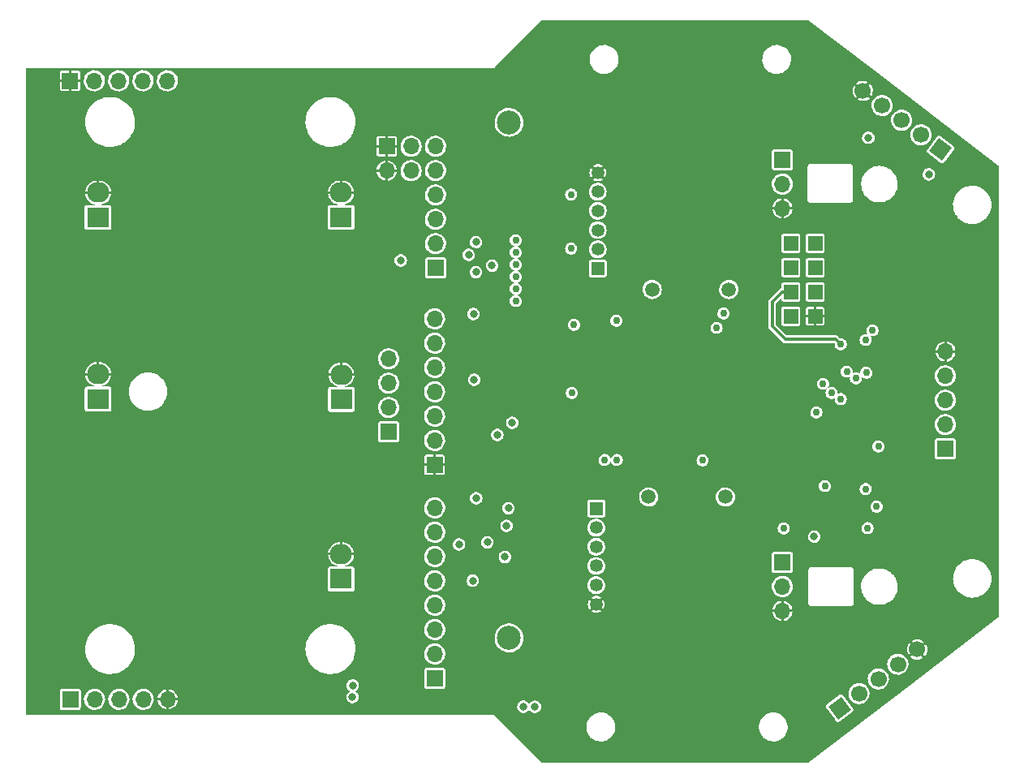
<source format=gbr>
%TF.GenerationSoftware,KiCad,Pcbnew,(6.0.7)*%
%TF.CreationDate,2022-09-18T19:12:44+05:00*%
%TF.ProjectId,minisumo_v3,6d696e69-7375-46d6-9f5f-76332e6b6963,rev?*%
%TF.SameCoordinates,Original*%
%TF.FileFunction,Copper,L2,Inr*%
%TF.FilePolarity,Positive*%
%FSLAX46Y46*%
G04 Gerber Fmt 4.6, Leading zero omitted, Abs format (unit mm)*
G04 Created by KiCad (PCBNEW (6.0.7)) date 2022-09-18 19:12:44*
%MOMM*%
%LPD*%
G01*
G04 APERTURE LIST*
G04 Aperture macros list*
%AMHorizOval*
0 Thick line with rounded ends*
0 $1 width*
0 $2 $3 position (X,Y) of the first rounded end (center of the circle)*
0 $4 $5 position (X,Y) of the second rounded end (center of the circle)*
0 Add line between two ends*
20,1,$1,$2,$3,$4,$5,0*
0 Add two circle primitives to create the rounded ends*
1,1,$1,$2,$3*
1,1,$1,$4,$5*%
%AMRotRect*
0 Rectangle, with rotation*
0 The origin of the aperture is its center*
0 $1 length*
0 $2 width*
0 $3 Rotation angle, in degrees counterclockwise*
0 Add horizontal line*
21,1,$1,$2,0,0,$3*%
G04 Aperture macros list end*
%TA.AperFunction,ComponentPad*%
%ADD10R,2.300000X2.100000*%
%TD*%
%TA.AperFunction,ComponentPad*%
%ADD11O,2.300000X2.100000*%
%TD*%
%TA.AperFunction,ComponentPad*%
%ADD12R,1.700000X1.700000*%
%TD*%
%TA.AperFunction,ComponentPad*%
%ADD13O,1.700000X1.700000*%
%TD*%
%TA.AperFunction,ComponentPad*%
%ADD14RotRect,1.700000X1.700000X127.000000*%
%TD*%
%TA.AperFunction,ComponentPad*%
%ADD15HorizOval,1.700000X0.000000X0.000000X0.000000X0.000000X0*%
%TD*%
%TA.AperFunction,ComponentPad*%
%ADD16RotRect,1.700000X1.700000X233.000000*%
%TD*%
%TA.AperFunction,ComponentPad*%
%ADD17HorizOval,1.700000X0.000000X0.000000X0.000000X0.000000X0*%
%TD*%
%TA.AperFunction,ComponentPad*%
%ADD18R,1.350000X1.350000*%
%TD*%
%TA.AperFunction,ComponentPad*%
%ADD19C,1.350000*%
%TD*%
%TA.AperFunction,ComponentPad*%
%ADD20C,1.508000*%
%TD*%
%TA.AperFunction,ComponentPad*%
%ADD21C,2.500000*%
%TD*%
%TA.AperFunction,ComponentPad*%
%ADD22R,1.508000X1.508000*%
%TD*%
%TA.AperFunction,ViaPad*%
%ADD23C,0.800000*%
%TD*%
%TA.AperFunction,ViaPad*%
%ADD24C,0.756400*%
%TD*%
%TA.AperFunction,Conductor*%
%ADD25C,0.300000*%
%TD*%
%TA.AperFunction,Conductor*%
%ADD26C,0.152400*%
%TD*%
G04 APERTURE END LIST*
D10*
%TO.N,+5V*%
%TO.C,U2*%
X130147050Y-124550000D03*
X130145050Y-86830000D03*
X130175050Y-105822000D03*
D11*
%TO.N,GND*%
X130147050Y-121958800D03*
X130145050Y-84235400D03*
X130175050Y-103230800D03*
D10*
%TO.N,+3V3*%
X104797050Y-105780000D03*
X104787050Y-86840000D03*
D11*
%TO.N,GND*%
X104787050Y-84245400D03*
X104797050Y-103185400D03*
%TD*%
D12*
%TO.N,+3V3*%
%TO.C,U15*%
X101880000Y-137110000D03*
D13*
%TO.N,SDA*%
X104420000Y-137110000D03*
%TO.N,SCL*%
X106960000Y-137110000D03*
%TO.N,unconnected-(U15-Pad4)*%
X109500000Y-137110000D03*
%TO.N,GND*%
X112040000Y-137110000D03*
%TD*%
D14*
%TO.N,+3V3*%
%TO.C,U7*%
X182154100Y-138034600D03*
D15*
%TO.N,SDA*%
X184182634Y-136505990D03*
%TO.N,SCL*%
X186211168Y-134977380D03*
%TO.N,/XS1*%
X188239703Y-133448770D03*
%TO.N,GND*%
X190268237Y-131920159D03*
%TD*%
D12*
%TO.N,IO32*%
%TO.C,JP2*%
X140000000Y-92100000D03*
D13*
%TO.N,IO15*%
X140000000Y-89560000D03*
%TO.N,IO33*%
X140000000Y-87020000D03*
%TO.N,IO27*%
X140000000Y-84480000D03*
%TO.N,IO12*%
X140000000Y-81940000D03*
%TO.N,IO13*%
X140000000Y-79400000D03*
%TD*%
D12*
%TO.N,+3V3*%
%TO.C,U10*%
X176190000Y-122810000D03*
D13*
%TO.N,GND*%
X176190000Y-127890000D03*
%TO.N,/NE*%
X176190000Y-125350000D03*
%TD*%
D16*
%TO.N,+3V3*%
%TO.C,U5*%
X192695100Y-79741600D03*
D17*
%TO.N,SDA*%
X190666566Y-78212990D03*
%TO.N,SCL*%
X188638032Y-76684380D03*
%TO.N,/XS3*%
X186609497Y-75155770D03*
%TO.N,GND*%
X184580963Y-73627159D03*
%TD*%
D18*
%TO.N,/MR1*%
%TO.C,J1*%
X156930000Y-92150000D03*
D19*
%TO.N,/MR2*%
X156930000Y-90150000D03*
%TO.N,A2*%
X156930000Y-88150000D03*
%TO.N,IO32*%
X156930000Y-86150000D03*
%TO.N,+3V3*%
X156930000Y-84150000D03*
%TO.N,GND*%
X156930000Y-82150000D03*
%TD*%
D20*
%TO.N,/ML1*%
%TO.C,M1*%
X162241100Y-116003600D03*
%TO.N,/ML2*%
X170241100Y-116003600D03*
%TD*%
D12*
%TO.N,+3V3*%
%TO.C,U6*%
X193203100Y-110983600D03*
D13*
%TO.N,SDA*%
X193203100Y-108443600D03*
%TO.N,SCL*%
X193203100Y-105903600D03*
%TO.N,/XS2*%
X193203100Y-103363600D03*
%TO.N,GND*%
X193203100Y-100823600D03*
%TD*%
D12*
%TO.N,IO16*%
%TO.C,JP1*%
X139910000Y-134920000D03*
D13*
%TO.N,IO17*%
X139910000Y-132380000D03*
%TO.N,A0*%
X139910000Y-129840000D03*
%TO.N,A1*%
X139910000Y-127300000D03*
%TO.N,A2*%
X139910000Y-124760000D03*
%TO.N,A3*%
X139910000Y-122220000D03*
%TO.N,A4*%
X139910000Y-119680000D03*
%TO.N,unconnected-(JP1-Pad8)*%
X139910000Y-117140000D03*
%TD*%
D18*
%TO.N,/ML1*%
%TO.C,J2*%
X156770000Y-117200000D03*
D19*
%TO.N,/ML2*%
X156770000Y-119200000D03*
%TO.N,A4*%
X156770000Y-121200000D03*
%TO.N,A3*%
X156770000Y-123200000D03*
%TO.N,+3V3*%
X156770000Y-125200000D03*
%TO.N,GND*%
X156770000Y-127200000D03*
%TD*%
D21*
%TO.N,N/C*%
%TO.C,U4*%
X147666100Y-76908100D03*
X147666100Y-130708100D03*
%TD*%
D20*
%TO.N,/MR1*%
%TO.C,M2*%
X170601100Y-94343600D03*
%TO.N,/MR2*%
X162601100Y-94343600D03*
%TD*%
D12*
%TO.N,/ML1*%
%TO.C,J3*%
X135100000Y-109200000D03*
D13*
%TO.N,/ML2*%
X135100000Y-106660000D03*
%TO.N,/MR1*%
X135100000Y-104120000D03*
%TO.N,/MR2*%
X135100000Y-101580000D03*
%TD*%
D22*
%TO.N,+3V3*%
%TO.C,U13*%
X177074100Y-97140600D03*
%TO.N,+5V*%
X177074100Y-94600600D03*
%TO.N,GND*%
X179614100Y-97140600D03*
%TO.N,/IO1*%
X177074100Y-92060600D03*
%TO.N,/IO2*%
X177074100Y-89520600D03*
%TO.N,/IO3*%
X179614100Y-89520600D03*
%TO.N,/IO4*%
X179614100Y-92060600D03*
%TO.N,/IO5*%
X179614100Y-94600600D03*
%TD*%
D12*
%TO.N,GND*%
%TO.C,U16*%
X101870000Y-72570000D03*
D13*
%TO.N,unconnected-(U16-Pad2)*%
X104410000Y-72570000D03*
%TO.N,SCL*%
X106950000Y-72570000D03*
%TO.N,SDA*%
X109490000Y-72570000D03*
%TO.N,+3V3*%
X112030000Y-72570000D03*
%TD*%
D12*
%TO.N,+3V3*%
%TO.C,U9*%
X176190000Y-80810000D03*
D13*
%TO.N,GND*%
X176190000Y-85890000D03*
%TO.N,/NW*%
X176190000Y-83350000D03*
%TD*%
D12*
%TO.N,GND*%
%TO.C,U14*%
X139900000Y-112650000D03*
D13*
%TO.N,unconnected-(U14-Pad2)*%
X139900000Y-110110000D03*
%TO.N,MISO*%
X139900000Y-107570000D03*
%TO.N,MOSI*%
X139900000Y-105030000D03*
%TO.N,SCK*%
X139900000Y-102490000D03*
%TO.N,unconnected-(U14-Pad6)*%
X139900000Y-99950000D03*
%TO.N,+5V*%
X139900000Y-97410000D03*
%TD*%
D12*
%TO.N,GND*%
%TO.C,U11*%
X134910000Y-79405000D03*
D13*
%TO.N,+5V*%
X137450000Y-79405000D03*
%TO.N,GND*%
X134910000Y-81945000D03*
%TO.N,+5V*%
X137450000Y-81945000D03*
%TD*%
D23*
%TO.N,IO33*%
X147410000Y-119010000D03*
%TO.N,A4*%
X143880000Y-124730000D03*
D24*
%TO.N,GND*%
X148499100Y-84123100D03*
X161453100Y-107745100D03*
X148499100Y-81583100D03*
X186218100Y-100061600D03*
X180693600Y-117651100D03*
X163993100Y-107745100D03*
X148499100Y-80313100D03*
X165263100Y-107745100D03*
X165263100Y-103046100D03*
X161516600Y-103046100D03*
X162723100Y-103046100D03*
X148435600Y-85393100D03*
X178153600Y-116190600D03*
X162723100Y-107745100D03*
X163993100Y-103046100D03*
X180820600Y-111110600D03*
X148499100Y-82789600D03*
X148499100Y-79043100D03*
%TO.N,+3V3*%
X186218100Y-110729600D03*
X148372100Y-90473100D03*
X182281100Y-105776600D03*
X154150600Y-84440600D03*
X148372100Y-91743100D03*
X148372100Y-95553100D03*
X185075100Y-119238600D03*
X154150600Y-90092100D03*
X176340000Y-119280000D03*
X148372100Y-89203100D03*
X186027600Y-117016100D03*
X148372100Y-93013100D03*
X148372100Y-94283100D03*
%TO.N,+5V*%
X182281100Y-100061600D03*
D23*
%TO.N,A3*%
X147600000Y-117180000D03*
%TO.N,IO16*%
X147240000Y-122260000D03*
D24*
%TO.N,Net-(U1-Pad1)*%
X157643100Y-112126600D03*
X179741100Y-107173600D03*
%TO.N,Net-(U1-Pad2)*%
X158913100Y-112126600D03*
X183868600Y-103617600D03*
%TO.N,Net-(U1-Pad9)*%
X167866600Y-112190100D03*
X184948100Y-103046100D03*
%TO.N,Net-(U1-Pad11)*%
X169327100Y-98347100D03*
X182916100Y-102919100D03*
%TO.N,Net-(U1-Pad12)*%
X170057350Y-96854850D03*
X184884600Y-99617100D03*
%TO.N,Net-(U1-Pad19)*%
X185583100Y-98601100D03*
X158870000Y-97620000D03*
D23*
%TO.N,A0*%
X143960000Y-96900000D03*
D24*
X154450000Y-98020000D03*
X180439600Y-104189100D03*
D23*
%TO.N,A1*%
X142450000Y-120950000D03*
%TO.N,/ML2*%
X131360000Y-135670000D03*
X149170000Y-137880000D03*
X131340000Y-136870000D03*
X150370000Y-137890000D03*
%TO.N,IO32*%
X145410000Y-120730000D03*
X143460000Y-90740000D03*
D24*
%TO.N,IO15*%
X154230000Y-105150000D03*
D23*
X144220000Y-89400000D03*
D24*
X181328600Y-105141600D03*
D23*
%TO.N,IO27*%
X144250000Y-116130000D03*
X136370000Y-91320000D03*
%TO.N,IO12*%
X146453100Y-109523100D03*
X144220000Y-92540000D03*
%TO.N,IO13*%
X145900000Y-91860000D03*
X148003100Y-108253100D03*
%TO.N,SCL*%
X179510000Y-120130000D03*
X191480000Y-82340000D03*
%TO.N,SCK*%
X144040000Y-103760000D03*
%TO.N,/XS3*%
X185160000Y-78520000D03*
D24*
%TO.N,/XS2*%
X184884600Y-115174600D03*
%TO.N,/NE*%
X180630100Y-114857100D03*
%TD*%
D25*
%TO.N,+5V*%
X175120000Y-98190000D02*
X175120000Y-95640000D01*
X176483600Y-99553600D02*
X175120000Y-98190000D01*
X176159400Y-94600600D02*
X176566100Y-94600600D01*
X175120000Y-95640000D02*
X176159400Y-94600600D01*
X182281100Y-100061600D02*
X181773100Y-99553600D01*
D26*
X176566100Y-94600600D02*
X177074100Y-94600600D01*
D25*
X181773100Y-99553600D02*
X176483600Y-99553600D01*
%TD*%
%TA.AperFunction,Conductor*%
%TO.N,GND*%
G36*
X178926343Y-66261717D02*
G01*
X185807016Y-71517601D01*
X198734921Y-81392737D01*
X198749172Y-81417297D01*
X198749500Y-81422220D01*
X198749500Y-128567878D01*
X198738634Y-128594112D01*
X198734940Y-128597345D01*
X189495253Y-135663138D01*
X178926273Y-143745470D01*
X178903736Y-143753100D01*
X151120229Y-143753100D01*
X151093995Y-143742234D01*
X147460388Y-140108628D01*
X155739125Y-140108628D01*
X155776447Y-140352530D01*
X155853103Y-140587060D01*
X155967035Y-140805921D01*
X156115183Y-141003236D01*
X156116278Y-141004283D01*
X156116283Y-141004288D01*
X156292466Y-141172651D01*
X156293568Y-141173704D01*
X156294824Y-141174561D01*
X156294828Y-141174564D01*
X156496145Y-141311893D01*
X156497400Y-141312749D01*
X156498776Y-141313388D01*
X156498780Y-141313390D01*
X156703101Y-141408232D01*
X156721204Y-141416635D01*
X156958971Y-141482574D01*
X157160392Y-141504100D01*
X157303654Y-141504100D01*
X157304417Y-141504037D01*
X157304424Y-141504037D01*
X157396248Y-141496487D01*
X157487011Y-141489025D01*
X157488488Y-141488654D01*
X157488494Y-141488653D01*
X157646232Y-141449032D01*
X157726317Y-141428916D01*
X157952593Y-141330528D01*
X157999419Y-141300235D01*
X158158482Y-141197333D01*
X158158487Y-141197329D01*
X158159761Y-141196505D01*
X158342258Y-141030446D01*
X158495182Y-140836810D01*
X158614427Y-140620798D01*
X158625898Y-140588407D01*
X158696283Y-140389644D01*
X158696791Y-140388210D01*
X158697058Y-140386712D01*
X158739795Y-140146789D01*
X158739795Y-140146785D01*
X158740061Y-140145294D01*
X158740491Y-140110138D01*
X158740509Y-140108628D01*
X173739125Y-140108628D01*
X173776447Y-140352530D01*
X173853103Y-140587060D01*
X173967035Y-140805921D01*
X174115183Y-141003236D01*
X174116278Y-141004283D01*
X174116283Y-141004288D01*
X174292466Y-141172651D01*
X174293568Y-141173704D01*
X174294824Y-141174561D01*
X174294828Y-141174564D01*
X174496145Y-141311893D01*
X174497400Y-141312749D01*
X174498776Y-141313388D01*
X174498780Y-141313390D01*
X174703101Y-141408232D01*
X174721204Y-141416635D01*
X174958971Y-141482574D01*
X175160392Y-141504100D01*
X175303654Y-141504100D01*
X175304417Y-141504037D01*
X175304424Y-141504037D01*
X175396248Y-141496487D01*
X175487011Y-141489025D01*
X175488488Y-141488654D01*
X175488494Y-141488653D01*
X175646232Y-141449032D01*
X175726317Y-141428916D01*
X175952593Y-141330528D01*
X175999419Y-141300235D01*
X176158482Y-141197333D01*
X176158487Y-141197329D01*
X176159761Y-141196505D01*
X176342258Y-141030446D01*
X176495182Y-140836810D01*
X176614427Y-140620798D01*
X176625898Y-140588407D01*
X176696283Y-140389644D01*
X176696791Y-140388210D01*
X176697058Y-140386712D01*
X176739795Y-140146789D01*
X176739795Y-140146785D01*
X176740061Y-140145294D01*
X176740491Y-140110138D01*
X176743056Y-139900100D01*
X176743075Y-139898572D01*
X176705753Y-139654670D01*
X176629097Y-139420140D01*
X176515165Y-139201279D01*
X176367017Y-139003964D01*
X176365922Y-139002917D01*
X176365917Y-139002912D01*
X176189734Y-138834549D01*
X176189733Y-138834548D01*
X176188632Y-138833496D01*
X176187376Y-138832639D01*
X176187372Y-138832636D01*
X175986055Y-138695307D01*
X175986054Y-138695306D01*
X175984800Y-138694451D01*
X175983424Y-138693812D01*
X175983420Y-138693810D01*
X175762379Y-138591207D01*
X175760996Y-138590565D01*
X175523229Y-138524626D01*
X175321808Y-138503100D01*
X175178546Y-138503100D01*
X175177783Y-138503163D01*
X175177776Y-138503163D01*
X175085952Y-138510713D01*
X174995189Y-138518175D01*
X174993712Y-138518546D01*
X174993706Y-138518547D01*
X174835968Y-138558168D01*
X174755883Y-138578284D01*
X174529607Y-138676672D01*
X174528332Y-138677497D01*
X174323718Y-138809867D01*
X174323713Y-138809871D01*
X174322439Y-138810695D01*
X174139942Y-138976754D01*
X173987018Y-139170390D01*
X173867773Y-139386402D01*
X173867265Y-139387837D01*
X173867263Y-139387841D01*
X173811394Y-139545610D01*
X173785409Y-139618990D01*
X173785143Y-139620486D01*
X173785142Y-139620488D01*
X173779312Y-139653221D01*
X173742139Y-139861906D01*
X173742121Y-139863420D01*
X173742120Y-139863425D01*
X173741691Y-139898572D01*
X173739125Y-140108628D01*
X158740509Y-140108628D01*
X158743056Y-139900100D01*
X158743075Y-139898572D01*
X158705753Y-139654670D01*
X158629097Y-139420140D01*
X158515165Y-139201279D01*
X158367017Y-139003964D01*
X158365922Y-139002917D01*
X158365917Y-139002912D01*
X158189734Y-138834549D01*
X158189733Y-138834548D01*
X158188632Y-138833496D01*
X158187376Y-138832639D01*
X158187372Y-138832636D01*
X157986055Y-138695307D01*
X157986054Y-138695306D01*
X157984800Y-138694451D01*
X157983424Y-138693812D01*
X157983420Y-138693810D01*
X157762379Y-138591207D01*
X157760996Y-138590565D01*
X157523229Y-138524626D01*
X157321808Y-138503100D01*
X157178546Y-138503100D01*
X157177783Y-138503163D01*
X157177776Y-138503163D01*
X157085952Y-138510713D01*
X156995189Y-138518175D01*
X156993712Y-138518546D01*
X156993706Y-138518547D01*
X156835968Y-138558168D01*
X156755883Y-138578284D01*
X156529607Y-138676672D01*
X156528332Y-138677497D01*
X156323718Y-138809867D01*
X156323713Y-138809871D01*
X156322439Y-138810695D01*
X156139942Y-138976754D01*
X155987018Y-139170390D01*
X155867773Y-139386402D01*
X155867265Y-139387837D01*
X155867263Y-139387841D01*
X155811394Y-139545610D01*
X155785409Y-139618990D01*
X155785143Y-139620486D01*
X155785142Y-139620488D01*
X155779312Y-139653221D01*
X155742139Y-139861906D01*
X155742121Y-139863420D01*
X155742120Y-139863425D01*
X155741691Y-139898572D01*
X155739125Y-140108628D01*
X147460388Y-140108628D01*
X146198261Y-138846501D01*
X146193647Y-138840878D01*
X146183733Y-138826040D01*
X146181701Y-138822999D01*
X146128636Y-138787543D01*
X146098841Y-138767634D01*
X146095259Y-138766922D01*
X146095258Y-138766921D01*
X146025774Y-138753100D01*
X146001100Y-138748192D01*
X145997516Y-138748905D01*
X145997515Y-138748905D01*
X145980010Y-138752387D01*
X145972772Y-138753100D01*
X97288700Y-138753100D01*
X97262466Y-138742234D01*
X97251600Y-138716000D01*
X97251600Y-137984674D01*
X100779500Y-137984674D01*
X100779855Y-137986458D01*
X100779855Y-137986459D01*
X100788861Y-138031732D01*
X100794034Y-138057740D01*
X100796063Y-138060776D01*
X100796063Y-138060777D01*
X100835774Y-138120210D01*
X100849399Y-138140601D01*
X100852440Y-138142633D01*
X100923276Y-138189963D01*
X100932260Y-138195966D01*
X100935842Y-138196678D01*
X100935843Y-138196679D01*
X100982115Y-138205883D01*
X101005326Y-138210500D01*
X102754674Y-138210500D01*
X102777885Y-138205883D01*
X102824157Y-138196679D01*
X102824158Y-138196678D01*
X102827740Y-138195966D01*
X102836725Y-138189963D01*
X102907560Y-138142633D01*
X102910601Y-138140601D01*
X102924226Y-138120210D01*
X102963937Y-138060777D01*
X102963937Y-138060776D01*
X102965966Y-138057740D01*
X102971140Y-138031732D01*
X102980145Y-137986459D01*
X102980145Y-137986458D01*
X102980500Y-137984674D01*
X102980500Y-137081069D01*
X103315164Y-137081069D01*
X103315275Y-137082760D01*
X103328052Y-137277699D01*
X103328392Y-137282894D01*
X103328810Y-137284540D01*
X103377517Y-137476325D01*
X103378178Y-137478928D01*
X103378892Y-137480476D01*
X103378892Y-137480477D01*
X103438461Y-137609690D01*
X103462856Y-137662607D01*
X103579588Y-137827780D01*
X103580807Y-137828968D01*
X103580810Y-137828971D01*
X103723251Y-137967730D01*
X103723255Y-137967733D01*
X103724466Y-137968913D01*
X103892637Y-138081282D01*
X103894197Y-138081952D01*
X103894202Y-138081955D01*
X104012144Y-138132626D01*
X104078470Y-138161122D01*
X104080126Y-138161497D01*
X104080127Y-138161497D01*
X104274076Y-138205384D01*
X104274082Y-138205385D01*
X104275740Y-138205760D01*
X104477842Y-138213700D01*
X104479525Y-138213456D01*
X104676320Y-138184923D01*
X104676324Y-138184922D01*
X104678007Y-138184678D01*
X104869531Y-138119664D01*
X105046001Y-138020837D01*
X105201505Y-137891505D01*
X105330837Y-137736001D01*
X105418134Y-137580120D01*
X105428836Y-137561010D01*
X105428837Y-137561008D01*
X105429664Y-137559531D01*
X105494678Y-137368007D01*
X105494992Y-137365846D01*
X105523543Y-137168927D01*
X105523543Y-137168922D01*
X105523700Y-137167842D01*
X105523765Y-137165386D01*
X105525186Y-137111095D01*
X105525215Y-137110000D01*
X105522557Y-137081069D01*
X105855164Y-137081069D01*
X105855275Y-137082760D01*
X105868052Y-137277699D01*
X105868392Y-137282894D01*
X105868810Y-137284540D01*
X105917517Y-137476325D01*
X105918178Y-137478928D01*
X105918892Y-137480476D01*
X105918892Y-137480477D01*
X105978461Y-137609690D01*
X106002856Y-137662607D01*
X106119588Y-137827780D01*
X106120807Y-137828968D01*
X106120810Y-137828971D01*
X106263251Y-137967730D01*
X106263255Y-137967733D01*
X106264466Y-137968913D01*
X106432637Y-138081282D01*
X106434197Y-138081952D01*
X106434202Y-138081955D01*
X106552144Y-138132626D01*
X106618470Y-138161122D01*
X106620126Y-138161497D01*
X106620127Y-138161497D01*
X106814076Y-138205384D01*
X106814082Y-138205385D01*
X106815740Y-138205760D01*
X107017842Y-138213700D01*
X107019525Y-138213456D01*
X107216320Y-138184923D01*
X107216324Y-138184922D01*
X107218007Y-138184678D01*
X107409531Y-138119664D01*
X107586001Y-138020837D01*
X107741505Y-137891505D01*
X107870837Y-137736001D01*
X107958134Y-137580120D01*
X107968836Y-137561010D01*
X107968837Y-137561008D01*
X107969664Y-137559531D01*
X108034678Y-137368007D01*
X108034992Y-137365846D01*
X108063543Y-137168927D01*
X108063543Y-137168922D01*
X108063700Y-137167842D01*
X108063765Y-137165386D01*
X108065186Y-137111095D01*
X108065215Y-137110000D01*
X108062557Y-137081069D01*
X108395164Y-137081069D01*
X108395275Y-137082760D01*
X108408052Y-137277699D01*
X108408392Y-137282894D01*
X108408810Y-137284540D01*
X108457517Y-137476325D01*
X108458178Y-137478928D01*
X108458892Y-137480476D01*
X108458892Y-137480477D01*
X108518461Y-137609690D01*
X108542856Y-137662607D01*
X108659588Y-137827780D01*
X108660807Y-137828968D01*
X108660810Y-137828971D01*
X108803251Y-137967730D01*
X108803255Y-137967733D01*
X108804466Y-137968913D01*
X108972637Y-138081282D01*
X108974197Y-138081952D01*
X108974202Y-138081955D01*
X109092144Y-138132626D01*
X109158470Y-138161122D01*
X109160126Y-138161497D01*
X109160127Y-138161497D01*
X109354076Y-138205384D01*
X109354082Y-138205385D01*
X109355740Y-138205760D01*
X109557842Y-138213700D01*
X109559525Y-138213456D01*
X109756320Y-138184923D01*
X109756324Y-138184922D01*
X109758007Y-138184678D01*
X109949531Y-138119664D01*
X110126001Y-138020837D01*
X110281505Y-137891505D01*
X110410837Y-137736001D01*
X110498134Y-137580120D01*
X110508836Y-137561010D01*
X110508837Y-137561008D01*
X110509664Y-137559531D01*
X110574678Y-137368007D01*
X110574992Y-137365846D01*
X110592900Y-137242335D01*
X110994963Y-137242335D01*
X110999730Y-137299096D01*
X111000380Y-137302637D01*
X111056268Y-137497542D01*
X111057601Y-137500908D01*
X111150278Y-137681237D01*
X111152234Y-137684272D01*
X111278175Y-137843172D01*
X111280690Y-137845776D01*
X111435094Y-137977183D01*
X111438058Y-137979244D01*
X111615045Y-138078158D01*
X111618364Y-138079608D01*
X111811197Y-138142264D01*
X111814716Y-138143037D01*
X111906471Y-138153978D01*
X111911910Y-138152449D01*
X111913800Y-138149081D01*
X111913800Y-138148466D01*
X112166200Y-138148466D01*
X112168039Y-138152906D01*
X112174299Y-138155222D01*
X112221823Y-138151565D01*
X112225382Y-138150937D01*
X112420667Y-138096413D01*
X112424033Y-138095108D01*
X112605018Y-138003686D01*
X112608061Y-138001755D01*
X112767839Y-137876921D01*
X112770451Y-137874434D01*
X112771570Y-137873138D01*
X148514758Y-137873138D01*
X148515003Y-137875357D01*
X148515003Y-137875360D01*
X148526472Y-137979244D01*
X148532035Y-138029633D01*
X148532803Y-138031731D01*
X148532803Y-138031732D01*
X148577539Y-138153978D01*
X148586143Y-138177490D01*
X148587391Y-138179348D01*
X148587393Y-138179351D01*
X148626430Y-138237443D01*
X148673958Y-138308172D01*
X148790410Y-138414135D01*
X148792373Y-138415201D01*
X148792376Y-138415203D01*
X148926814Y-138488197D01*
X148926816Y-138488198D01*
X148928776Y-138489262D01*
X149081069Y-138529215D01*
X149159782Y-138530452D01*
X149236258Y-138531653D01*
X149236259Y-138531653D01*
X149238495Y-138531688D01*
X149315231Y-138514113D01*
X149389791Y-138497037D01*
X149389794Y-138497036D01*
X149391968Y-138496538D01*
X149393962Y-138495535D01*
X149393965Y-138495534D01*
X149530627Y-138426800D01*
X149530628Y-138426800D01*
X149532625Y-138425795D01*
X149652348Y-138323542D01*
X149737582Y-138204926D01*
X149761714Y-138189963D01*
X149789359Y-138196447D01*
X149798502Y-138205882D01*
X149873958Y-138318172D01*
X149875613Y-138319678D01*
X149881454Y-138324993D01*
X149990410Y-138424135D01*
X149992373Y-138425201D01*
X149992376Y-138425203D01*
X150126814Y-138498197D01*
X150126816Y-138498198D01*
X150128776Y-138499262D01*
X150281069Y-138539215D01*
X150359782Y-138540451D01*
X150436258Y-138541653D01*
X150436259Y-138541653D01*
X150438495Y-138541688D01*
X150515231Y-138524113D01*
X150589791Y-138507037D01*
X150589794Y-138507036D01*
X150591968Y-138506538D01*
X150593962Y-138505535D01*
X150593965Y-138505534D01*
X150730627Y-138436800D01*
X150730628Y-138436800D01*
X150732625Y-138435795D01*
X150852348Y-138333542D01*
X150944224Y-138205683D01*
X150952570Y-138184923D01*
X150988675Y-138095108D01*
X151002950Y-138059598D01*
X151003725Y-138054157D01*
X151015856Y-137968913D01*
X151025134Y-137903723D01*
X151025278Y-137890000D01*
X151018230Y-137831757D01*
X180710794Y-137831757D01*
X180711001Y-137835404D01*
X180711001Y-137835405D01*
X180714697Y-137900477D01*
X180716445Y-137931252D01*
X180748810Y-137998352D01*
X180749909Y-137999811D01*
X180749910Y-137999812D01*
X181654361Y-139200058D01*
X181801594Y-139395443D01*
X181857173Y-139445049D01*
X181860619Y-139446253D01*
X181860620Y-139446253D01*
X181904215Y-139461477D01*
X181951257Y-139477906D01*
X181954904Y-139477699D01*
X181954905Y-139477699D01*
X182019977Y-139474003D01*
X182050752Y-139472255D01*
X182117852Y-139439890D01*
X182178770Y-139393985D01*
X183513485Y-138388205D01*
X183513487Y-138388203D01*
X183514943Y-138387106D01*
X183564549Y-138331527D01*
X183573355Y-138306313D01*
X183596202Y-138240890D01*
X183597406Y-138237443D01*
X183596058Y-138213700D01*
X183593503Y-138168723D01*
X183591755Y-138137948D01*
X183559390Y-138070848D01*
X183550913Y-138059598D01*
X182507705Y-136675215D01*
X182507703Y-136675213D01*
X182506606Y-136673757D01*
X182451027Y-136624151D01*
X182447581Y-136622947D01*
X182447580Y-136622947D01*
X182403985Y-136607723D01*
X182356943Y-136591294D01*
X182353296Y-136591501D01*
X182353295Y-136591501D01*
X182288223Y-136595197D01*
X182257448Y-136596945D01*
X182190348Y-136629310D01*
X182188889Y-136630409D01*
X182188888Y-136630410D01*
X180817269Y-137664000D01*
X180793257Y-137682094D01*
X180743651Y-137737673D01*
X180710794Y-137831757D01*
X151018230Y-137831757D01*
X151006363Y-137733694D01*
X151000430Y-137717991D01*
X150951500Y-137588502D01*
X150951499Y-137588500D01*
X150950710Y-137586412D01*
X150946931Y-137580913D01*
X150862798Y-137458500D01*
X150862797Y-137458498D01*
X150861531Y-137456657D01*
X150854133Y-137450065D01*
X150763844Y-137369621D01*
X150743976Y-137351919D01*
X150741997Y-137350871D01*
X150606811Y-137279293D01*
X150606809Y-137279292D01*
X150604831Y-137278245D01*
X150528480Y-137259067D01*
X150454303Y-137240435D01*
X150454300Y-137240435D01*
X150452128Y-137239889D01*
X150449886Y-137239877D01*
X150449884Y-137239877D01*
X150379188Y-137239507D01*
X150294684Y-137239065D01*
X150292516Y-137239586D01*
X150292512Y-137239586D01*
X150143757Y-137275299D01*
X150143755Y-137275300D01*
X150141588Y-137275820D01*
X150001679Y-137348032D01*
X149999995Y-137349501D01*
X149980715Y-137366320D01*
X149883034Y-137451533D01*
X149881750Y-137453360D01*
X149881749Y-137453361D01*
X149803433Y-137564793D01*
X149779458Y-137580008D01*
X149751747Y-137573813D01*
X149742505Y-137564474D01*
X149726854Y-137541701D01*
X149683940Y-137479262D01*
X149662798Y-137448500D01*
X149662797Y-137448498D01*
X149661531Y-137446657D01*
X149654133Y-137440065D01*
X149570831Y-137365846D01*
X149543976Y-137341919D01*
X149541997Y-137340871D01*
X149406811Y-137269293D01*
X149406809Y-137269292D01*
X149404831Y-137268245D01*
X149306404Y-137243522D01*
X149254303Y-137230435D01*
X149254300Y-137230435D01*
X149252128Y-137229889D01*
X149249886Y-137229877D01*
X149249884Y-137229877D01*
X149179188Y-137229507D01*
X149094684Y-137229065D01*
X149092516Y-137229586D01*
X149092512Y-137229586D01*
X148943757Y-137265299D01*
X148943755Y-137265300D01*
X148941588Y-137265820D01*
X148801679Y-137338032D01*
X148683034Y-137441533D01*
X148681750Y-137443360D01*
X148681749Y-137443361D01*
X148602275Y-137556441D01*
X148592501Y-137570348D01*
X148577162Y-137609690D01*
X148536119Y-137714960D01*
X148536118Y-137714964D01*
X148535309Y-137717039D01*
X148514758Y-137873138D01*
X112771570Y-137873138D01*
X112902935Y-137720951D01*
X112905023Y-137717991D01*
X113005170Y-137541701D01*
X113006640Y-137538398D01*
X113070641Y-137346007D01*
X113071440Y-137342486D01*
X113083942Y-137243522D01*
X113082452Y-137238074D01*
X113079166Y-137236200D01*
X112173579Y-137236200D01*
X112168361Y-137238361D01*
X112166200Y-137243579D01*
X112166200Y-138148466D01*
X111913800Y-138148466D01*
X111913800Y-137243579D01*
X111911639Y-137238361D01*
X111906421Y-137236200D01*
X111001827Y-137236200D01*
X110996609Y-137238361D01*
X110994963Y-137242335D01*
X110592900Y-137242335D01*
X110603543Y-137168927D01*
X110603543Y-137168922D01*
X110603700Y-137167842D01*
X110603765Y-137165386D01*
X110605186Y-137111095D01*
X110605215Y-137110000D01*
X110600350Y-137057049D01*
X110592945Y-136976466D01*
X110995934Y-136976466D01*
X110997500Y-136981893D01*
X111000955Y-136983800D01*
X111906421Y-136983800D01*
X111911639Y-136981639D01*
X111913800Y-136976421D01*
X112166200Y-136976421D01*
X112168361Y-136981639D01*
X112173579Y-136983800D01*
X113077739Y-136983800D01*
X113082957Y-136981639D01*
X113084533Y-136977834D01*
X113077529Y-136906405D01*
X113076828Y-136902864D01*
X113064834Y-136863138D01*
X130684758Y-136863138D01*
X130685003Y-136865357D01*
X130685003Y-136865360D01*
X130689595Y-136906951D01*
X130702035Y-137019633D01*
X130702803Y-137021731D01*
X130702803Y-137021732D01*
X130723901Y-137079385D01*
X130756143Y-137167490D01*
X130757391Y-137169348D01*
X130757393Y-137169351D01*
X130807273Y-137243579D01*
X130843958Y-137298172D01*
X130960410Y-137404135D01*
X130962373Y-137405201D01*
X130962376Y-137405203D01*
X131096814Y-137478197D01*
X131096816Y-137478198D01*
X131098776Y-137479262D01*
X131251069Y-137519215D01*
X131329782Y-137520452D01*
X131406258Y-137521653D01*
X131406259Y-137521653D01*
X131408495Y-137521688D01*
X131485231Y-137504113D01*
X131559791Y-137487037D01*
X131559794Y-137487036D01*
X131561968Y-137486538D01*
X131563962Y-137485535D01*
X131563965Y-137485534D01*
X131700627Y-137416800D01*
X131700628Y-137416800D01*
X131702625Y-137415795D01*
X131822348Y-137313542D01*
X131914224Y-137185683D01*
X131921838Y-137166744D01*
X131972117Y-137041670D01*
X131972950Y-137039598D01*
X131975792Y-137019633D01*
X131994963Y-136884922D01*
X131995134Y-136883723D01*
X131995278Y-136870000D01*
X131976363Y-136713694D01*
X131974498Y-136708757D01*
X131921500Y-136568502D01*
X131921499Y-136568500D01*
X131920710Y-136566412D01*
X131917973Y-136562429D01*
X131859299Y-136477059D01*
X183077798Y-136477059D01*
X183081533Y-136534051D01*
X183090786Y-136675215D01*
X183091026Y-136678884D01*
X183140812Y-136874918D01*
X183141526Y-136876466D01*
X183141526Y-136876467D01*
X183215712Y-137037386D01*
X183225490Y-137058597D01*
X183226472Y-137059986D01*
X183226474Y-137059990D01*
X183261046Y-137108908D01*
X183342222Y-137223770D01*
X183343441Y-137224958D01*
X183343444Y-137224961D01*
X183485885Y-137363720D01*
X183485889Y-137363723D01*
X183487100Y-137364903D01*
X183488510Y-137365845D01*
X183488511Y-137365846D01*
X183491745Y-137368007D01*
X183655271Y-137477272D01*
X183656831Y-137477942D01*
X183656836Y-137477945D01*
X183757491Y-137521189D01*
X183841104Y-137557112D01*
X183842760Y-137557487D01*
X183842761Y-137557487D01*
X184036710Y-137601374D01*
X184036716Y-137601375D01*
X184038374Y-137601750D01*
X184240476Y-137609690D01*
X184242159Y-137609446D01*
X184438954Y-137580913D01*
X184438958Y-137580912D01*
X184440641Y-137580668D01*
X184632165Y-137515654D01*
X184808635Y-137416827D01*
X184964139Y-137287495D01*
X185093471Y-137131991D01*
X185179802Y-136977834D01*
X185191470Y-136957000D01*
X185191471Y-136956998D01*
X185192298Y-136955521D01*
X185257312Y-136763997D01*
X185264606Y-136713694D01*
X185286177Y-136564917D01*
X185286177Y-136564912D01*
X185286334Y-136563832D01*
X185287849Y-136505990D01*
X185281342Y-136435168D01*
X185269498Y-136306278D01*
X185269498Y-136306277D01*
X185269342Y-136304581D01*
X185214441Y-136109916D01*
X185153176Y-135985683D01*
X185125737Y-135930041D01*
X185125735Y-135930037D01*
X185124985Y-135928517D01*
X185123973Y-135927161D01*
X185123970Y-135927157D01*
X185004986Y-135767819D01*
X185003969Y-135766457D01*
X184855446Y-135629164D01*
X184828009Y-135611852D01*
X184685830Y-135522144D01*
X184684391Y-135521236D01*
X184682817Y-135520608D01*
X184682815Y-135520607D01*
X184498112Y-135446918D01*
X184498109Y-135446917D01*
X184496532Y-135446288D01*
X184298160Y-135406829D01*
X184199145Y-135405533D01*
X184097625Y-135404204D01*
X184097622Y-135404204D01*
X184095920Y-135404182D01*
X184094238Y-135404471D01*
X183898258Y-135438146D01*
X183898256Y-135438147D01*
X183896583Y-135438434D01*
X183782197Y-135480633D01*
X183708423Y-135507850D01*
X183708421Y-135507851D01*
X183706827Y-135508439D01*
X183533005Y-135611852D01*
X183531729Y-135612971D01*
X183451052Y-135683723D01*
X183380939Y-135745210D01*
X183255723Y-135904047D01*
X183254931Y-135905553D01*
X183254930Y-135905554D01*
X183232748Y-135947715D01*
X183161548Y-136083043D01*
X183161044Y-136084666D01*
X183161042Y-136084671D01*
X183102076Y-136274575D01*
X183102075Y-136274580D01*
X183101571Y-136276203D01*
X183101371Y-136277893D01*
X183090912Y-136366264D01*
X183077798Y-136477059D01*
X131859299Y-136477059D01*
X131832798Y-136438500D01*
X131832797Y-136438498D01*
X131831531Y-136436657D01*
X131824133Y-136430065D01*
X131749645Y-136363699D01*
X131713976Y-136331919D01*
X131669237Y-136308231D01*
X131651137Y-136286352D01*
X131653809Y-136258083D01*
X131669926Y-136242300D01*
X131722625Y-136215795D01*
X131842348Y-136113542D01*
X131934224Y-135985683D01*
X131992950Y-135839598D01*
X131993421Y-135836293D01*
X131999344Y-135794674D01*
X138809500Y-135794674D01*
X138809855Y-135796458D01*
X138809855Y-135796459D01*
X138817779Y-135836293D01*
X138824034Y-135867740D01*
X138826063Y-135870776D01*
X138826063Y-135870777D01*
X138847399Y-135902709D01*
X138879399Y-135950601D01*
X138882440Y-135952633D01*
X138934622Y-135987499D01*
X138962260Y-136005966D01*
X138965842Y-136006678D01*
X138965843Y-136006679D01*
X139033541Y-136020145D01*
X139035326Y-136020500D01*
X140784674Y-136020500D01*
X140786459Y-136020145D01*
X140854157Y-136006679D01*
X140854158Y-136006678D01*
X140857740Y-136005966D01*
X140885379Y-135987499D01*
X140937560Y-135952633D01*
X140940601Y-135950601D01*
X140972601Y-135902709D01*
X140993937Y-135870777D01*
X140993937Y-135870776D01*
X140995966Y-135867740D01*
X141002222Y-135836293D01*
X141010145Y-135796459D01*
X141010145Y-135796458D01*
X141010500Y-135794674D01*
X141010500Y-134948449D01*
X185106332Y-134948449D01*
X185106443Y-134950140D01*
X185118455Y-135133410D01*
X185119560Y-135150274D01*
X185169346Y-135346308D01*
X185170060Y-135347856D01*
X185170060Y-135347857D01*
X185249990Y-135521236D01*
X185254024Y-135529987D01*
X185370756Y-135695160D01*
X185371975Y-135696348D01*
X185371978Y-135696351D01*
X185514419Y-135835110D01*
X185514423Y-135835113D01*
X185515634Y-135836293D01*
X185517044Y-135837235D01*
X185517045Y-135837236D01*
X185591719Y-135887132D01*
X185683805Y-135948662D01*
X185685365Y-135949332D01*
X185685370Y-135949335D01*
X185803312Y-136000006D01*
X185869638Y-136028502D01*
X185871294Y-136028877D01*
X185871295Y-136028877D01*
X186065244Y-136072764D01*
X186065250Y-136072765D01*
X186066908Y-136073140D01*
X186269010Y-136081080D01*
X186294619Y-136077367D01*
X186467488Y-136052303D01*
X186467492Y-136052302D01*
X186469175Y-136052058D01*
X186660699Y-135987044D01*
X186663130Y-135985683D01*
X186728034Y-135949335D01*
X186837169Y-135888217D01*
X186992673Y-135758885D01*
X187122005Y-135603381D01*
X187209628Y-135446918D01*
X187220004Y-135428390D01*
X187220005Y-135428388D01*
X187220832Y-135426911D01*
X187285846Y-135235387D01*
X187301199Y-135129501D01*
X187314711Y-135036307D01*
X187314711Y-135036302D01*
X187314868Y-135035222D01*
X187316383Y-134977380D01*
X187297876Y-134775971D01*
X187242975Y-134581306D01*
X187165241Y-134423676D01*
X187154271Y-134401431D01*
X187154269Y-134401427D01*
X187153519Y-134399907D01*
X187152507Y-134398551D01*
X187152504Y-134398547D01*
X187033520Y-134239209D01*
X187032503Y-134237847D01*
X186883980Y-134100554D01*
X186856543Y-134083242D01*
X186714364Y-133993534D01*
X186712925Y-133992626D01*
X186711351Y-133991998D01*
X186711349Y-133991997D01*
X186526646Y-133918308D01*
X186526643Y-133918307D01*
X186525066Y-133917678D01*
X186326694Y-133878219D01*
X186227679Y-133876923D01*
X186126159Y-133875594D01*
X186126156Y-133875594D01*
X186124454Y-133875572D01*
X186122772Y-133875861D01*
X185926792Y-133909536D01*
X185926790Y-133909537D01*
X185925117Y-133909824D01*
X185810731Y-133952023D01*
X185736957Y-133979240D01*
X185736955Y-133979241D01*
X185735361Y-133979829D01*
X185561539Y-134083242D01*
X185560263Y-134084361D01*
X185540475Y-134101715D01*
X185409473Y-134216600D01*
X185284257Y-134375437D01*
X185283465Y-134376943D01*
X185283464Y-134376944D01*
X185269621Y-134403256D01*
X185190082Y-134554433D01*
X185189578Y-134556056D01*
X185189576Y-134556061D01*
X185130610Y-134745965D01*
X185130609Y-134745970D01*
X185130105Y-134747593D01*
X185106332Y-134948449D01*
X141010500Y-134948449D01*
X141010500Y-134045326D01*
X141010145Y-134043541D01*
X140996679Y-133975843D01*
X140996678Y-133975842D01*
X140995966Y-133972260D01*
X140940601Y-133889399D01*
X140857740Y-133834034D01*
X140854158Y-133833322D01*
X140854157Y-133833321D01*
X140786459Y-133819855D01*
X140786458Y-133819855D01*
X140784674Y-133819500D01*
X139035326Y-133819500D01*
X139033542Y-133819855D01*
X139033541Y-133819855D01*
X138965843Y-133833321D01*
X138965842Y-133833322D01*
X138962260Y-133834034D01*
X138879399Y-133889399D01*
X138824034Y-133972260D01*
X138823322Y-133975842D01*
X138823321Y-133975843D01*
X138809855Y-134043541D01*
X138809500Y-134045326D01*
X138809500Y-135794674D01*
X131999344Y-135794674D01*
X132000770Y-135784651D01*
X132015134Y-135683723D01*
X132015278Y-135670000D01*
X131996363Y-135513694D01*
X131994378Y-135508439D01*
X131941500Y-135368502D01*
X131941499Y-135368500D01*
X131940710Y-135366412D01*
X131937973Y-135362429D01*
X131852798Y-135238500D01*
X131852797Y-135238498D01*
X131851531Y-135236657D01*
X131844133Y-135230065D01*
X131813658Y-135202913D01*
X131733976Y-135131919D01*
X131731997Y-135130871D01*
X131596811Y-135059293D01*
X131596809Y-135059292D01*
X131594831Y-135058245D01*
X131518479Y-135039067D01*
X131444303Y-135020435D01*
X131444300Y-135020435D01*
X131442128Y-135019889D01*
X131439886Y-135019877D01*
X131439884Y-135019877D01*
X131369188Y-135019507D01*
X131284684Y-135019065D01*
X131282516Y-135019586D01*
X131282512Y-135019586D01*
X131133757Y-135055299D01*
X131133755Y-135055300D01*
X131131588Y-135055820D01*
X130991679Y-135128032D01*
X130873034Y-135231533D01*
X130871750Y-135233360D01*
X130871749Y-135233361D01*
X130791280Y-135347857D01*
X130782501Y-135360348D01*
X130781690Y-135362429D01*
X130726119Y-135504960D01*
X130726118Y-135504964D01*
X130725309Y-135507039D01*
X130704758Y-135663138D01*
X130705003Y-135665357D01*
X130705003Y-135665360D01*
X130716164Y-135766457D01*
X130722035Y-135819633D01*
X130722803Y-135821731D01*
X130722803Y-135821732D01*
X130770706Y-135952633D01*
X130776143Y-135967490D01*
X130777391Y-135969348D01*
X130777393Y-135969351D01*
X130833135Y-136052303D01*
X130863958Y-136098172D01*
X130865613Y-136099678D01*
X130878661Y-136111551D01*
X130980410Y-136204135D01*
X130982373Y-136205201D01*
X130982376Y-136205203D01*
X131031561Y-136231908D01*
X131049430Y-136253975D01*
X131046462Y-136282215D01*
X131030876Y-136297478D01*
X130971679Y-136328032D01*
X130853034Y-136431533D01*
X130851750Y-136433360D01*
X130851749Y-136433361D01*
X130783010Y-136531167D01*
X130762501Y-136560348D01*
X130761690Y-136562429D01*
X130706119Y-136704960D01*
X130706118Y-136704964D01*
X130705309Y-136707039D01*
X130684758Y-136863138D01*
X113064834Y-136863138D01*
X113018224Y-136708757D01*
X113016846Y-136705416D01*
X112921661Y-136526398D01*
X112919659Y-136523384D01*
X112791514Y-136366264D01*
X112788968Y-136363699D01*
X112632736Y-136234452D01*
X112629751Y-136232438D01*
X112451389Y-136135999D01*
X112448064Y-136134601D01*
X112254367Y-136074642D01*
X112250838Y-136073918D01*
X112173538Y-136065793D01*
X112168124Y-136067397D01*
X112166200Y-136070940D01*
X112166200Y-136976421D01*
X111913800Y-136976421D01*
X111913800Y-136072070D01*
X111911639Y-136066852D01*
X111907750Y-136065242D01*
X111843659Y-136071074D01*
X111840104Y-136071752D01*
X111645592Y-136128999D01*
X111642251Y-136130350D01*
X111462569Y-136224285D01*
X111459537Y-136226269D01*
X111301526Y-136353314D01*
X111298945Y-136355842D01*
X111168615Y-136511163D01*
X111166576Y-136514139D01*
X111068899Y-136691815D01*
X111067471Y-136695147D01*
X111006167Y-136888401D01*
X111005414Y-136891941D01*
X110995934Y-136976466D01*
X110592945Y-136976466D01*
X110586864Y-136910288D01*
X110586864Y-136910287D01*
X110586708Y-136908591D01*
X110531807Y-136713926D01*
X110474901Y-136598531D01*
X110443103Y-136534051D01*
X110443101Y-136534047D01*
X110442351Y-136532527D01*
X110441339Y-136531171D01*
X110441336Y-136531167D01*
X110322352Y-136371829D01*
X110321335Y-136370467D01*
X110172812Y-136233174D01*
X110161869Y-136226269D01*
X110003196Y-136126154D01*
X110001757Y-136125246D01*
X110000183Y-136124618D01*
X110000181Y-136124617D01*
X109815478Y-136050928D01*
X109815475Y-136050927D01*
X109813898Y-136050298D01*
X109615526Y-136010839D01*
X109516511Y-136009543D01*
X109414991Y-136008214D01*
X109414988Y-136008214D01*
X109413286Y-136008192D01*
X109411604Y-136008481D01*
X109215624Y-136042156D01*
X109215622Y-136042157D01*
X109213949Y-136042444D01*
X109113779Y-136079399D01*
X109025789Y-136111860D01*
X109025787Y-136111861D01*
X109024193Y-136112449D01*
X108850371Y-136215862D01*
X108849095Y-136216981D01*
X108783398Y-136274596D01*
X108698305Y-136349220D01*
X108573089Y-136508057D01*
X108478914Y-136687053D01*
X108478410Y-136688676D01*
X108478408Y-136688681D01*
X108419442Y-136878585D01*
X108419441Y-136878590D01*
X108418937Y-136880213D01*
X108418737Y-136881903D01*
X108397824Y-137058597D01*
X108395164Y-137081069D01*
X108062557Y-137081069D01*
X108060350Y-137057049D01*
X108046864Y-136910288D01*
X108046864Y-136910287D01*
X108046708Y-136908591D01*
X107991807Y-136713926D01*
X107934901Y-136598531D01*
X107903103Y-136534051D01*
X107903101Y-136534047D01*
X107902351Y-136532527D01*
X107901339Y-136531171D01*
X107901336Y-136531167D01*
X107782352Y-136371829D01*
X107781335Y-136370467D01*
X107632812Y-136233174D01*
X107621869Y-136226269D01*
X107463196Y-136126154D01*
X107461757Y-136125246D01*
X107460183Y-136124618D01*
X107460181Y-136124617D01*
X107275478Y-136050928D01*
X107275475Y-136050927D01*
X107273898Y-136050298D01*
X107075526Y-136010839D01*
X106976511Y-136009543D01*
X106874991Y-136008214D01*
X106874988Y-136008214D01*
X106873286Y-136008192D01*
X106871604Y-136008481D01*
X106675624Y-136042156D01*
X106675622Y-136042157D01*
X106673949Y-136042444D01*
X106573779Y-136079399D01*
X106485789Y-136111860D01*
X106485787Y-136111861D01*
X106484193Y-136112449D01*
X106310371Y-136215862D01*
X106309095Y-136216981D01*
X106243398Y-136274596D01*
X106158305Y-136349220D01*
X106033089Y-136508057D01*
X105938914Y-136687053D01*
X105938410Y-136688676D01*
X105938408Y-136688681D01*
X105879442Y-136878585D01*
X105879441Y-136878590D01*
X105878937Y-136880213D01*
X105878737Y-136881903D01*
X105857824Y-137058597D01*
X105855164Y-137081069D01*
X105522557Y-137081069D01*
X105520350Y-137057049D01*
X105506864Y-136910288D01*
X105506864Y-136910287D01*
X105506708Y-136908591D01*
X105451807Y-136713926D01*
X105394901Y-136598531D01*
X105363103Y-136534051D01*
X105363101Y-136534047D01*
X105362351Y-136532527D01*
X105361339Y-136531171D01*
X105361336Y-136531167D01*
X105242352Y-136371829D01*
X105241335Y-136370467D01*
X105092812Y-136233174D01*
X105081869Y-136226269D01*
X104923196Y-136126154D01*
X104921757Y-136125246D01*
X104920183Y-136124618D01*
X104920181Y-136124617D01*
X104735478Y-136050928D01*
X104735475Y-136050927D01*
X104733898Y-136050298D01*
X104535526Y-136010839D01*
X104436511Y-136009543D01*
X104334991Y-136008214D01*
X104334988Y-136008214D01*
X104333286Y-136008192D01*
X104331604Y-136008481D01*
X104135624Y-136042156D01*
X104135622Y-136042157D01*
X104133949Y-136042444D01*
X104033779Y-136079399D01*
X103945789Y-136111860D01*
X103945787Y-136111861D01*
X103944193Y-136112449D01*
X103770371Y-136215862D01*
X103769095Y-136216981D01*
X103703398Y-136274596D01*
X103618305Y-136349220D01*
X103493089Y-136508057D01*
X103398914Y-136687053D01*
X103398410Y-136688676D01*
X103398408Y-136688681D01*
X103339442Y-136878585D01*
X103339441Y-136878590D01*
X103338937Y-136880213D01*
X103338737Y-136881903D01*
X103317824Y-137058597D01*
X103315164Y-137081069D01*
X102980500Y-137081069D01*
X102980500Y-136235326D01*
X102979820Y-136231908D01*
X102966679Y-136165843D01*
X102966678Y-136165842D01*
X102965966Y-136162260D01*
X102941235Y-136125246D01*
X102912633Y-136082440D01*
X102910601Y-136079399D01*
X102897941Y-136070940D01*
X102830777Y-136026063D01*
X102830776Y-136026063D01*
X102827740Y-136024034D01*
X102824158Y-136023322D01*
X102824157Y-136023321D01*
X102756459Y-136009855D01*
X102756458Y-136009855D01*
X102754674Y-136009500D01*
X101005326Y-136009500D01*
X101003542Y-136009855D01*
X101003541Y-136009855D01*
X100935843Y-136023321D01*
X100935842Y-136023322D01*
X100932260Y-136024034D01*
X100929224Y-136026063D01*
X100929223Y-136026063D01*
X100862059Y-136070940D01*
X100849399Y-136079399D01*
X100847367Y-136082440D01*
X100818766Y-136125246D01*
X100794034Y-136162260D01*
X100793322Y-136165842D01*
X100793321Y-136165843D01*
X100780180Y-136231908D01*
X100779500Y-136235326D01*
X100779500Y-137984674D01*
X97251600Y-137984674D01*
X97251600Y-131920471D01*
X103433005Y-131920471D01*
X103457964Y-132237607D01*
X103458189Y-132238713D01*
X103501601Y-132452089D01*
X103521386Y-132549338D01*
X103622326Y-132851016D01*
X103759279Y-133138143D01*
X103930203Y-133406440D01*
X103930927Y-133407319D01*
X103930929Y-133407321D01*
X104108976Y-133623310D01*
X104132550Y-133651907D01*
X104363304Y-133870884D01*
X104364213Y-133871557D01*
X104364217Y-133871560D01*
X104551100Y-134009846D01*
X104619025Y-134060108D01*
X104620012Y-134060667D01*
X104620016Y-134060669D01*
X104658380Y-134082374D01*
X104895899Y-134216756D01*
X105189801Y-134338494D01*
X105496348Y-134423507D01*
X105497476Y-134423676D01*
X105497478Y-134423676D01*
X105589868Y-134437484D01*
X105810971Y-134470528D01*
X105811943Y-134470570D01*
X105811949Y-134470571D01*
X105856910Y-134472534D01*
X105924854Y-134475500D01*
X106118849Y-134475500D01*
X106355574Y-134461021D01*
X106356687Y-134460815D01*
X106356693Y-134460814D01*
X106576623Y-134420052D01*
X106668363Y-134403049D01*
X106971757Y-134307390D01*
X107261231Y-134175469D01*
X107275786Y-134166550D01*
X107425555Y-134074771D01*
X107532470Y-134009253D01*
X107781431Y-133811221D01*
X108004402Y-133584324D01*
X108198059Y-133331945D01*
X108221787Y-133291664D01*
X108358935Y-133058833D01*
X108358937Y-133058828D01*
X108359516Y-133057846D01*
X108432599Y-132889767D01*
X108485912Y-132767157D01*
X108485915Y-132767150D01*
X108486365Y-132766114D01*
X108576715Y-132461097D01*
X108579270Y-132445828D01*
X108629033Y-132148457D01*
X108629034Y-132148450D01*
X108629219Y-132147343D01*
X108639124Y-131920471D01*
X126433005Y-131920471D01*
X126457964Y-132237607D01*
X126458189Y-132238713D01*
X126501601Y-132452089D01*
X126521386Y-132549338D01*
X126622326Y-132851016D01*
X126759279Y-133138143D01*
X126930203Y-133406440D01*
X126930927Y-133407319D01*
X126930929Y-133407321D01*
X127108976Y-133623310D01*
X127132550Y-133651907D01*
X127363304Y-133870884D01*
X127364213Y-133871557D01*
X127364217Y-133871560D01*
X127551100Y-134009846D01*
X127619025Y-134060108D01*
X127620012Y-134060667D01*
X127620016Y-134060669D01*
X127658380Y-134082374D01*
X127895899Y-134216756D01*
X128189801Y-134338494D01*
X128496348Y-134423507D01*
X128497476Y-134423676D01*
X128497478Y-134423676D01*
X128589868Y-134437484D01*
X128810971Y-134470528D01*
X128811943Y-134470570D01*
X128811949Y-134470571D01*
X128856910Y-134472534D01*
X128924854Y-134475500D01*
X129118849Y-134475500D01*
X129355574Y-134461021D01*
X129356687Y-134460815D01*
X129356693Y-134460814D01*
X129576623Y-134420052D01*
X129668363Y-134403049D01*
X129971757Y-134307390D01*
X130261231Y-134175469D01*
X130275786Y-134166550D01*
X130425555Y-134074771D01*
X130532470Y-134009253D01*
X130781431Y-133811221D01*
X131004402Y-133584324D01*
X131198059Y-133331945D01*
X131221787Y-133291664D01*
X131358935Y-133058833D01*
X131358937Y-133058828D01*
X131359516Y-133057846D01*
X131432599Y-132889767D01*
X131485912Y-132767157D01*
X131485915Y-132767150D01*
X131486365Y-132766114D01*
X131576715Y-132461097D01*
X131579270Y-132445828D01*
X131595127Y-132351069D01*
X138805164Y-132351069D01*
X138805275Y-132352760D01*
X138818087Y-132548234D01*
X138818392Y-132552894D01*
X138868178Y-132748928D01*
X138868892Y-132750476D01*
X138868892Y-132750477D01*
X138940854Y-132906572D01*
X138952856Y-132932607D01*
X138953838Y-132933996D01*
X138953840Y-132934000D01*
X139003681Y-133004523D01*
X139069588Y-133097780D01*
X139070807Y-133098968D01*
X139070810Y-133098971D01*
X139213251Y-133237730D01*
X139213255Y-133237733D01*
X139214466Y-133238913D01*
X139382637Y-133351282D01*
X139384197Y-133351952D01*
X139384202Y-133351955D01*
X139502144Y-133402626D01*
X139568470Y-133431122D01*
X139570126Y-133431497D01*
X139570127Y-133431497D01*
X139764076Y-133475384D01*
X139764082Y-133475385D01*
X139765740Y-133475760D01*
X139967842Y-133483700D01*
X139969525Y-133483456D01*
X140166320Y-133454923D01*
X140166324Y-133454922D01*
X140168007Y-133454678D01*
X140270639Y-133419839D01*
X187134867Y-133419839D01*
X187138508Y-133475384D01*
X187145589Y-133583422D01*
X187148095Y-133621664D01*
X187197881Y-133817698D01*
X187198595Y-133819246D01*
X187198595Y-133819247D01*
X187278525Y-133992626D01*
X187282559Y-134001377D01*
X187283541Y-134002766D01*
X187283543Y-134002770D01*
X187288125Y-134009253D01*
X187399291Y-134166550D01*
X187400510Y-134167738D01*
X187400513Y-134167741D01*
X187542954Y-134306500D01*
X187542958Y-134306503D01*
X187544169Y-134307683D01*
X187545579Y-134308625D01*
X187545580Y-134308626D01*
X187620254Y-134358522D01*
X187712340Y-134420052D01*
X187713900Y-134420722D01*
X187713905Y-134420725D01*
X187829486Y-134470382D01*
X187898173Y-134499892D01*
X187899829Y-134500267D01*
X187899830Y-134500267D01*
X188093779Y-134544154D01*
X188093785Y-134544155D01*
X188095443Y-134544530D01*
X188297545Y-134552470D01*
X188299228Y-134552226D01*
X188496023Y-134523693D01*
X188496027Y-134523692D01*
X188497710Y-134523448D01*
X188689234Y-134458434D01*
X188865704Y-134359607D01*
X189021208Y-134230275D01*
X189150540Y-134074771D01*
X189238163Y-133918308D01*
X189248539Y-133899780D01*
X189248540Y-133899778D01*
X189249367Y-133898301D01*
X189314381Y-133706777D01*
X189322224Y-133652689D01*
X189343246Y-133507697D01*
X189343246Y-133507692D01*
X189343403Y-133506612D01*
X189344918Y-133448770D01*
X189343297Y-133431122D01*
X189326567Y-133249058D01*
X189326567Y-133249057D01*
X189326411Y-133247361D01*
X189271510Y-133052696D01*
X189198806Y-132905266D01*
X189182806Y-132872821D01*
X189182804Y-132872817D01*
X189182054Y-132871297D01*
X189181042Y-132869941D01*
X189181039Y-132869937D01*
X189062055Y-132710599D01*
X189061038Y-132709237D01*
X189000043Y-132652854D01*
X189509041Y-132652854D01*
X189510164Y-132656988D01*
X189663331Y-132787342D01*
X189666295Y-132789403D01*
X189843282Y-132888317D01*
X189846601Y-132889767D01*
X190039434Y-132952423D01*
X190042953Y-132953196D01*
X190244288Y-132977204D01*
X190247899Y-132977280D01*
X190450060Y-132961724D01*
X190453619Y-132961096D01*
X190648905Y-132906572D01*
X190652271Y-132905266D01*
X190790746Y-132835318D01*
X190794428Y-132831037D01*
X190794186Y-132827816D01*
X190247840Y-132102790D01*
X190242974Y-132099923D01*
X190237505Y-132101338D01*
X189511773Y-132648217D01*
X189509041Y-132652854D01*
X189000043Y-132652854D01*
X188912515Y-132571944D01*
X188885078Y-132554632D01*
X188742899Y-132464924D01*
X188741460Y-132464016D01*
X188739886Y-132463388D01*
X188739884Y-132463387D01*
X188555181Y-132389698D01*
X188555178Y-132389697D01*
X188553601Y-132389068D01*
X188355229Y-132349609D01*
X188256214Y-132348313D01*
X188154694Y-132346984D01*
X188154691Y-132346984D01*
X188152989Y-132346962D01*
X188151307Y-132347251D01*
X187955327Y-132380926D01*
X187955325Y-132380927D01*
X187953652Y-132381214D01*
X187839266Y-132423413D01*
X187765492Y-132450630D01*
X187765490Y-132450631D01*
X187763896Y-132451219D01*
X187590074Y-132554632D01*
X187588798Y-132555751D01*
X187447881Y-132679332D01*
X187438008Y-132687990D01*
X187312792Y-132846827D01*
X187312000Y-132848333D01*
X187311999Y-132848334D01*
X187281358Y-132906572D01*
X187218617Y-133025823D01*
X187218113Y-133027446D01*
X187218111Y-133027451D01*
X187159145Y-133217355D01*
X187159144Y-133217360D01*
X187158640Y-133218983D01*
X187158440Y-133220673D01*
X187136349Y-133407321D01*
X187134867Y-133419839D01*
X140270639Y-133419839D01*
X140359531Y-133389664D01*
X140536001Y-133290837D01*
X140691505Y-133161505D01*
X140820837Y-133006001D01*
X140919664Y-132829531D01*
X140984678Y-132638007D01*
X140994089Y-132573105D01*
X141013543Y-132438927D01*
X141013543Y-132438922D01*
X141013700Y-132437842D01*
X141015215Y-132380000D01*
X141012630Y-132351860D01*
X140996864Y-132180288D01*
X140996864Y-132180287D01*
X140996708Y-132178591D01*
X140941807Y-131983926D01*
X140852351Y-131802527D01*
X140851339Y-131801171D01*
X140851336Y-131801167D01*
X140732352Y-131641829D01*
X140731335Y-131640467D01*
X140582812Y-131503174D01*
X140580911Y-131501974D01*
X140413196Y-131396154D01*
X140411757Y-131395246D01*
X140410183Y-131394618D01*
X140410181Y-131394617D01*
X140225478Y-131320928D01*
X140225475Y-131320927D01*
X140223898Y-131320298D01*
X140025526Y-131280839D01*
X139926511Y-131279543D01*
X139824991Y-131278214D01*
X139824988Y-131278214D01*
X139823286Y-131278192D01*
X139821604Y-131278481D01*
X139625624Y-131312156D01*
X139625622Y-131312157D01*
X139623949Y-131312444D01*
X139509563Y-131354643D01*
X139435789Y-131381860D01*
X139435787Y-131381861D01*
X139434193Y-131382449D01*
X139260371Y-131485862D01*
X139259095Y-131486981D01*
X139127192Y-131602657D01*
X139108305Y-131619220D01*
X138983089Y-131778057D01*
X138982297Y-131779563D01*
X138982296Y-131779564D01*
X138980046Y-131783841D01*
X138888914Y-131957053D01*
X138888410Y-131958676D01*
X138888408Y-131958681D01*
X138829442Y-132148585D01*
X138829441Y-132148590D01*
X138828937Y-132150213D01*
X138828737Y-132151903D01*
X138809899Y-132311067D01*
X138805164Y-132351069D01*
X131595127Y-132351069D01*
X131629033Y-132148457D01*
X131629034Y-132148450D01*
X131629219Y-132147343D01*
X131643095Y-131829529D01*
X131618136Y-131512393D01*
X131611994Y-131482204D01*
X131554939Y-131201766D01*
X131554937Y-131201760D01*
X131554714Y-131200662D01*
X131453774Y-130898984D01*
X131316821Y-130611857D01*
X131145897Y-130343560D01*
X131047641Y-130224365D01*
X130944274Y-130098971D01*
X130944272Y-130098969D01*
X130943550Y-130098093D01*
X130712796Y-129879116D01*
X130711887Y-129878443D01*
X130711883Y-129878440D01*
X130620836Y-129811069D01*
X138805164Y-129811069D01*
X138805275Y-129812760D01*
X138817325Y-129996607D01*
X138818392Y-130012894D01*
X138868178Y-130208928D01*
X138868892Y-130210476D01*
X138868892Y-130210477D01*
X138929839Y-130342679D01*
X138952856Y-130392607D01*
X138953838Y-130393996D01*
X138953840Y-130394000D01*
X138975404Y-130424512D01*
X139069588Y-130557780D01*
X139070807Y-130558968D01*
X139070810Y-130558971D01*
X139213251Y-130697730D01*
X139213255Y-130697733D01*
X139214466Y-130698913D01*
X139215876Y-130699855D01*
X139215877Y-130699856D01*
X139228215Y-130708100D01*
X139382637Y-130811282D01*
X139384197Y-130811952D01*
X139384202Y-130811955D01*
X139502144Y-130862626D01*
X139568470Y-130891122D01*
X139570126Y-130891497D01*
X139570127Y-130891497D01*
X139764076Y-130935384D01*
X139764082Y-130935385D01*
X139765740Y-130935760D01*
X139967842Y-130943700D01*
X139969525Y-130943456D01*
X140166320Y-130914923D01*
X140166324Y-130914922D01*
X140168007Y-130914678D01*
X140359531Y-130849664D01*
X140536001Y-130750837D01*
X140631617Y-130671314D01*
X146160906Y-130671314D01*
X146175110Y-130917645D01*
X146229355Y-131158349D01*
X146322184Y-131386961D01*
X146322977Y-131388255D01*
X146322980Y-131388261D01*
X146399049Y-131512393D01*
X146451106Y-131597341D01*
X146612657Y-131783841D01*
X146613829Y-131784814D01*
X146613832Y-131784817D01*
X146775601Y-131919120D01*
X146802499Y-131941451D01*
X147015533Y-132065938D01*
X147246039Y-132153959D01*
X147247526Y-132154262D01*
X147247531Y-132154263D01*
X147379114Y-132181034D01*
X147487826Y-132203152D01*
X147489347Y-132203208D01*
X147489349Y-132203208D01*
X147676796Y-132210081D01*
X147734400Y-132212193D01*
X147735914Y-132211999D01*
X147735916Y-132211999D01*
X147832341Y-132199646D01*
X147979141Y-132180841D01*
X147980598Y-132180404D01*
X148214018Y-132110375D01*
X148214020Y-132110374D01*
X148215474Y-132109938D01*
X148216830Y-132109274D01*
X148216837Y-132109271D01*
X148435692Y-132002054D01*
X148437054Y-132001387D01*
X148463667Y-131982404D01*
X148569104Y-131907197D01*
X189210999Y-131907197D01*
X189227966Y-132109245D01*
X189228619Y-132112804D01*
X189284505Y-132307701D01*
X189285838Y-132311067D01*
X189353357Y-132442444D01*
X189357666Y-132446099D01*
X189360952Y-132445828D01*
X190025013Y-131945422D01*
X190448001Y-131945422D01*
X190449416Y-131950891D01*
X190996175Y-132676465D01*
X191001041Y-132679332D01*
X191003858Y-132678603D01*
X191131172Y-132531109D01*
X191133260Y-132528150D01*
X191233407Y-132351860D01*
X191234877Y-132348557D01*
X191298878Y-132156166D01*
X191299677Y-132152645D01*
X191325185Y-131950730D01*
X191325332Y-131948635D01*
X191325714Y-131921207D01*
X191325627Y-131919120D01*
X191305766Y-131716564D01*
X191305065Y-131713023D01*
X191246461Y-131518916D01*
X191245083Y-131515575D01*
X191182685Y-131398220D01*
X191178326Y-131394626D01*
X191174903Y-131394956D01*
X190450868Y-131940556D01*
X190448001Y-131945422D01*
X190025013Y-131945422D01*
X190085606Y-131899762D01*
X190088473Y-131894896D01*
X190087058Y-131889427D01*
X189540587Y-131164235D01*
X189536016Y-131161542D01*
X189530157Y-131163156D01*
X189529763Y-131163473D01*
X189527182Y-131166001D01*
X189396852Y-131321322D01*
X189394813Y-131324298D01*
X189297136Y-131501974D01*
X189295708Y-131505306D01*
X189234405Y-131698558D01*
X189233651Y-131702100D01*
X189211050Y-131903597D01*
X189210999Y-131907197D01*
X148569104Y-131907197D01*
X148636695Y-131858985D01*
X148636701Y-131858980D01*
X148637929Y-131858104D01*
X148812705Y-131683937D01*
X148956688Y-131483563D01*
X149006662Y-131382449D01*
X149041402Y-131312156D01*
X149066011Y-131262364D01*
X149087121Y-131192885D01*
X149137297Y-131027735D01*
X149137297Y-131027734D01*
X149137739Y-131026280D01*
X149139902Y-131009850D01*
X189742517Y-131009850D01*
X189742816Y-131013203D01*
X190288634Y-131737528D01*
X190293500Y-131740395D01*
X190298969Y-131738980D01*
X191023661Y-131192885D01*
X191026316Y-131188379D01*
X191024657Y-131182439D01*
X191019747Y-131176418D01*
X191017206Y-131173860D01*
X190860973Y-131044611D01*
X190857988Y-131042597D01*
X190679626Y-130946158D01*
X190676301Y-130944760D01*
X190482604Y-130884801D01*
X190479075Y-130884077D01*
X190277422Y-130862882D01*
X190273812Y-130862858D01*
X190071896Y-130881233D01*
X190068341Y-130881911D01*
X189873829Y-130939158D01*
X189870488Y-130940509D01*
X189746141Y-131005515D01*
X189742517Y-131009850D01*
X149139902Y-131009850D01*
X149161100Y-130848836D01*
X149169818Y-130782617D01*
X149169818Y-130782611D01*
X149169945Y-130781650D01*
X149171743Y-130708100D01*
X149151525Y-130462189D01*
X149151154Y-130460712D01*
X149151153Y-130460706D01*
X149108157Y-130289531D01*
X149091416Y-130222883D01*
X148993028Y-129996607D01*
X148917020Y-129879116D01*
X148859833Y-129790718D01*
X148859829Y-129790713D01*
X148859005Y-129789439D01*
X148740957Y-129659705D01*
X148693969Y-129608066D01*
X148693967Y-129608065D01*
X148692946Y-129606942D01*
X148499310Y-129454018D01*
X148483991Y-129445561D01*
X148421756Y-129411206D01*
X148283298Y-129334773D01*
X148281863Y-129334265D01*
X148281859Y-129334263D01*
X148079282Y-129262527D01*
X148050710Y-129252409D01*
X148049214Y-129252143D01*
X148049212Y-129252142D01*
X147809289Y-129209405D01*
X147809285Y-129209405D01*
X147807794Y-129209139D01*
X147806280Y-129209121D01*
X147806275Y-129209120D01*
X147667204Y-129207422D01*
X147561072Y-129206125D01*
X147559563Y-129206356D01*
X147559562Y-129206356D01*
X147318677Y-129243216D01*
X147318672Y-129243217D01*
X147317170Y-129243447D01*
X147082640Y-129320103D01*
X147081295Y-129320803D01*
X147081293Y-129320804D01*
X147030407Y-129347294D01*
X146863779Y-129434035D01*
X146666464Y-129582183D01*
X146665417Y-129583278D01*
X146665412Y-129583283D01*
X146564071Y-129689331D01*
X146495996Y-129760568D01*
X146495139Y-129761824D01*
X146495136Y-129761828D01*
X146475429Y-129790718D01*
X146356951Y-129964400D01*
X146253065Y-130188204D01*
X146187126Y-130425971D01*
X146160906Y-130671314D01*
X140631617Y-130671314D01*
X140691505Y-130621505D01*
X140820837Y-130466001D01*
X140919664Y-130289531D01*
X140984678Y-130098007D01*
X140999179Y-129997999D01*
X141013543Y-129898927D01*
X141013543Y-129898922D01*
X141013700Y-129897842D01*
X141014191Y-129879116D01*
X141015186Y-129841095D01*
X141015215Y-129840000D01*
X141010466Y-129788311D01*
X140996864Y-129640288D01*
X140996864Y-129640287D01*
X140996708Y-129638591D01*
X140941807Y-129443926D01*
X140887727Y-129334263D01*
X140853103Y-129264051D01*
X140853101Y-129264047D01*
X140852351Y-129262527D01*
X140851339Y-129261171D01*
X140851336Y-129261167D01*
X140732352Y-129101829D01*
X140731335Y-129100467D01*
X140582812Y-128963174D01*
X140555375Y-128945862D01*
X140413196Y-128856154D01*
X140411757Y-128855246D01*
X140410183Y-128854618D01*
X140410181Y-128854617D01*
X140225478Y-128780928D01*
X140225475Y-128780927D01*
X140223898Y-128780298D01*
X140025526Y-128740839D01*
X139926511Y-128739543D01*
X139824991Y-128738214D01*
X139824988Y-128738214D01*
X139823286Y-128738192D01*
X139821604Y-128738481D01*
X139625624Y-128772156D01*
X139625622Y-128772157D01*
X139623949Y-128772444D01*
X139509563Y-128814643D01*
X139435789Y-128841860D01*
X139435787Y-128841861D01*
X139434193Y-128842449D01*
X139260371Y-128945862D01*
X139259095Y-128946981D01*
X139239307Y-128964335D01*
X139108305Y-129079220D01*
X138983089Y-129238057D01*
X138982297Y-129239563D01*
X138982296Y-129239564D01*
X138940171Y-129319631D01*
X138888914Y-129417053D01*
X138888410Y-129418676D01*
X138888408Y-129418681D01*
X138829442Y-129608585D01*
X138829441Y-129608590D01*
X138828937Y-129610213D01*
X138828737Y-129611903D01*
X138807573Y-129790718D01*
X138805164Y-129811069D01*
X130620836Y-129811069D01*
X130457990Y-129690569D01*
X130457989Y-129690569D01*
X130457075Y-129689892D01*
X130456088Y-129689333D01*
X130456084Y-129689331D01*
X130181187Y-129533802D01*
X130180201Y-129533244D01*
X129886299Y-129411506D01*
X129579752Y-129326493D01*
X129578624Y-129326324D01*
X129578622Y-129326324D01*
X129486232Y-129312516D01*
X129265129Y-129279472D01*
X129264157Y-129279430D01*
X129264151Y-129279429D01*
X129219190Y-129277466D01*
X129151246Y-129274500D01*
X128957251Y-129274500D01*
X128720526Y-129288979D01*
X128719413Y-129289185D01*
X128719407Y-129289186D01*
X128519030Y-129326324D01*
X128407737Y-129346951D01*
X128104343Y-129442610D01*
X127814869Y-129574531D01*
X127813908Y-129575120D01*
X127813906Y-129575121D01*
X127802382Y-129582183D01*
X127543630Y-129740747D01*
X127294669Y-129938779D01*
X127071698Y-130165676D01*
X126878041Y-130418055D01*
X126877472Y-130419022D01*
X126877468Y-130419027D01*
X126727962Y-130672838D01*
X126716584Y-130692154D01*
X126691540Y-130749752D01*
X126590188Y-130982843D01*
X126590185Y-130982850D01*
X126589735Y-130983886D01*
X126499385Y-131288903D01*
X126499198Y-131290019D01*
X126499198Y-131290020D01*
X126447771Y-131597341D01*
X126446881Y-131602657D01*
X126433005Y-131920471D01*
X108639124Y-131920471D01*
X108643095Y-131829529D01*
X108618136Y-131512393D01*
X108611994Y-131482204D01*
X108554939Y-131201766D01*
X108554937Y-131201760D01*
X108554714Y-131200662D01*
X108453774Y-130898984D01*
X108316821Y-130611857D01*
X108145897Y-130343560D01*
X108047641Y-130224365D01*
X107944274Y-130098971D01*
X107944272Y-130098969D01*
X107943550Y-130098093D01*
X107712796Y-129879116D01*
X107711887Y-129878443D01*
X107711883Y-129878440D01*
X107457990Y-129690569D01*
X107457989Y-129690569D01*
X107457075Y-129689892D01*
X107456088Y-129689333D01*
X107456084Y-129689331D01*
X107181187Y-129533802D01*
X107180201Y-129533244D01*
X106886299Y-129411506D01*
X106579752Y-129326493D01*
X106578624Y-129326324D01*
X106578622Y-129326324D01*
X106486232Y-129312516D01*
X106265129Y-129279472D01*
X106264157Y-129279430D01*
X106264151Y-129279429D01*
X106219190Y-129277466D01*
X106151246Y-129274500D01*
X105957251Y-129274500D01*
X105720526Y-129288979D01*
X105719413Y-129289185D01*
X105719407Y-129289186D01*
X105519030Y-129326324D01*
X105407737Y-129346951D01*
X105104343Y-129442610D01*
X104814869Y-129574531D01*
X104813908Y-129575120D01*
X104813906Y-129575121D01*
X104802382Y-129582183D01*
X104543630Y-129740747D01*
X104294669Y-129938779D01*
X104071698Y-130165676D01*
X103878041Y-130418055D01*
X103877472Y-130419022D01*
X103877468Y-130419027D01*
X103727962Y-130672838D01*
X103716584Y-130692154D01*
X103691540Y-130749752D01*
X103590188Y-130982843D01*
X103590185Y-130982850D01*
X103589735Y-130983886D01*
X103499385Y-131288903D01*
X103499198Y-131290019D01*
X103499198Y-131290020D01*
X103447771Y-131597341D01*
X103446881Y-131602657D01*
X103433005Y-131920471D01*
X97251600Y-131920471D01*
X97251600Y-127271069D01*
X138805164Y-127271069D01*
X138818392Y-127472894D01*
X138868178Y-127668928D01*
X138868892Y-127670476D01*
X138868892Y-127670477D01*
X138909165Y-127757834D01*
X138952856Y-127852607D01*
X139069588Y-128017780D01*
X139070807Y-128018968D01*
X139070810Y-128018971D01*
X139213251Y-128157730D01*
X139213255Y-128157733D01*
X139214466Y-128158913D01*
X139382637Y-128271282D01*
X139384197Y-128271952D01*
X139384202Y-128271955D01*
X139492303Y-128318398D01*
X139568470Y-128351122D01*
X139570126Y-128351497D01*
X139570127Y-128351497D01*
X139764076Y-128395384D01*
X139764082Y-128395385D01*
X139765740Y-128395760D01*
X139967842Y-128403700D01*
X139969525Y-128403456D01*
X140166320Y-128374923D01*
X140166324Y-128374922D01*
X140168007Y-128374678D01*
X140359531Y-128309664D01*
X140536001Y-128210837D01*
X140691505Y-128081505D01*
X140820837Y-127926001D01*
X140833577Y-127903252D01*
X156248278Y-127903252D01*
X156249594Y-127906428D01*
X156327307Y-127962891D01*
X156330659Y-127964827D01*
X156495602Y-128038263D01*
X156499276Y-128039457D01*
X156675875Y-128076995D01*
X156679730Y-128077400D01*
X156860270Y-128077400D01*
X156864125Y-128076995D01*
X157040724Y-128039457D01*
X157044398Y-128038263D01*
X157080174Y-128022335D01*
X175144963Y-128022335D01*
X175149730Y-128079096D01*
X175150380Y-128082637D01*
X175206268Y-128277542D01*
X175207601Y-128280908D01*
X175300278Y-128461237D01*
X175302234Y-128464272D01*
X175428175Y-128623172D01*
X175430690Y-128625776D01*
X175585094Y-128757183D01*
X175588058Y-128759244D01*
X175765045Y-128858158D01*
X175768364Y-128859608D01*
X175961197Y-128922264D01*
X175964716Y-128923037D01*
X176056471Y-128933978D01*
X176061910Y-128932449D01*
X176063800Y-128929081D01*
X176063800Y-128928466D01*
X176316200Y-128928466D01*
X176318039Y-128932906D01*
X176324299Y-128935222D01*
X176371823Y-128931565D01*
X176375382Y-128930937D01*
X176570667Y-128876413D01*
X176574033Y-128875108D01*
X176755018Y-128783686D01*
X176758061Y-128781755D01*
X176917839Y-128656921D01*
X176920451Y-128654434D01*
X177052935Y-128500951D01*
X177055023Y-128497991D01*
X177155170Y-128321701D01*
X177156640Y-128318398D01*
X177220641Y-128126007D01*
X177221440Y-128122486D01*
X177233942Y-128023522D01*
X177232452Y-128018074D01*
X177229166Y-128016200D01*
X176323579Y-128016200D01*
X176318361Y-128018361D01*
X176316200Y-128023579D01*
X176316200Y-128928466D01*
X176063800Y-128928466D01*
X176063800Y-128023579D01*
X176061639Y-128018361D01*
X176056421Y-128016200D01*
X175151827Y-128016200D01*
X175146609Y-128018361D01*
X175144963Y-128022335D01*
X157080174Y-128022335D01*
X157209341Y-127964827D01*
X157212693Y-127962891D01*
X157288807Y-127907590D01*
X157291758Y-127902774D01*
X157290955Y-127899429D01*
X157147992Y-127756466D01*
X175145934Y-127756466D01*
X175147500Y-127761893D01*
X175150955Y-127763800D01*
X176056421Y-127763800D01*
X176061639Y-127761639D01*
X176063800Y-127756421D01*
X176316200Y-127756421D01*
X176318361Y-127761639D01*
X176323579Y-127763800D01*
X177227739Y-127763800D01*
X177232957Y-127761639D01*
X177234533Y-127757834D01*
X177227529Y-127686405D01*
X177226828Y-127682864D01*
X177168224Y-127488757D01*
X177166846Y-127485416D01*
X177071661Y-127306398D01*
X177069659Y-127303384D01*
X176941514Y-127146264D01*
X176938968Y-127143699D01*
X176898233Y-127110000D01*
X178914592Y-127110000D01*
X178919229Y-127133314D01*
X178919500Y-127134674D01*
X178931457Y-127194783D01*
X178934034Y-127207740D01*
X178989399Y-127290601D01*
X178992440Y-127292633D01*
X179005105Y-127301095D01*
X179072260Y-127345966D01*
X179075842Y-127346678D01*
X179075843Y-127346679D01*
X179166416Y-127364695D01*
X179170000Y-127365408D01*
X179173584Y-127364695D01*
X179173585Y-127364695D01*
X179191090Y-127361213D01*
X179198328Y-127360500D01*
X183331672Y-127360500D01*
X183338910Y-127361213D01*
X183356415Y-127364695D01*
X183356416Y-127364695D01*
X183360000Y-127365408D01*
X183363584Y-127364695D01*
X183454157Y-127346679D01*
X183454158Y-127346678D01*
X183457740Y-127345966D01*
X183524896Y-127301095D01*
X183537560Y-127292633D01*
X183540601Y-127290601D01*
X183595966Y-127207740D01*
X183598544Y-127194783D01*
X183610500Y-127134674D01*
X183610771Y-127133314D01*
X183615408Y-127110000D01*
X183611213Y-127088910D01*
X183610500Y-127081672D01*
X183610500Y-125404255D01*
X184412905Y-125404255D01*
X184413032Y-125405585D01*
X184413032Y-125405591D01*
X184438339Y-125670837D01*
X184439114Y-125678959D01*
X184439432Y-125680260D01*
X184439433Y-125680264D01*
X184504384Y-125945699D01*
X184504703Y-125947002D01*
X184608300Y-126202769D01*
X184747733Y-126440902D01*
X184748574Y-126441954D01*
X184748575Y-126441955D01*
X184778584Y-126479479D01*
X184920081Y-126656413D01*
X184921057Y-126657325D01*
X184921060Y-126657328D01*
X185120753Y-126843871D01*
X185121734Y-126844787D01*
X185134896Y-126853918D01*
X185281394Y-126955547D01*
X185348469Y-127002079D01*
X185595534Y-127124992D01*
X185857755Y-127210952D01*
X185859077Y-127211182D01*
X185859079Y-127211182D01*
X186004541Y-127236438D01*
X186129638Y-127258159D01*
X186153464Y-127259345D01*
X186216392Y-127262478D01*
X186216398Y-127262478D01*
X186216837Y-127262500D01*
X186389096Y-127262500D01*
X186594228Y-127247616D01*
X186595526Y-127247329D01*
X186595529Y-127247329D01*
X186862382Y-127188413D01*
X186862388Y-127188411D01*
X186863689Y-127188124D01*
X187121741Y-127090357D01*
X187282053Y-127001312D01*
X187361804Y-126957014D01*
X187362976Y-126956363D01*
X187582342Y-126788948D01*
X187775243Y-126591621D01*
X187813385Y-126539220D01*
X187936846Y-126369601D01*
X187937638Y-126368513D01*
X188066124Y-126124300D01*
X188079842Y-126085455D01*
X188157567Y-125865358D01*
X188157568Y-125865354D01*
X188158012Y-125864097D01*
X188159656Y-125855760D01*
X188211115Y-125594674D01*
X188211115Y-125594672D01*
X188211375Y-125593354D01*
X188225095Y-125317745D01*
X188224458Y-125311059D01*
X188199014Y-125044381D01*
X188199014Y-125044379D01*
X188198886Y-125043041D01*
X188196387Y-125032826D01*
X188133616Y-124776301D01*
X188133615Y-124776299D01*
X188133297Y-124774998D01*
X188125705Y-124756253D01*
X188067206Y-124611829D01*
X188029700Y-124519231D01*
X188002102Y-124472097D01*
X193995737Y-124472097D01*
X194002584Y-124596507D01*
X194010925Y-124748057D01*
X194011305Y-124754970D01*
X194011560Y-124756250D01*
X194011560Y-124756253D01*
X194023811Y-124817842D01*
X194066574Y-125032826D01*
X194067007Y-125034060D01*
X194067009Y-125034066D01*
X194136091Y-125230781D01*
X194160442Y-125300124D01*
X194208938Y-125393482D01*
X194286397Y-125542597D01*
X194291036Y-125551528D01*
X194291799Y-125552596D01*
X194291801Y-125552599D01*
X194373664Y-125667154D01*
X194455751Y-125782024D01*
X194456653Y-125782969D01*
X194456655Y-125782972D01*
X194526091Y-125855760D01*
X194651299Y-125987012D01*
X194873780Y-126162401D01*
X194874914Y-126163060D01*
X194874916Y-126163061D01*
X195116388Y-126303319D01*
X195118754Y-126304693D01*
X195381332Y-126411048D01*
X195382599Y-126411363D01*
X195382603Y-126411364D01*
X195486234Y-126437106D01*
X195656277Y-126479345D01*
X195657583Y-126479479D01*
X195657584Y-126479479D01*
X195714960Y-126485357D01*
X195897890Y-126504100D01*
X196073270Y-126504100D01*
X196205388Y-126494745D01*
X196282383Y-126489294D01*
X196282386Y-126489294D01*
X196283693Y-126489201D01*
X196560647Y-126429575D01*
X196826437Y-126331520D01*
X197075760Y-126196993D01*
X197076815Y-126196214D01*
X197302586Y-126029457D01*
X197302590Y-126029453D01*
X197303640Y-126028678D01*
X197441758Y-125892712D01*
X197504600Y-125830850D01*
X197504603Y-125830846D01*
X197505530Y-125829934D01*
X197541371Y-125782972D01*
X197676605Y-125605773D01*
X197677404Y-125604726D01*
X197788924Y-125405591D01*
X197815193Y-125358685D01*
X197815195Y-125358682D01*
X197815830Y-125357547D01*
X197816302Y-125356328D01*
X197917575Y-125094554D01*
X197917577Y-125094547D01*
X197918048Y-125093330D01*
X197982018Y-124817347D01*
X197986985Y-124760000D01*
X198006351Y-124536399D01*
X198006351Y-124536396D01*
X198006463Y-124535103D01*
X197994325Y-124314545D01*
X197990967Y-124253535D01*
X197990967Y-124253532D01*
X197990895Y-124252230D01*
X197990619Y-124250839D01*
X197944564Y-124019309D01*
X197935626Y-123974374D01*
X197914828Y-123915148D01*
X197842194Y-123708318D01*
X197841758Y-123707076D01*
X197721642Y-123475843D01*
X197711771Y-123456840D01*
X197711769Y-123456837D01*
X197711164Y-123455672D01*
X197673967Y-123403619D01*
X197595724Y-123294130D01*
X197546449Y-123225176D01*
X197534262Y-123212400D01*
X197351811Y-123021142D01*
X197351812Y-123021142D01*
X197350901Y-123020188D01*
X197128420Y-122844799D01*
X197068866Y-122810207D01*
X196884579Y-122703165D01*
X196884578Y-122703164D01*
X196883446Y-122702507D01*
X196620868Y-122596152D01*
X196619601Y-122595837D01*
X196619597Y-122595836D01*
X196456755Y-122555386D01*
X196345923Y-122527855D01*
X196344617Y-122527721D01*
X196344616Y-122527721D01*
X196287240Y-122521843D01*
X196104310Y-122503100D01*
X195928930Y-122503100D01*
X195796812Y-122512455D01*
X195719817Y-122517906D01*
X195719814Y-122517906D01*
X195718507Y-122517999D01*
X195441553Y-122577625D01*
X195440327Y-122578077D01*
X195440328Y-122578077D01*
X195188422Y-122671010D01*
X195175763Y-122675680D01*
X194926440Y-122810207D01*
X194925387Y-122810985D01*
X194925385Y-122810986D01*
X194699614Y-122977743D01*
X194699610Y-122977747D01*
X194698560Y-122978522D01*
X194595622Y-123079856D01*
X194497884Y-123176071D01*
X194496670Y-123177266D01*
X194495878Y-123178304D01*
X194495876Y-123178306D01*
X194330244Y-123395335D01*
X194324796Y-123402474D01*
X194284525Y-123474384D01*
X194196094Y-123632290D01*
X194186370Y-123649653D01*
X194185900Y-123650867D01*
X194185898Y-123650872D01*
X194084625Y-123912646D01*
X194084623Y-123912653D01*
X194084152Y-123913870D01*
X194020182Y-124189853D01*
X194020070Y-124191152D01*
X194020069Y-124191155D01*
X193999513Y-124428502D01*
X193995737Y-124472097D01*
X188002102Y-124472097D01*
X187890267Y-124281098D01*
X187884991Y-124274500D01*
X187760869Y-124119293D01*
X187717919Y-124065587D01*
X187716943Y-124064675D01*
X187716940Y-124064672D01*
X187517247Y-123878129D01*
X187517244Y-123878126D01*
X187516266Y-123877213D01*
X187423561Y-123812901D01*
X187290637Y-123720688D01*
X187290634Y-123720686D01*
X187289531Y-123719921D01*
X187042466Y-123597008D01*
X186780245Y-123511048D01*
X186778923Y-123510818D01*
X186778921Y-123510818D01*
X186633459Y-123485562D01*
X186508362Y-123463841D01*
X186484536Y-123462655D01*
X186421608Y-123459522D01*
X186421602Y-123459522D01*
X186421163Y-123459500D01*
X186248904Y-123459500D01*
X186043772Y-123474384D01*
X186042474Y-123474671D01*
X186042471Y-123474671D01*
X185775618Y-123533587D01*
X185775612Y-123533589D01*
X185774311Y-123533876D01*
X185516259Y-123631643D01*
X185515095Y-123632289D01*
X185515094Y-123632290D01*
X185311625Y-123745307D01*
X185275024Y-123765637D01*
X185055658Y-123933052D01*
X184983649Y-124006713D01*
X184867527Y-124125500D01*
X184862757Y-124130379D01*
X184861961Y-124131473D01*
X184861959Y-124131475D01*
X184746597Y-124289966D01*
X184700362Y-124353487D01*
X184571876Y-124597700D01*
X184571429Y-124598965D01*
X184571428Y-124598968D01*
X184492194Y-124823340D01*
X184479988Y-124857903D01*
X184479730Y-124859210D01*
X184479729Y-124859215D01*
X184426885Y-125127326D01*
X184426625Y-125128646D01*
X184412905Y-125404255D01*
X183610500Y-125404255D01*
X183610500Y-123598328D01*
X183611213Y-123591090D01*
X183614695Y-123573585D01*
X183614695Y-123573584D01*
X183615408Y-123570000D01*
X183595966Y-123472260D01*
X183584883Y-123455672D01*
X183542633Y-123392440D01*
X183540601Y-123389399D01*
X183457740Y-123334034D01*
X183454158Y-123333322D01*
X183454157Y-123333321D01*
X183384674Y-123319500D01*
X183384166Y-123319399D01*
X183360000Y-123314592D01*
X183356416Y-123315305D01*
X183356415Y-123315305D01*
X183338910Y-123318787D01*
X183331672Y-123319500D01*
X179198328Y-123319500D01*
X179191090Y-123318787D01*
X179173585Y-123315305D01*
X179173584Y-123315305D01*
X179170000Y-123314592D01*
X179145834Y-123319399D01*
X179145326Y-123319500D01*
X179075843Y-123333321D01*
X179075842Y-123333322D01*
X179072260Y-123334034D01*
X178989399Y-123389399D01*
X178987367Y-123392440D01*
X178945118Y-123455672D01*
X178934034Y-123472260D01*
X178914592Y-123570000D01*
X178915305Y-123573584D01*
X178915305Y-123573585D01*
X178918787Y-123591090D01*
X178919500Y-123598328D01*
X178919500Y-127081672D01*
X178918787Y-127088910D01*
X178914592Y-127110000D01*
X176898233Y-127110000D01*
X176782736Y-127014452D01*
X176779751Y-127012438D01*
X176601389Y-126915999D01*
X176598064Y-126914601D01*
X176404367Y-126854642D01*
X176400838Y-126853918D01*
X176323538Y-126845793D01*
X176318124Y-126847397D01*
X176316200Y-126850940D01*
X176316200Y-127756421D01*
X176063800Y-127756421D01*
X176063800Y-126852070D01*
X176061639Y-126846852D01*
X176057750Y-126845242D01*
X175993659Y-126851074D01*
X175990104Y-126851752D01*
X175795592Y-126908999D01*
X175792251Y-126910350D01*
X175612569Y-127004285D01*
X175609537Y-127006269D01*
X175451526Y-127133314D01*
X175448945Y-127135842D01*
X175318615Y-127291163D01*
X175316576Y-127294139D01*
X175218899Y-127471815D01*
X175217471Y-127475147D01*
X175156167Y-127668401D01*
X175155414Y-127671941D01*
X175145934Y-127756466D01*
X157147992Y-127756466D01*
X156775217Y-127383691D01*
X156770000Y-127381530D01*
X156764783Y-127383691D01*
X156250439Y-127898035D01*
X156248278Y-127903252D01*
X140833577Y-127903252D01*
X140915780Y-127756466D01*
X140918836Y-127751010D01*
X140918837Y-127751008D01*
X140919664Y-127749531D01*
X140984678Y-127558007D01*
X141009723Y-127385277D01*
X141013543Y-127358927D01*
X141013543Y-127358922D01*
X141013700Y-127357842D01*
X141013993Y-127346679D01*
X141015186Y-127301095D01*
X141015215Y-127300000D01*
X141014677Y-127294139D01*
X141006204Y-127201931D01*
X155887970Y-127201931D01*
X155906843Y-127381494D01*
X155907647Y-127385277D01*
X155963441Y-127556991D01*
X155965009Y-127560514D01*
X156055289Y-127716883D01*
X156057560Y-127720009D01*
X156059234Y-127721868D01*
X156063817Y-127724054D01*
X156069749Y-127721777D01*
X156586309Y-127205217D01*
X156588470Y-127200000D01*
X156951530Y-127200000D01*
X156953691Y-127205217D01*
X157470610Y-127722136D01*
X157475297Y-127724077D01*
X157481105Y-127721492D01*
X157482440Y-127720009D01*
X157484711Y-127716883D01*
X157574991Y-127560514D01*
X157576559Y-127556991D01*
X157632353Y-127385277D01*
X157633157Y-127381494D01*
X157652030Y-127201931D01*
X157652030Y-127198069D01*
X157633157Y-127018506D01*
X157632353Y-127014723D01*
X157576559Y-126843009D01*
X157574991Y-126839486D01*
X157484711Y-126683117D01*
X157482440Y-126679991D01*
X157480766Y-126678132D01*
X157476183Y-126675946D01*
X157470251Y-126678223D01*
X156953691Y-127194783D01*
X156951530Y-127200000D01*
X156588470Y-127200000D01*
X156586309Y-127194783D01*
X156069390Y-126677864D01*
X156064703Y-126675923D01*
X156058895Y-126678508D01*
X156057560Y-126679991D01*
X156055289Y-126683117D01*
X155965009Y-126839486D01*
X155963441Y-126843009D01*
X155907647Y-127014723D01*
X155906843Y-127018506D01*
X155887970Y-127198069D01*
X155887970Y-127201931D01*
X141006204Y-127201931D01*
X140996864Y-127100288D01*
X140996864Y-127100287D01*
X140996708Y-127098591D01*
X140941807Y-126903926D01*
X140852351Y-126722527D01*
X140851339Y-126721171D01*
X140851336Y-126721167D01*
X140732352Y-126561829D01*
X140731335Y-126560467D01*
X140662921Y-126497226D01*
X156248241Y-126497226D01*
X156249043Y-126500569D01*
X156764783Y-127016309D01*
X156770000Y-127018470D01*
X156775217Y-127016309D01*
X157289561Y-126501965D01*
X157291722Y-126496748D01*
X157290406Y-126493572D01*
X157212693Y-126437109D01*
X157209341Y-126435173D01*
X157044398Y-126361737D01*
X157040724Y-126360543D01*
X156864125Y-126323005D01*
X156860270Y-126322600D01*
X156679730Y-126322600D01*
X156675875Y-126323005D01*
X156499276Y-126360543D01*
X156495602Y-126361737D01*
X156330660Y-126435173D01*
X156327312Y-126437106D01*
X156251191Y-126492411D01*
X156248241Y-126497226D01*
X140662921Y-126497226D01*
X140582812Y-126423174D01*
X140564095Y-126411364D01*
X140437550Y-126331520D01*
X140411757Y-126315246D01*
X140410183Y-126314618D01*
X140410181Y-126314617D01*
X140225478Y-126240928D01*
X140225475Y-126240927D01*
X140223898Y-126240298D01*
X140025526Y-126200839D01*
X139926511Y-126199543D01*
X139824991Y-126198214D01*
X139824988Y-126198214D01*
X139823286Y-126198192D01*
X139821604Y-126198481D01*
X139625624Y-126232156D01*
X139625622Y-126232157D01*
X139623949Y-126232444D01*
X139549928Y-126259752D01*
X139435789Y-126301860D01*
X139435787Y-126301861D01*
X139434193Y-126302449D01*
X139260371Y-126405862D01*
X139259095Y-126406981D01*
X139148407Y-126504052D01*
X139108305Y-126539220D01*
X138983089Y-126698057D01*
X138888914Y-126877053D01*
X138888410Y-126878676D01*
X138888408Y-126878681D01*
X138829442Y-127068585D01*
X138829441Y-127068590D01*
X138828937Y-127070213D01*
X138828737Y-127071903D01*
X138812660Y-127207740D01*
X138805164Y-127271069D01*
X97251600Y-127271069D01*
X97251600Y-125624674D01*
X128746550Y-125624674D01*
X128746905Y-125626458D01*
X128746905Y-125626459D01*
X128757082Y-125677619D01*
X128761084Y-125697740D01*
X128763113Y-125700776D01*
X128763113Y-125700777D01*
X128794958Y-125748437D01*
X128816449Y-125780601D01*
X128819490Y-125782633D01*
X128862128Y-125811122D01*
X128899310Y-125835966D01*
X128902892Y-125836678D01*
X128902893Y-125836679D01*
X128970591Y-125850145D01*
X128972376Y-125850500D01*
X131321724Y-125850500D01*
X131323509Y-125850145D01*
X131391207Y-125836679D01*
X131391208Y-125836678D01*
X131394790Y-125835966D01*
X131431973Y-125811122D01*
X131474610Y-125782633D01*
X131477651Y-125780601D01*
X131499142Y-125748437D01*
X131530987Y-125700777D01*
X131530987Y-125700776D01*
X131533016Y-125697740D01*
X131537019Y-125677619D01*
X131547195Y-125626459D01*
X131547195Y-125626458D01*
X131547550Y-125624674D01*
X131547550Y-124731069D01*
X138805164Y-124731069D01*
X138807981Y-124774051D01*
X138816346Y-124901670D01*
X138818392Y-124932894D01*
X138868178Y-125128928D01*
X138868892Y-125130476D01*
X138868892Y-125130477D01*
X138947640Y-125301292D01*
X138952856Y-125312607D01*
X138953838Y-125313996D01*
X138953840Y-125314000D01*
X138999529Y-125378648D01*
X139069588Y-125477780D01*
X139070807Y-125478968D01*
X139070810Y-125478971D01*
X139213251Y-125617730D01*
X139213255Y-125617733D01*
X139214466Y-125618913D01*
X139382637Y-125731282D01*
X139384197Y-125731952D01*
X139384202Y-125731955D01*
X139490352Y-125777560D01*
X139568470Y-125811122D01*
X139570126Y-125811497D01*
X139570127Y-125811497D01*
X139764076Y-125855384D01*
X139764082Y-125855385D01*
X139765740Y-125855760D01*
X139967842Y-125863700D01*
X139974153Y-125862785D01*
X140166320Y-125834923D01*
X140166324Y-125834922D01*
X140168007Y-125834678D01*
X140359531Y-125769664D01*
X140536001Y-125670837D01*
X140691505Y-125541505D01*
X140820837Y-125386001D01*
X140919664Y-125209531D01*
X140984678Y-125018007D01*
X140986064Y-125008453D01*
X141013543Y-124818927D01*
X141013543Y-124818922D01*
X141013700Y-124817842D01*
X141015215Y-124760000D01*
X141013720Y-124743723D01*
X141011828Y-124723138D01*
X143224758Y-124723138D01*
X143225003Y-124725357D01*
X143225003Y-124725360D01*
X143230379Y-124774051D01*
X143242035Y-124879633D01*
X143296143Y-125027490D01*
X143297391Y-125029348D01*
X143297393Y-125029351D01*
X143339527Y-125092052D01*
X143383958Y-125158172D01*
X143500410Y-125264135D01*
X143502373Y-125265201D01*
X143502376Y-125265203D01*
X143636814Y-125338197D01*
X143636816Y-125338198D01*
X143638776Y-125339262D01*
X143791069Y-125379215D01*
X143869782Y-125380451D01*
X143946258Y-125381653D01*
X143946259Y-125381653D01*
X143948495Y-125381688D01*
X144025231Y-125364113D01*
X144099791Y-125347037D01*
X144099794Y-125347036D01*
X144101968Y-125346538D01*
X144103962Y-125345535D01*
X144103965Y-125345534D01*
X144240627Y-125276800D01*
X144240628Y-125276800D01*
X144242625Y-125275795D01*
X144331370Y-125200000D01*
X155839402Y-125200000D01*
X155859738Y-125393482D01*
X155860340Y-125395334D01*
X155860340Y-125395335D01*
X155919255Y-125576660D01*
X155919257Y-125576665D01*
X155919856Y-125578508D01*
X155920826Y-125580188D01*
X156001822Y-125720477D01*
X156017130Y-125746992D01*
X156147308Y-125891569D01*
X156148880Y-125892711D01*
X156148881Y-125892712D01*
X156278674Y-125987012D01*
X156304701Y-126005922D01*
X156306475Y-126006712D01*
X156306477Y-126006713D01*
X156353750Y-126027760D01*
X156482429Y-126085051D01*
X156484331Y-126085455D01*
X156484330Y-126085455D01*
X156670819Y-126125095D01*
X156670822Y-126125095D01*
X156672726Y-126125500D01*
X156867274Y-126125500D01*
X156869178Y-126125095D01*
X156869181Y-126125095D01*
X157055670Y-126085455D01*
X157055669Y-126085455D01*
X157057571Y-126085051D01*
X157186250Y-126027760D01*
X157233523Y-126006713D01*
X157233525Y-126006712D01*
X157235299Y-126005922D01*
X157261326Y-125987012D01*
X157391119Y-125892712D01*
X157391120Y-125892711D01*
X157392692Y-125891569D01*
X157522870Y-125746992D01*
X157538179Y-125720477D01*
X157619174Y-125580188D01*
X157620144Y-125578508D01*
X157620743Y-125576665D01*
X157620745Y-125576660D01*
X157679660Y-125395335D01*
X157679660Y-125395334D01*
X157680262Y-125393482D01*
X157687873Y-125321069D01*
X175085164Y-125321069D01*
X175098392Y-125522894D01*
X175148178Y-125718928D01*
X175148892Y-125720476D01*
X175148892Y-125720477D01*
X175214889Y-125863633D01*
X175232856Y-125902607D01*
X175349588Y-126067780D01*
X175350807Y-126068968D01*
X175350810Y-126068971D01*
X175493251Y-126207730D01*
X175493255Y-126207733D01*
X175494466Y-126208913D01*
X175495876Y-126209855D01*
X175495877Y-126209856D01*
X175570551Y-126259752D01*
X175662637Y-126321282D01*
X175664197Y-126321952D01*
X175664202Y-126321955D01*
X175772570Y-126368513D01*
X175848470Y-126401122D01*
X175850126Y-126401497D01*
X175850127Y-126401497D01*
X176044076Y-126445384D01*
X176044082Y-126445385D01*
X176045740Y-126445760D01*
X176247842Y-126453700D01*
X176249525Y-126453456D01*
X176446320Y-126424923D01*
X176446324Y-126424922D01*
X176448007Y-126424678D01*
X176639531Y-126359664D01*
X176816001Y-126260837D01*
X176971505Y-126131505D01*
X177100837Y-125976001D01*
X177199664Y-125799531D01*
X177264678Y-125608007D01*
X177266612Y-125594674D01*
X177293543Y-125408927D01*
X177293543Y-125408922D01*
X177293700Y-125407842D01*
X177295215Y-125350000D01*
X177294281Y-125339828D01*
X177276864Y-125150288D01*
X177276864Y-125150287D01*
X177276708Y-125148591D01*
X177221807Y-124953926D01*
X177156498Y-124821492D01*
X177133103Y-124774051D01*
X177133101Y-124774047D01*
X177132351Y-124772527D01*
X177131339Y-124771171D01*
X177131336Y-124771167D01*
X177012352Y-124611829D01*
X177011335Y-124610467D01*
X176862812Y-124473174D01*
X176835375Y-124455862D01*
X176693196Y-124366154D01*
X176691757Y-124365246D01*
X176690183Y-124364618D01*
X176690181Y-124364617D01*
X176505478Y-124290928D01*
X176505475Y-124290927D01*
X176503898Y-124290298D01*
X176305526Y-124250839D01*
X176206511Y-124249543D01*
X176104991Y-124248214D01*
X176104988Y-124248214D01*
X176103286Y-124248192D01*
X176101604Y-124248481D01*
X175905624Y-124282156D01*
X175905622Y-124282157D01*
X175903949Y-124282444D01*
X175789563Y-124324643D01*
X175715789Y-124351860D01*
X175715787Y-124351861D01*
X175714193Y-124352449D01*
X175540371Y-124455862D01*
X175539095Y-124456981D01*
X175413598Y-124567039D01*
X175388305Y-124589220D01*
X175263089Y-124748057D01*
X175262297Y-124749563D01*
X175262296Y-124749564D01*
X175226373Y-124817842D01*
X175168914Y-124927053D01*
X175168410Y-124928676D01*
X175168408Y-124928681D01*
X175109442Y-125118585D01*
X175109441Y-125118590D01*
X175108937Y-125120213D01*
X175108737Y-125121903D01*
X175085716Y-125316409D01*
X175085164Y-125321069D01*
X157687873Y-125321069D01*
X157700598Y-125200000D01*
X157680262Y-125006518D01*
X157663174Y-124953926D01*
X157620745Y-124823340D01*
X157620743Y-124823335D01*
X157620144Y-124821492D01*
X157580984Y-124753665D01*
X157523843Y-124654693D01*
X157523842Y-124654692D01*
X157522870Y-124653008D01*
X157392692Y-124508431D01*
X157321878Y-124456981D01*
X157236871Y-124395220D01*
X157236870Y-124395220D01*
X157235299Y-124394078D01*
X157233525Y-124393288D01*
X157233523Y-124393287D01*
X157141798Y-124352449D01*
X157057571Y-124314949D01*
X156980185Y-124298500D01*
X156869181Y-124274905D01*
X156869178Y-124274905D01*
X156867274Y-124274500D01*
X156672726Y-124274500D01*
X156670822Y-124274905D01*
X156670819Y-124274905D01*
X156559815Y-124298500D01*
X156482429Y-124314949D01*
X156398202Y-124352449D01*
X156306477Y-124393287D01*
X156306475Y-124393288D01*
X156304701Y-124394078D01*
X156303130Y-124395220D01*
X156303129Y-124395220D01*
X156218123Y-124456981D01*
X156147308Y-124508431D01*
X156017130Y-124653008D01*
X156016158Y-124654692D01*
X156016157Y-124654693D01*
X155959016Y-124753665D01*
X155919856Y-124821492D01*
X155919257Y-124823335D01*
X155919255Y-124823340D01*
X155876826Y-124953926D01*
X155859738Y-125006518D01*
X155839402Y-125200000D01*
X144331370Y-125200000D01*
X144362348Y-125173542D01*
X144454224Y-125045683D01*
X144459393Y-125032826D01*
X144512117Y-124901670D01*
X144512950Y-124899598D01*
X144515792Y-124879633D01*
X144524841Y-124816045D01*
X144535134Y-124743723D01*
X144535278Y-124730000D01*
X144516363Y-124573694D01*
X144513849Y-124567039D01*
X144461500Y-124428502D01*
X144461499Y-124428500D01*
X144460710Y-124426412D01*
X144457973Y-124422429D01*
X144372798Y-124298500D01*
X144372797Y-124298498D01*
X144371531Y-124296657D01*
X144364133Y-124290065D01*
X144255649Y-124193410D01*
X144253976Y-124191919D01*
X144250074Y-124189853D01*
X144116811Y-124119293D01*
X144116809Y-124119292D01*
X144114831Y-124118245D01*
X144038480Y-124099067D01*
X143964303Y-124080435D01*
X143964300Y-124080435D01*
X143962128Y-124079889D01*
X143959886Y-124079877D01*
X143959884Y-124079877D01*
X143889188Y-124079507D01*
X143804684Y-124079065D01*
X143802516Y-124079586D01*
X143802512Y-124079586D01*
X143653757Y-124115299D01*
X143653755Y-124115300D01*
X143651588Y-124115820D01*
X143511679Y-124188032D01*
X143509995Y-124189501D01*
X143508425Y-124190871D01*
X143393034Y-124291533D01*
X143391750Y-124293360D01*
X143391749Y-124293361D01*
X143341227Y-124365246D01*
X143302501Y-124420348D01*
X143282830Y-124470801D01*
X143246119Y-124564960D01*
X143246118Y-124564964D01*
X143245309Y-124567039D01*
X143224758Y-124723138D01*
X141011828Y-124723138D01*
X140996864Y-124560288D01*
X140996864Y-124560287D01*
X140996708Y-124558591D01*
X140941807Y-124363926D01*
X140855964Y-124189853D01*
X140853103Y-124184051D01*
X140853101Y-124184047D01*
X140852351Y-124182527D01*
X140851339Y-124181171D01*
X140851336Y-124181167D01*
X140732352Y-124021829D01*
X140731335Y-124020467D01*
X140591894Y-123891569D01*
X140584068Y-123884335D01*
X140582812Y-123883174D01*
X140574817Y-123878129D01*
X140413196Y-123776154D01*
X140411757Y-123775246D01*
X140410183Y-123774618D01*
X140410181Y-123774617D01*
X140225478Y-123700928D01*
X140225475Y-123700927D01*
X140223898Y-123700298D01*
X140025526Y-123660839D01*
X139926511Y-123659543D01*
X139824991Y-123658214D01*
X139824988Y-123658214D01*
X139823286Y-123658192D01*
X139821604Y-123658481D01*
X139625624Y-123692156D01*
X139625622Y-123692157D01*
X139623949Y-123692444D01*
X139580921Y-123708318D01*
X139435789Y-123761860D01*
X139435787Y-123761861D01*
X139434193Y-123762449D01*
X139260371Y-123865862D01*
X139259095Y-123866981D01*
X139184684Y-123932238D01*
X139108305Y-123999220D01*
X138983089Y-124158057D01*
X138888914Y-124337053D01*
X138888410Y-124338676D01*
X138888408Y-124338681D01*
X138829442Y-124528585D01*
X138829441Y-124528590D01*
X138828937Y-124530213D01*
X138828737Y-124531903D01*
X138805840Y-124725360D01*
X138805164Y-124731069D01*
X131547550Y-124731069D01*
X131547550Y-123475326D01*
X131545304Y-123464034D01*
X131533729Y-123405843D01*
X131533728Y-123405842D01*
X131533016Y-123402260D01*
X131477651Y-123319399D01*
X131470457Y-123314592D01*
X131397827Y-123266063D01*
X131397826Y-123266063D01*
X131394790Y-123264034D01*
X131391208Y-123263322D01*
X131391207Y-123263321D01*
X131323509Y-123249855D01*
X131323508Y-123249855D01*
X131321724Y-123249500D01*
X130551798Y-123249500D01*
X130525564Y-123238634D01*
X130514698Y-123212400D01*
X130525564Y-123186166D01*
X130542008Y-123176615D01*
X130683774Y-123137831D01*
X130686855Y-123136686D01*
X130885658Y-123041861D01*
X130888495Y-123040184D01*
X131067358Y-122911659D01*
X131069851Y-122909507D01*
X131223128Y-122751337D01*
X131225209Y-122748766D01*
X131348047Y-122565964D01*
X131349638Y-122563070D01*
X131438167Y-122361396D01*
X131439219Y-122358270D01*
X131479360Y-122191069D01*
X138805164Y-122191069D01*
X138805275Y-122192760D01*
X138816328Y-122361396D01*
X138818392Y-122392894D01*
X138868178Y-122588928D01*
X138868892Y-122590476D01*
X138868892Y-122590477D01*
X138913931Y-122688172D01*
X138952856Y-122772607D01*
X138953838Y-122773996D01*
X138953840Y-122774000D01*
X139003681Y-122844523D01*
X139069588Y-122937780D01*
X139070807Y-122938968D01*
X139070810Y-122938971D01*
X139213251Y-123077730D01*
X139213255Y-123077733D01*
X139214466Y-123078913D01*
X139382637Y-123191282D01*
X139384197Y-123191952D01*
X139384202Y-123191955D01*
X139492852Y-123238634D01*
X139568470Y-123271122D01*
X139570126Y-123271497D01*
X139570127Y-123271497D01*
X139764076Y-123315384D01*
X139764082Y-123315385D01*
X139765740Y-123315760D01*
X139967842Y-123323700D01*
X139976532Y-123322440D01*
X140166320Y-123294923D01*
X140166324Y-123294922D01*
X140168007Y-123294678D01*
X140359531Y-123229664D01*
X140390359Y-123212400D01*
X140412501Y-123200000D01*
X155839402Y-123200000D01*
X155859738Y-123393482D01*
X155860340Y-123395334D01*
X155860340Y-123395335D01*
X155919255Y-123576660D01*
X155919257Y-123576665D01*
X155919856Y-123578508D01*
X155920826Y-123580188D01*
X156001501Y-123719921D01*
X156017130Y-123746992D01*
X156018431Y-123748437D01*
X156029542Y-123760777D01*
X156147308Y-123891569D01*
X156148880Y-123892711D01*
X156148881Y-123892712D01*
X156297317Y-124000557D01*
X156304701Y-124005922D01*
X156306475Y-124006712D01*
X156306477Y-124006713D01*
X156334769Y-124019309D01*
X156482429Y-124085051D01*
X156484331Y-124085455D01*
X156484330Y-124085455D01*
X156670819Y-124125095D01*
X156670822Y-124125095D01*
X156672726Y-124125500D01*
X156867274Y-124125500D01*
X156869178Y-124125095D01*
X156869181Y-124125095D01*
X157055670Y-124085455D01*
X157055669Y-124085455D01*
X157057571Y-124085051D01*
X157205231Y-124019309D01*
X157233523Y-124006713D01*
X157233525Y-124006712D01*
X157235299Y-124005922D01*
X157242683Y-124000557D01*
X157391119Y-123892712D01*
X157391120Y-123892711D01*
X157392692Y-123891569D01*
X157510458Y-123760777D01*
X157521569Y-123748437D01*
X157522870Y-123746992D01*
X157538500Y-123719921D01*
X157558850Y-123684674D01*
X175089500Y-123684674D01*
X175089855Y-123686458D01*
X175089855Y-123686459D01*
X175096392Y-123719320D01*
X175104034Y-123757740D01*
X175106063Y-123760776D01*
X175106063Y-123760777D01*
X175145968Y-123820500D01*
X175159399Y-123840601D01*
X175162440Y-123842633D01*
X175233517Y-123890124D01*
X175242260Y-123895966D01*
X175245842Y-123896678D01*
X175245843Y-123896679D01*
X175313541Y-123910145D01*
X175315326Y-123910500D01*
X177064674Y-123910500D01*
X177066459Y-123910145D01*
X177134157Y-123896679D01*
X177134158Y-123896678D01*
X177137740Y-123895966D01*
X177146484Y-123890124D01*
X177217560Y-123842633D01*
X177220601Y-123840601D01*
X177234032Y-123820500D01*
X177273937Y-123760777D01*
X177273937Y-123760776D01*
X177275966Y-123757740D01*
X177283609Y-123719320D01*
X177290145Y-123686459D01*
X177290145Y-123686458D01*
X177290500Y-123684674D01*
X177290500Y-121935326D01*
X177290145Y-121933541D01*
X177276679Y-121865843D01*
X177276678Y-121865842D01*
X177275966Y-121862260D01*
X177251183Y-121825168D01*
X177222633Y-121782440D01*
X177220601Y-121779399D01*
X177217560Y-121777367D01*
X177140777Y-121726063D01*
X177140776Y-121726063D01*
X177137740Y-121724034D01*
X177134158Y-121723322D01*
X177134157Y-121723321D01*
X177066459Y-121709855D01*
X177066458Y-121709855D01*
X177064674Y-121709500D01*
X175315326Y-121709500D01*
X175313542Y-121709855D01*
X175313541Y-121709855D01*
X175245843Y-121723321D01*
X175245842Y-121723322D01*
X175242260Y-121724034D01*
X175239224Y-121726063D01*
X175239223Y-121726063D01*
X175162440Y-121777367D01*
X175159399Y-121779399D01*
X175157367Y-121782440D01*
X175128818Y-121825168D01*
X175104034Y-121862260D01*
X175103322Y-121865842D01*
X175103321Y-121865843D01*
X175089855Y-121933541D01*
X175089500Y-121935326D01*
X175089500Y-123684674D01*
X157558850Y-123684674D01*
X157619174Y-123580188D01*
X157620144Y-123578508D01*
X157620743Y-123576665D01*
X157620745Y-123576660D01*
X157679660Y-123395335D01*
X157679660Y-123395334D01*
X157680262Y-123393482D01*
X157700598Y-123200000D01*
X157680262Y-123006518D01*
X157657928Y-122937780D01*
X157620745Y-122823340D01*
X157620743Y-122823335D01*
X157620144Y-122821492D01*
X157578156Y-122748766D01*
X157523843Y-122654693D01*
X157523842Y-122654692D01*
X157522870Y-122653008D01*
X157505662Y-122633896D01*
X157393993Y-122509876D01*
X157392692Y-122508431D01*
X157287968Y-122432344D01*
X157236871Y-122395220D01*
X157236870Y-122395220D01*
X157235299Y-122394078D01*
X157233525Y-122393288D01*
X157233523Y-122393287D01*
X157154872Y-122358270D01*
X157057571Y-122314949D01*
X157023867Y-122307785D01*
X156869181Y-122274905D01*
X156869178Y-122274905D01*
X156867274Y-122274500D01*
X156672726Y-122274500D01*
X156670822Y-122274905D01*
X156670819Y-122274905D01*
X156516133Y-122307785D01*
X156482429Y-122314949D01*
X156385128Y-122358270D01*
X156306477Y-122393287D01*
X156306475Y-122393288D01*
X156304701Y-122394078D01*
X156303130Y-122395220D01*
X156303129Y-122395220D01*
X156252033Y-122432344D01*
X156147308Y-122508431D01*
X156146007Y-122509876D01*
X156034339Y-122633896D01*
X156017130Y-122653008D01*
X156016158Y-122654692D01*
X156016157Y-122654693D01*
X155961844Y-122748766D01*
X155919856Y-122821492D01*
X155919257Y-122823335D01*
X155919255Y-122823340D01*
X155882072Y-122937780D01*
X155859738Y-123006518D01*
X155839402Y-123200000D01*
X140412501Y-123200000D01*
X140426866Y-123191955D01*
X140536001Y-123130837D01*
X140691505Y-123001505D01*
X140820837Y-122846001D01*
X140915870Y-122676306D01*
X140918836Y-122671010D01*
X140918837Y-122671008D01*
X140919664Y-122669531D01*
X140984678Y-122478007D01*
X140991397Y-122431670D01*
X141013543Y-122278927D01*
X141013543Y-122278922D01*
X141013700Y-122277842D01*
X141013777Y-122274922D01*
X141014347Y-122253138D01*
X146584758Y-122253138D01*
X146585003Y-122255357D01*
X146585003Y-122255360D01*
X146587116Y-122274500D01*
X146602035Y-122409633D01*
X146602803Y-122411731D01*
X146602803Y-122411732D01*
X146626439Y-122476320D01*
X146656143Y-122557490D01*
X146657391Y-122559348D01*
X146657393Y-122559351D01*
X146682123Y-122596152D01*
X146743958Y-122688172D01*
X146860410Y-122794135D01*
X146862373Y-122795201D01*
X146862376Y-122795203D01*
X146996814Y-122868197D01*
X146996816Y-122868198D01*
X146998776Y-122869262D01*
X147151069Y-122909215D01*
X147229782Y-122910452D01*
X147306258Y-122911653D01*
X147306259Y-122911653D01*
X147308495Y-122911688D01*
X147385231Y-122894113D01*
X147459791Y-122877037D01*
X147459794Y-122877036D01*
X147461968Y-122876538D01*
X147463962Y-122875535D01*
X147463965Y-122875534D01*
X147600627Y-122806800D01*
X147600628Y-122806800D01*
X147602625Y-122805795D01*
X147722348Y-122703542D01*
X147814224Y-122575683D01*
X147872950Y-122429598D01*
X147875792Y-122409633D01*
X147894393Y-122278927D01*
X147895134Y-122273723D01*
X147895278Y-122260000D01*
X147876363Y-122103694D01*
X147873849Y-122097039D01*
X147821500Y-121958502D01*
X147821499Y-121958500D01*
X147820710Y-121956412D01*
X147817973Y-121952429D01*
X147732798Y-121828500D01*
X147732797Y-121828498D01*
X147731531Y-121826657D01*
X147724133Y-121820065D01*
X147618627Y-121726063D01*
X147613976Y-121721919D01*
X147611997Y-121720871D01*
X147476811Y-121649293D01*
X147476809Y-121649292D01*
X147474831Y-121648245D01*
X147398479Y-121629067D01*
X147324303Y-121610435D01*
X147324300Y-121610435D01*
X147322128Y-121609889D01*
X147319886Y-121609877D01*
X147319884Y-121609877D01*
X147249188Y-121609507D01*
X147164684Y-121609065D01*
X147162516Y-121609586D01*
X147162512Y-121609586D01*
X147013757Y-121645299D01*
X147013755Y-121645300D01*
X147011588Y-121645820D01*
X146871679Y-121718032D01*
X146753034Y-121821533D01*
X146751750Y-121823360D01*
X146751749Y-121823361D01*
X146663787Y-121948518D01*
X146662501Y-121950348D01*
X146646300Y-121991903D01*
X146606119Y-122094960D01*
X146606118Y-122094964D01*
X146605309Y-122097039D01*
X146584758Y-122253138D01*
X141014347Y-122253138D01*
X141015186Y-122221095D01*
X141015215Y-122220000D01*
X141008241Y-122144097D01*
X140996864Y-122020288D01*
X140996864Y-122020287D01*
X140996708Y-122018591D01*
X140941807Y-121823926D01*
X140889081Y-121717008D01*
X140853103Y-121644051D01*
X140853101Y-121644047D01*
X140852351Y-121642527D01*
X140851339Y-121641171D01*
X140851336Y-121641167D01*
X140734911Y-121485256D01*
X140731335Y-121480467D01*
X140582812Y-121343174D01*
X140555375Y-121325862D01*
X140434112Y-121249351D01*
X140411757Y-121235246D01*
X140410183Y-121234618D01*
X140410181Y-121234617D01*
X140225478Y-121160928D01*
X140225475Y-121160927D01*
X140223898Y-121160298D01*
X140025526Y-121120839D01*
X139926511Y-121119543D01*
X139824991Y-121118214D01*
X139824988Y-121118214D01*
X139823286Y-121118192D01*
X139821604Y-121118481D01*
X139625624Y-121152156D01*
X139625622Y-121152157D01*
X139623949Y-121152444D01*
X139571689Y-121171724D01*
X139435789Y-121221860D01*
X139435787Y-121221861D01*
X139434193Y-121222449D01*
X139260371Y-121325862D01*
X139259095Y-121326981D01*
X139183197Y-121393542D01*
X139108305Y-121459220D01*
X138983089Y-121618057D01*
X138888914Y-121797053D01*
X138888410Y-121798676D01*
X138888408Y-121798681D01*
X138829442Y-121988585D01*
X138829441Y-121988590D01*
X138828937Y-121990213D01*
X138828737Y-121991903D01*
X138810724Y-122144097D01*
X138805164Y-122191069D01*
X131479360Y-122191069D01*
X131490637Y-122144097D01*
X131491117Y-122140846D01*
X131493912Y-122092368D01*
X131492262Y-122087628D01*
X131486400Y-122085000D01*
X128808079Y-122085000D01*
X128802861Y-122087161D01*
X128801391Y-122090710D01*
X128816868Y-122218596D01*
X128817553Y-122221822D01*
X128882318Y-122432344D01*
X128883559Y-122435384D01*
X128984582Y-122631113D01*
X128986349Y-122633896D01*
X129120429Y-122808634D01*
X129122658Y-122811058D01*
X129285567Y-122959293D01*
X129288191Y-122961285D01*
X129474777Y-123078331D01*
X129477702Y-123079821D01*
X129682066Y-123161975D01*
X129685228Y-123162929D01*
X129748685Y-123176071D01*
X129772171Y-123192031D01*
X129777491Y-123219923D01*
X129761531Y-123243409D01*
X129741162Y-123249500D01*
X128972376Y-123249500D01*
X128970592Y-123249855D01*
X128970591Y-123249855D01*
X128902893Y-123263321D01*
X128902892Y-123263322D01*
X128899310Y-123264034D01*
X128896274Y-123266063D01*
X128896273Y-123266063D01*
X128823643Y-123314592D01*
X128816449Y-123319399D01*
X128761084Y-123402260D01*
X128760372Y-123405842D01*
X128760371Y-123405843D01*
X128748796Y-123464034D01*
X128746550Y-123475326D01*
X128746550Y-125624674D01*
X97251600Y-125624674D01*
X97251600Y-121825232D01*
X128800188Y-121825232D01*
X128801838Y-121829972D01*
X128807700Y-121832600D01*
X130013471Y-121832600D01*
X130018689Y-121830439D01*
X130020850Y-121825221D01*
X130273250Y-121825221D01*
X130275411Y-121830439D01*
X130280629Y-121832600D01*
X131486021Y-121832600D01*
X131491239Y-121830439D01*
X131492709Y-121826890D01*
X131477232Y-121699004D01*
X131476547Y-121695778D01*
X131411782Y-121485256D01*
X131410541Y-121482216D01*
X131309518Y-121286487D01*
X131307751Y-121283704D01*
X131173671Y-121108966D01*
X131171442Y-121106542D01*
X131008533Y-120958307D01*
X131005909Y-120956315D01*
X130984903Y-120943138D01*
X141794758Y-120943138D01*
X141795003Y-120945357D01*
X141795003Y-120945360D01*
X141801691Y-121005941D01*
X141812035Y-121099633D01*
X141812803Y-121101731D01*
X141812803Y-121101732D01*
X141839082Y-121173542D01*
X141866143Y-121247490D01*
X141867391Y-121249348D01*
X141867393Y-121249351D01*
X141890478Y-121283704D01*
X141953958Y-121378172D01*
X142070410Y-121484135D01*
X142072373Y-121485201D01*
X142072376Y-121485203D01*
X142206814Y-121558197D01*
X142206816Y-121558198D01*
X142208776Y-121559262D01*
X142361069Y-121599215D01*
X142439782Y-121600451D01*
X142516258Y-121601653D01*
X142516259Y-121601653D01*
X142518495Y-121601688D01*
X142612369Y-121580188D01*
X142669791Y-121567037D01*
X142669794Y-121567036D01*
X142671968Y-121566538D01*
X142673962Y-121565535D01*
X142673965Y-121565534D01*
X142810627Y-121496800D01*
X142810628Y-121496800D01*
X142812625Y-121495795D01*
X142932348Y-121393542D01*
X143024224Y-121265683D01*
X143036713Y-121234617D01*
X143082117Y-121121670D01*
X143082950Y-121119598D01*
X143085792Y-121099633D01*
X143093211Y-121047499D01*
X143105134Y-120963723D01*
X143105278Y-120950000D01*
X143086363Y-120793694D01*
X143083849Y-120787039D01*
X143059703Y-120723138D01*
X144754758Y-120723138D01*
X144755003Y-120725357D01*
X144755003Y-120725360D01*
X144761444Y-120783700D01*
X144772035Y-120879633D01*
X144772803Y-120881731D01*
X144772803Y-120881732D01*
X144796088Y-120945360D01*
X144826143Y-121027490D01*
X144827391Y-121029348D01*
X144827393Y-121029351D01*
X144873129Y-121097413D01*
X144913958Y-121158172D01*
X145030410Y-121264135D01*
X145032373Y-121265201D01*
X145032376Y-121265203D01*
X145166814Y-121338197D01*
X145166816Y-121338198D01*
X145168776Y-121339262D01*
X145321069Y-121379215D01*
X145399782Y-121380452D01*
X145476258Y-121381653D01*
X145476259Y-121381653D01*
X145478495Y-121381688D01*
X145555232Y-121364113D01*
X145629791Y-121347037D01*
X145629794Y-121347036D01*
X145631968Y-121346538D01*
X145633962Y-121345535D01*
X145633965Y-121345534D01*
X145770627Y-121276800D01*
X145770628Y-121276800D01*
X145772625Y-121275795D01*
X145861370Y-121200000D01*
X155839402Y-121200000D01*
X155859738Y-121393482D01*
X155860340Y-121395334D01*
X155860340Y-121395335D01*
X155919255Y-121576660D01*
X155919257Y-121576665D01*
X155919856Y-121578508D01*
X155920826Y-121580188D01*
X156003464Y-121723321D01*
X156017130Y-121746992D01*
X156018431Y-121748437D01*
X156062205Y-121797053D01*
X156147308Y-121891569D01*
X156148880Y-121892711D01*
X156148881Y-121892712D01*
X156303129Y-122004780D01*
X156304701Y-122005922D01*
X156306475Y-122006712D01*
X156306477Y-122006713D01*
X156333156Y-122018591D01*
X156482429Y-122085051D01*
X156484331Y-122085455D01*
X156484330Y-122085455D01*
X156670819Y-122125095D01*
X156670822Y-122125095D01*
X156672726Y-122125500D01*
X156867274Y-122125500D01*
X156869178Y-122125095D01*
X156869181Y-122125095D01*
X157055670Y-122085455D01*
X157055669Y-122085455D01*
X157057571Y-122085051D01*
X157206844Y-122018591D01*
X157233523Y-122006713D01*
X157233525Y-122006712D01*
X157235299Y-122005922D01*
X157236871Y-122004780D01*
X157391119Y-121892712D01*
X157391120Y-121892711D01*
X157392692Y-121891569D01*
X157477795Y-121797053D01*
X157521569Y-121748437D01*
X157522870Y-121746992D01*
X157536537Y-121723321D01*
X157619174Y-121580188D01*
X157620144Y-121578508D01*
X157620743Y-121576665D01*
X157620745Y-121576660D01*
X157679660Y-121395335D01*
X157679660Y-121395334D01*
X157680262Y-121393482D01*
X157700598Y-121200000D01*
X157680262Y-121006518D01*
X157666357Y-120963723D01*
X157620745Y-120823340D01*
X157620743Y-120823335D01*
X157620144Y-120821492D01*
X157582116Y-120755625D01*
X157523843Y-120654693D01*
X157523842Y-120654692D01*
X157522870Y-120653008D01*
X157467636Y-120591664D01*
X157393993Y-120509876D01*
X157392692Y-120508431D01*
X157282680Y-120428502D01*
X157236871Y-120395220D01*
X157236870Y-120395220D01*
X157235299Y-120394078D01*
X157233525Y-120393288D01*
X157233523Y-120393287D01*
X157179081Y-120369048D01*
X157057571Y-120314949D01*
X157008521Y-120304523D01*
X156869181Y-120274905D01*
X156869178Y-120274905D01*
X156867274Y-120274500D01*
X156672726Y-120274500D01*
X156670822Y-120274905D01*
X156670819Y-120274905D01*
X156531479Y-120304523D01*
X156482429Y-120314949D01*
X156360919Y-120369048D01*
X156306477Y-120393287D01*
X156306475Y-120393288D01*
X156304701Y-120394078D01*
X156303130Y-120395220D01*
X156303129Y-120395220D01*
X156257321Y-120428502D01*
X156147308Y-120508431D01*
X156146007Y-120509876D01*
X156072365Y-120591664D01*
X156017130Y-120653008D01*
X156016158Y-120654692D01*
X156016157Y-120654693D01*
X155957884Y-120755625D01*
X155919856Y-120821492D01*
X155919257Y-120823335D01*
X155919255Y-120823340D01*
X155873643Y-120963723D01*
X155859738Y-121006518D01*
X155839402Y-121200000D01*
X145861370Y-121200000D01*
X145892348Y-121173542D01*
X145984224Y-121045683D01*
X146042950Y-120899598D01*
X146045792Y-120879633D01*
X146054305Y-120819812D01*
X146065134Y-120743723D01*
X146065278Y-120730000D01*
X146046363Y-120573694D01*
X146043849Y-120567039D01*
X145991500Y-120428502D01*
X145991499Y-120428500D01*
X145990710Y-120426412D01*
X145987973Y-120422429D01*
X145902798Y-120298500D01*
X145902797Y-120298498D01*
X145901531Y-120296657D01*
X145894133Y-120290065D01*
X145863658Y-120262913D01*
X145783976Y-120191919D01*
X145781997Y-120190871D01*
X145646811Y-120119293D01*
X145646809Y-120119292D01*
X145644831Y-120118245D01*
X145568479Y-120099067D01*
X145494303Y-120080435D01*
X145494300Y-120080435D01*
X145492128Y-120079889D01*
X145489886Y-120079877D01*
X145489884Y-120079877D01*
X145419188Y-120079507D01*
X145334684Y-120079065D01*
X145332516Y-120079586D01*
X145332512Y-120079586D01*
X145183757Y-120115299D01*
X145183755Y-120115300D01*
X145181588Y-120115820D01*
X145041679Y-120188032D01*
X144923034Y-120291533D01*
X144921750Y-120293360D01*
X144921749Y-120293361D01*
X144838425Y-120411919D01*
X144832501Y-120420348D01*
X144816967Y-120460192D01*
X144776119Y-120564960D01*
X144776118Y-120564964D01*
X144775309Y-120567039D01*
X144754758Y-120723138D01*
X143059703Y-120723138D01*
X143031500Y-120648502D01*
X143031499Y-120648500D01*
X143030710Y-120646412D01*
X143027973Y-120642429D01*
X142942798Y-120518500D01*
X142942797Y-120518498D01*
X142941531Y-120516657D01*
X142934133Y-120510065D01*
X142903658Y-120482913D01*
X142823976Y-120411919D01*
X142821997Y-120410871D01*
X142686811Y-120339293D01*
X142686809Y-120339292D01*
X142684831Y-120338245D01*
X142561653Y-120307305D01*
X142534303Y-120300435D01*
X142534300Y-120300435D01*
X142532128Y-120299889D01*
X142529886Y-120299877D01*
X142529884Y-120299877D01*
X142459188Y-120299507D01*
X142374684Y-120299065D01*
X142372516Y-120299586D01*
X142372512Y-120299586D01*
X142223757Y-120335299D01*
X142223755Y-120335300D01*
X142221588Y-120335820D01*
X142081679Y-120408032D01*
X141963034Y-120511533D01*
X141961750Y-120513360D01*
X141961749Y-120513361D01*
X141907298Y-120590837D01*
X141872501Y-120640348D01*
X141853274Y-120689664D01*
X141816119Y-120784960D01*
X141816118Y-120784964D01*
X141815309Y-120787039D01*
X141794758Y-120943138D01*
X130984903Y-120943138D01*
X130819323Y-120839269D01*
X130816398Y-120837779D01*
X130612034Y-120755625D01*
X130608872Y-120754671D01*
X130392916Y-120709948D01*
X130390214Y-120709592D01*
X130335380Y-120706431D01*
X130334320Y-120706400D01*
X130280629Y-120706400D01*
X130275411Y-120708561D01*
X130273250Y-120713779D01*
X130273250Y-121825221D01*
X130020850Y-121825221D01*
X130020850Y-120713779D01*
X130018689Y-120708561D01*
X130013471Y-120706400D01*
X129991152Y-120706400D01*
X129989510Y-120706473D01*
X129826022Y-120721064D01*
X129822777Y-120721648D01*
X129610326Y-120779769D01*
X129607245Y-120780914D01*
X129408442Y-120875739D01*
X129405605Y-120877416D01*
X129226742Y-121005941D01*
X129224249Y-121008093D01*
X129070972Y-121166263D01*
X129068891Y-121168834D01*
X128946053Y-121351636D01*
X128944462Y-121354530D01*
X128855933Y-121556204D01*
X128854881Y-121559330D01*
X128803463Y-121773503D01*
X128802983Y-121776754D01*
X128800188Y-121825232D01*
X97251600Y-121825232D01*
X97251600Y-119651069D01*
X138805164Y-119651069D01*
X138806322Y-119668732D01*
X138817218Y-119834976D01*
X138818392Y-119852894D01*
X138868178Y-120048928D01*
X138868892Y-120050476D01*
X138868892Y-120050477D01*
X138934786Y-120193410D01*
X138952856Y-120232607D01*
X138953838Y-120233996D01*
X138953840Y-120234000D01*
X138995792Y-120293361D01*
X139069588Y-120397780D01*
X139070807Y-120398968D01*
X139070810Y-120398971D01*
X139213251Y-120537730D01*
X139213255Y-120537733D01*
X139214466Y-120538913D01*
X139215876Y-120539855D01*
X139215877Y-120539856D01*
X139290551Y-120589752D01*
X139382637Y-120651282D01*
X139384197Y-120651952D01*
X139384202Y-120651955D01*
X139502144Y-120702626D01*
X139568470Y-120731122D01*
X139570126Y-120731497D01*
X139570127Y-120731497D01*
X139764076Y-120775384D01*
X139764082Y-120775385D01*
X139765740Y-120775760D01*
X139967842Y-120783700D01*
X139981960Y-120781653D01*
X140166320Y-120754923D01*
X140166324Y-120754922D01*
X140168007Y-120754678D01*
X140359531Y-120689664D01*
X140536001Y-120590837D01*
X140691505Y-120461505D01*
X140820837Y-120306001D01*
X140912395Y-120142511D01*
X140918836Y-120131010D01*
X140918837Y-120131008D01*
X140919664Y-120129531D01*
X140984678Y-119938007D01*
X140989103Y-119907493D01*
X141013543Y-119738927D01*
X141013543Y-119738922D01*
X141013700Y-119737842D01*
X141015215Y-119680000D01*
X141013533Y-119661688D01*
X140996864Y-119480288D01*
X140996864Y-119480287D01*
X140996708Y-119478591D01*
X140941807Y-119283926D01*
X140879418Y-119157413D01*
X140853103Y-119104051D01*
X140853101Y-119104047D01*
X140852351Y-119102527D01*
X140851339Y-119101171D01*
X140851336Y-119101167D01*
X140778134Y-119003138D01*
X146754758Y-119003138D01*
X146755003Y-119005357D01*
X146755003Y-119005360D01*
X146765899Y-119104051D01*
X146772035Y-119159633D01*
X146772803Y-119161731D01*
X146772803Y-119161732D01*
X146816083Y-119280000D01*
X146826143Y-119307490D01*
X146827391Y-119309348D01*
X146827393Y-119309351D01*
X146875539Y-119380999D01*
X146913958Y-119438172D01*
X146915613Y-119439678D01*
X146920269Y-119443915D01*
X147030410Y-119544135D01*
X147032373Y-119545201D01*
X147032376Y-119545203D01*
X147166814Y-119618197D01*
X147166816Y-119618198D01*
X147168776Y-119619262D01*
X147321069Y-119659215D01*
X147399782Y-119660452D01*
X147476258Y-119661653D01*
X147476259Y-119661653D01*
X147478495Y-119661688D01*
X147555232Y-119644113D01*
X147629791Y-119627037D01*
X147629794Y-119627036D01*
X147631968Y-119626538D01*
X147633962Y-119625535D01*
X147633965Y-119625534D01*
X147770627Y-119556800D01*
X147770628Y-119556800D01*
X147772625Y-119555795D01*
X147892348Y-119453542D01*
X147984224Y-119325683D01*
X148034748Y-119200000D01*
X155839402Y-119200000D01*
X155859738Y-119393482D01*
X155860340Y-119395334D01*
X155860340Y-119395335D01*
X155919255Y-119576660D01*
X155919257Y-119576665D01*
X155919856Y-119578508D01*
X156017130Y-119746992D01*
X156018431Y-119748437D01*
X156035242Y-119767107D01*
X156147308Y-119891569D01*
X156304701Y-120005922D01*
X156306475Y-120006712D01*
X156306477Y-120006713D01*
X156360919Y-120030952D01*
X156482429Y-120085051D01*
X156484331Y-120085455D01*
X156484330Y-120085455D01*
X156670819Y-120125095D01*
X156670822Y-120125095D01*
X156672726Y-120125500D01*
X156867274Y-120125500D01*
X156869178Y-120125095D01*
X156869181Y-120125095D01*
X156878388Y-120123138D01*
X178854758Y-120123138D01*
X178855003Y-120125357D01*
X178855003Y-120125360D01*
X178857163Y-120144922D01*
X178872035Y-120279633D01*
X178872803Y-120281731D01*
X178872803Y-120281732D01*
X178918648Y-120407008D01*
X178926143Y-120427490D01*
X178927391Y-120429348D01*
X178927393Y-120429351D01*
X178948118Y-120460192D01*
X179013958Y-120558172D01*
X179130410Y-120664135D01*
X179132373Y-120665201D01*
X179132376Y-120665203D01*
X179266814Y-120738197D01*
X179266816Y-120738198D01*
X179268776Y-120739262D01*
X179421069Y-120779215D01*
X179499782Y-120780452D01*
X179576258Y-120781653D01*
X179576259Y-120781653D01*
X179578495Y-120781688D01*
X179655231Y-120764113D01*
X179729791Y-120747037D01*
X179729794Y-120747036D01*
X179731968Y-120746538D01*
X179733962Y-120745535D01*
X179733965Y-120745534D01*
X179870627Y-120676800D01*
X179870628Y-120676800D01*
X179872625Y-120675795D01*
X179992348Y-120573542D01*
X180084224Y-120445683D01*
X180142950Y-120299598D01*
X180143581Y-120295168D01*
X180152704Y-120231059D01*
X180165134Y-120143723D01*
X180165278Y-120130000D01*
X180146363Y-119973694D01*
X180143849Y-119967039D01*
X180091500Y-119828502D01*
X180091499Y-119828500D01*
X180090710Y-119826412D01*
X180087973Y-119822429D01*
X180002798Y-119698500D01*
X180002797Y-119698498D01*
X180001531Y-119696657D01*
X179994133Y-119690065D01*
X179922831Y-119626538D01*
X179883976Y-119591919D01*
X179881997Y-119590871D01*
X179746811Y-119519293D01*
X179746809Y-119519292D01*
X179744831Y-119518245D01*
X179668479Y-119499067D01*
X179594303Y-119480435D01*
X179594300Y-119480435D01*
X179592128Y-119479889D01*
X179589886Y-119479877D01*
X179589884Y-119479877D01*
X179519188Y-119479507D01*
X179434684Y-119479065D01*
X179432516Y-119479586D01*
X179432512Y-119479586D01*
X179283757Y-119515299D01*
X179283755Y-119515300D01*
X179281588Y-119515820D01*
X179141679Y-119588032D01*
X179023034Y-119691533D01*
X179021750Y-119693360D01*
X179021749Y-119693361D01*
X178950507Y-119794728D01*
X178932501Y-119820348D01*
X178926798Y-119834976D01*
X178876119Y-119964960D01*
X178876118Y-119964964D01*
X178875309Y-119967039D01*
X178854758Y-120123138D01*
X156878388Y-120123138D01*
X157055670Y-120085455D01*
X157055669Y-120085455D01*
X157057571Y-120085051D01*
X157179081Y-120030952D01*
X157233523Y-120006713D01*
X157233525Y-120006712D01*
X157235299Y-120005922D01*
X157392692Y-119891569D01*
X157504758Y-119767107D01*
X157521569Y-119748437D01*
X157522870Y-119746992D01*
X157620144Y-119578508D01*
X157620743Y-119576665D01*
X157620745Y-119576660D01*
X157679660Y-119395335D01*
X157679660Y-119395334D01*
X157680262Y-119393482D01*
X157692887Y-119273368D01*
X175706717Y-119273368D01*
X175706962Y-119275587D01*
X175706962Y-119275590D01*
X175712693Y-119327499D01*
X175723415Y-119424619D01*
X175775710Y-119567520D01*
X175776955Y-119569372D01*
X175776955Y-119569373D01*
X175784222Y-119580188D01*
X175860581Y-119693823D01*
X175862236Y-119695329D01*
X175862237Y-119695330D01*
X175878504Y-119710132D01*
X175973131Y-119796235D01*
X175975094Y-119797301D01*
X175975097Y-119797303D01*
X176104898Y-119867779D01*
X176104900Y-119867780D01*
X176106860Y-119868844D01*
X176254049Y-119907458D01*
X176330125Y-119908654D01*
X176403963Y-119909814D01*
X176403964Y-119909814D01*
X176406200Y-119909849D01*
X176481024Y-119892712D01*
X176552352Y-119876376D01*
X176552355Y-119876375D01*
X176554529Y-119875877D01*
X176556523Y-119874874D01*
X176556526Y-119874873D01*
X176636843Y-119834477D01*
X176690473Y-119807504D01*
X176737772Y-119767107D01*
X176804482Y-119710132D01*
X176804484Y-119710130D01*
X176806184Y-119708678D01*
X176894981Y-119585103D01*
X176951738Y-119443915D01*
X176952556Y-119438172D01*
X176971154Y-119307490D01*
X176973179Y-119293263D01*
X176973318Y-119280000D01*
X176967506Y-119231968D01*
X184441817Y-119231968D01*
X184442062Y-119234187D01*
X184442062Y-119234190D01*
X184454713Y-119348777D01*
X184458515Y-119383219D01*
X184510810Y-119526120D01*
X184595681Y-119652423D01*
X184597336Y-119653929D01*
X184597337Y-119653930D01*
X184613604Y-119668732D01*
X184708231Y-119754835D01*
X184710194Y-119755901D01*
X184710197Y-119755903D01*
X184839998Y-119826379D01*
X184840000Y-119826380D01*
X184841960Y-119827444D01*
X184989149Y-119866058D01*
X185065225Y-119867254D01*
X185139063Y-119868414D01*
X185139064Y-119868414D01*
X185141300Y-119868449D01*
X185216595Y-119851204D01*
X185287452Y-119834976D01*
X185287455Y-119834975D01*
X185289629Y-119834477D01*
X185291623Y-119833474D01*
X185291626Y-119833473D01*
X185368661Y-119794728D01*
X185425573Y-119766104D01*
X185446259Y-119748437D01*
X185539582Y-119668732D01*
X185539584Y-119668730D01*
X185541284Y-119667278D01*
X185630081Y-119543703D01*
X185686838Y-119402515D01*
X185708279Y-119251863D01*
X185708418Y-119238600D01*
X185690137Y-119087532D01*
X185687127Y-119079564D01*
X185637139Y-118947276D01*
X185637138Y-118947274D01*
X185636349Y-118945186D01*
X185579879Y-118863022D01*
X185551426Y-118821622D01*
X185551424Y-118821620D01*
X185550159Y-118819779D01*
X185542955Y-118813360D01*
X185481833Y-118758903D01*
X185436543Y-118718551D01*
X185417564Y-118708502D01*
X185304041Y-118648395D01*
X185304039Y-118648394D01*
X185302061Y-118647347D01*
X185228268Y-118628811D01*
X185156651Y-118610822D01*
X185156648Y-118610822D01*
X185154476Y-118610276D01*
X185152234Y-118610264D01*
X185152232Y-118610264D01*
X185084167Y-118609908D01*
X185002308Y-118609479D01*
X185000140Y-118610000D01*
X185000136Y-118610000D01*
X184856512Y-118644481D01*
X184856510Y-118644482D01*
X184854343Y-118645002D01*
X184719122Y-118714795D01*
X184604453Y-118814828D01*
X184603169Y-118816655D01*
X184603168Y-118816656D01*
X184531873Y-118918099D01*
X184516955Y-118939325D01*
X184461679Y-119081100D01*
X184441817Y-119231968D01*
X176967506Y-119231968D01*
X176955037Y-119128932D01*
X176945636Y-119104051D01*
X176902039Y-118988676D01*
X176902038Y-118988674D01*
X176901249Y-118986586D01*
X176872796Y-118945186D01*
X176816326Y-118863022D01*
X176816324Y-118863020D01*
X176815059Y-118861179D01*
X176809148Y-118855912D01*
X176761388Y-118813360D01*
X176701443Y-118759951D01*
X176692415Y-118755171D01*
X176568941Y-118689795D01*
X176568939Y-118689794D01*
X176566961Y-118688747D01*
X176493168Y-118670211D01*
X176421551Y-118652222D01*
X176421548Y-118652222D01*
X176419376Y-118651676D01*
X176417134Y-118651664D01*
X176417132Y-118651664D01*
X176349067Y-118651308D01*
X176267208Y-118650879D01*
X176265040Y-118651400D01*
X176265036Y-118651400D01*
X176121412Y-118685881D01*
X176121410Y-118685882D01*
X176119243Y-118686402D01*
X175984022Y-118756195D01*
X175869353Y-118856228D01*
X175868069Y-118858055D01*
X175868068Y-118858056D01*
X175808126Y-118943345D01*
X175781855Y-118980725D01*
X175726579Y-119122500D01*
X175706717Y-119273368D01*
X157692887Y-119273368D01*
X157700598Y-119200000D01*
X157680262Y-119006518D01*
X157672558Y-118982806D01*
X157620745Y-118823340D01*
X157620743Y-118823335D01*
X157620144Y-118821492D01*
X157558543Y-118714795D01*
X157523843Y-118654693D01*
X157523842Y-118654692D01*
X157522870Y-118653008D01*
X157518717Y-118648395D01*
X157393993Y-118509876D01*
X157392692Y-118508431D01*
X157241035Y-118398245D01*
X157236871Y-118395220D01*
X157236870Y-118395220D01*
X157235299Y-118394078D01*
X157233525Y-118393288D01*
X157233523Y-118393287D01*
X157159735Y-118360435D01*
X157057571Y-118314949D01*
X157023867Y-118307785D01*
X156869181Y-118274905D01*
X156869178Y-118274905D01*
X156867274Y-118274500D01*
X156672726Y-118274500D01*
X156670822Y-118274905D01*
X156670819Y-118274905D01*
X156516133Y-118307785D01*
X156482429Y-118314949D01*
X156380265Y-118360435D01*
X156306477Y-118393287D01*
X156306475Y-118393288D01*
X156304701Y-118394078D01*
X156303130Y-118395220D01*
X156303129Y-118395220D01*
X156298966Y-118398245D01*
X156147308Y-118508431D01*
X156146007Y-118509876D01*
X156021284Y-118648395D01*
X156017130Y-118653008D01*
X156016158Y-118654692D01*
X156016157Y-118654693D01*
X155981457Y-118714795D01*
X155919856Y-118821492D01*
X155919257Y-118823335D01*
X155919255Y-118823340D01*
X155867442Y-118982806D01*
X155859738Y-119006518D01*
X155839402Y-119200000D01*
X148034748Y-119200000D01*
X148042950Y-119179598D01*
X148045792Y-119159633D01*
X148057401Y-119078057D01*
X148065134Y-119023723D01*
X148065278Y-119010000D01*
X148046363Y-118853694D01*
X148043849Y-118847039D01*
X147991500Y-118708502D01*
X147991499Y-118708500D01*
X147990710Y-118706412D01*
X147987973Y-118702429D01*
X147902798Y-118578500D01*
X147902797Y-118578498D01*
X147901531Y-118576657D01*
X147894133Y-118570065D01*
X147785649Y-118473410D01*
X147783976Y-118471919D01*
X147781997Y-118470871D01*
X147646811Y-118399293D01*
X147646809Y-118399292D01*
X147644831Y-118398245D01*
X147568479Y-118379067D01*
X147494303Y-118360435D01*
X147494300Y-118360435D01*
X147492128Y-118359889D01*
X147489886Y-118359877D01*
X147489884Y-118359877D01*
X147419188Y-118359507D01*
X147334684Y-118359065D01*
X147332516Y-118359586D01*
X147332512Y-118359586D01*
X147183757Y-118395299D01*
X147183755Y-118395300D01*
X147181588Y-118395820D01*
X147041679Y-118468032D01*
X146923034Y-118571533D01*
X146921750Y-118573360D01*
X146921749Y-118573361D01*
X146833787Y-118698518D01*
X146832501Y-118700348D01*
X146826296Y-118716264D01*
X146776119Y-118844960D01*
X146776118Y-118844964D01*
X146775309Y-118847039D01*
X146754758Y-119003138D01*
X140778134Y-119003138D01*
X140742828Y-118955858D01*
X140731335Y-118940467D01*
X140582812Y-118803174D01*
X140555375Y-118785862D01*
X140413196Y-118696154D01*
X140411757Y-118695246D01*
X140410183Y-118694618D01*
X140410181Y-118694617D01*
X140225478Y-118620928D01*
X140225475Y-118620927D01*
X140223898Y-118620298D01*
X140025526Y-118580839D01*
X139926511Y-118579543D01*
X139824991Y-118578214D01*
X139824988Y-118578214D01*
X139823286Y-118578192D01*
X139821604Y-118578481D01*
X139625624Y-118612156D01*
X139625622Y-118612157D01*
X139623949Y-118612444D01*
X139513996Y-118653008D01*
X139435789Y-118681860D01*
X139435787Y-118681861D01*
X139434193Y-118682449D01*
X139260371Y-118785862D01*
X139259095Y-118786981D01*
X139227342Y-118814828D01*
X139108305Y-118919220D01*
X138983089Y-119078057D01*
X138982297Y-119079563D01*
X138982296Y-119079564D01*
X138940169Y-119159633D01*
X138888914Y-119257053D01*
X138888410Y-119258676D01*
X138888408Y-119258681D01*
X138829442Y-119448585D01*
X138829441Y-119448590D01*
X138828937Y-119450213D01*
X138828737Y-119451903D01*
X138808862Y-119619828D01*
X138805164Y-119651069D01*
X97251600Y-119651069D01*
X97251600Y-117111069D01*
X138805164Y-117111069D01*
X138805275Y-117112760D01*
X138817906Y-117305473D01*
X138818392Y-117312894D01*
X138868178Y-117508928D01*
X138868892Y-117510476D01*
X138868892Y-117510477D01*
X138915915Y-117612476D01*
X138952856Y-117692607D01*
X138953838Y-117693996D01*
X138953840Y-117694000D01*
X138976311Y-117725795D01*
X139069588Y-117857780D01*
X139070807Y-117858968D01*
X139070810Y-117858971D01*
X139213251Y-117997730D01*
X139213255Y-117997733D01*
X139214466Y-117998913D01*
X139382637Y-118111282D01*
X139384197Y-118111952D01*
X139384202Y-118111955D01*
X139502144Y-118162626D01*
X139568470Y-118191122D01*
X139570126Y-118191497D01*
X139570127Y-118191497D01*
X139764076Y-118235384D01*
X139764082Y-118235385D01*
X139765740Y-118235760D01*
X139967842Y-118243700D01*
X139969525Y-118243456D01*
X140166320Y-118214923D01*
X140166324Y-118214922D01*
X140168007Y-118214678D01*
X140359531Y-118149664D01*
X140536001Y-118050837D01*
X140691505Y-117921505D01*
X140709662Y-117899674D01*
X155844500Y-117899674D01*
X155844855Y-117901458D01*
X155844855Y-117901459D01*
X155848843Y-117921505D01*
X155859034Y-117972740D01*
X155914399Y-118055601D01*
X155997260Y-118110966D01*
X156000842Y-118111678D01*
X156000843Y-118111679D01*
X156068541Y-118125145D01*
X156070326Y-118125500D01*
X157469674Y-118125500D01*
X157471459Y-118125145D01*
X157539157Y-118111679D01*
X157539158Y-118111678D01*
X157542740Y-118110966D01*
X157625601Y-118055601D01*
X157680966Y-117972740D01*
X157691158Y-117921505D01*
X157695145Y-117901459D01*
X157695145Y-117901458D01*
X157695500Y-117899674D01*
X157695500Y-116500326D01*
X157684631Y-116445683D01*
X157681679Y-116430843D01*
X157681678Y-116430842D01*
X157680966Y-116427260D01*
X157678471Y-116423525D01*
X157627633Y-116347440D01*
X157625601Y-116344399D01*
X157622560Y-116342367D01*
X157545777Y-116291063D01*
X157545776Y-116291063D01*
X157542740Y-116289034D01*
X157539158Y-116288322D01*
X157539157Y-116288321D01*
X157471459Y-116274855D01*
X157471458Y-116274855D01*
X157469674Y-116274500D01*
X156070326Y-116274500D01*
X156068542Y-116274855D01*
X156068541Y-116274855D01*
X156000843Y-116288321D01*
X156000842Y-116288322D01*
X155997260Y-116289034D01*
X155994224Y-116291063D01*
X155994223Y-116291063D01*
X155917440Y-116342367D01*
X155914399Y-116344399D01*
X155912367Y-116347440D01*
X155861530Y-116423525D01*
X155859034Y-116427260D01*
X155858322Y-116430842D01*
X155858321Y-116430843D01*
X155855369Y-116445683D01*
X155844500Y-116500326D01*
X155844500Y-117899674D01*
X140709662Y-117899674D01*
X140820837Y-117766001D01*
X140910266Y-117606313D01*
X140918836Y-117591010D01*
X140918837Y-117591008D01*
X140919664Y-117589531D01*
X140984678Y-117398007D01*
X140991397Y-117351670D01*
X141013543Y-117198927D01*
X141013543Y-117198922D01*
X141013700Y-117197842D01*
X141013777Y-117194922D01*
X141014347Y-117173138D01*
X146944758Y-117173138D01*
X146945003Y-117175357D01*
X146945003Y-117175360D01*
X146947163Y-117194922D01*
X146962035Y-117329633D01*
X147016143Y-117477490D01*
X147017391Y-117479348D01*
X147017393Y-117479351D01*
X147038309Y-117510477D01*
X147103958Y-117608172D01*
X147220410Y-117714135D01*
X147222373Y-117715201D01*
X147222376Y-117715203D01*
X147356814Y-117788197D01*
X147356816Y-117788198D01*
X147358776Y-117789262D01*
X147511069Y-117829215D01*
X147589782Y-117830451D01*
X147666258Y-117831653D01*
X147666259Y-117831653D01*
X147668495Y-117831688D01*
X147745231Y-117814113D01*
X147819791Y-117797037D01*
X147819794Y-117797036D01*
X147821968Y-117796538D01*
X147823962Y-117795535D01*
X147823965Y-117795534D01*
X147960627Y-117726800D01*
X147960628Y-117726800D01*
X147962625Y-117725795D01*
X148082348Y-117623542D01*
X148174224Y-117495683D01*
X148232950Y-117349598D01*
X148235792Y-117329633D01*
X148254393Y-117198927D01*
X148255134Y-117193723D01*
X148255278Y-117180000D01*
X148236363Y-117023694D01*
X148233849Y-117017039D01*
X148181500Y-116878502D01*
X148181499Y-116878500D01*
X148180710Y-116876412D01*
X148177973Y-116872429D01*
X148092798Y-116748500D01*
X148092797Y-116748498D01*
X148091531Y-116746657D01*
X148084133Y-116740065D01*
X148000109Y-116665203D01*
X147973976Y-116641919D01*
X147971997Y-116640871D01*
X147836811Y-116569293D01*
X147836809Y-116569292D01*
X147834831Y-116568245D01*
X147757273Y-116548764D01*
X147684303Y-116530435D01*
X147684300Y-116530435D01*
X147682128Y-116529889D01*
X147679886Y-116529877D01*
X147679884Y-116529877D01*
X147609188Y-116529507D01*
X147524684Y-116529065D01*
X147522516Y-116529586D01*
X147522512Y-116529586D01*
X147373757Y-116565299D01*
X147373755Y-116565300D01*
X147371588Y-116565820D01*
X147231679Y-116638032D01*
X147113034Y-116741533D01*
X147111750Y-116743360D01*
X147111749Y-116743361D01*
X147086526Y-116779250D01*
X147022501Y-116870348D01*
X147006300Y-116911903D01*
X146966119Y-117014960D01*
X146966118Y-117014964D01*
X146965309Y-117017039D01*
X146944758Y-117173138D01*
X141014347Y-117173138D01*
X141015186Y-117141095D01*
X141015215Y-117140000D01*
X141004938Y-117028151D01*
X140996864Y-116940288D01*
X140996864Y-116940287D01*
X140996708Y-116938591D01*
X140941807Y-116743926D01*
X140869489Y-116597279D01*
X140853103Y-116564051D01*
X140853101Y-116564047D01*
X140852351Y-116562527D01*
X140851339Y-116561171D01*
X140851336Y-116561167D01*
X140732352Y-116401829D01*
X140731335Y-116400467D01*
X140582812Y-116263174D01*
X140555375Y-116245862D01*
X140413196Y-116156154D01*
X140411757Y-116155246D01*
X140410183Y-116154618D01*
X140410181Y-116154617D01*
X140331278Y-116123138D01*
X143594758Y-116123138D01*
X143595003Y-116125357D01*
X143595003Y-116125360D01*
X143598403Y-116156154D01*
X143612035Y-116279633D01*
X143612803Y-116281731D01*
X143612803Y-116281732D01*
X143661259Y-116414144D01*
X143666143Y-116427490D01*
X143667391Y-116429348D01*
X143667393Y-116429351D01*
X143709002Y-116491271D01*
X143753958Y-116558172D01*
X143870410Y-116664135D01*
X143872373Y-116665201D01*
X143872376Y-116665203D01*
X144006814Y-116738197D01*
X144006816Y-116738198D01*
X144008776Y-116739262D01*
X144161069Y-116779215D01*
X144239782Y-116780451D01*
X144316258Y-116781653D01*
X144316259Y-116781653D01*
X144318495Y-116781688D01*
X144395231Y-116764113D01*
X144469791Y-116747037D01*
X144469794Y-116747036D01*
X144471968Y-116746538D01*
X144473962Y-116745535D01*
X144473965Y-116745534D01*
X144610627Y-116676800D01*
X144610628Y-116676800D01*
X144612625Y-116675795D01*
X144732348Y-116573542D01*
X144824224Y-116445683D01*
X144833132Y-116423525D01*
X144882117Y-116301670D01*
X144882950Y-116299598D01*
X144884454Y-116289034D01*
X144903494Y-116155246D01*
X144905134Y-116143723D01*
X144905148Y-116142449D01*
X144905265Y-116131218D01*
X144905278Y-116130000D01*
X144888277Y-115989507D01*
X161231838Y-115989507D01*
X161231989Y-115991306D01*
X161231989Y-115991310D01*
X161236148Y-116040839D01*
X161248322Y-116185809D01*
X161302621Y-116375170D01*
X161303453Y-116376789D01*
X161326946Y-116422502D01*
X161392666Y-116550379D01*
X161461327Y-116637008D01*
X161492070Y-116675795D01*
X161515027Y-116704760D01*
X161516411Y-116705938D01*
X161516413Y-116705940D01*
X161548418Y-116733178D01*
X161665045Y-116832435D01*
X161666626Y-116833319D01*
X161666628Y-116833320D01*
X161740438Y-116874571D01*
X161837004Y-116928540D01*
X161838735Y-116929102D01*
X161838734Y-116929102D01*
X162022633Y-116988855D01*
X162022638Y-116988856D01*
X162024355Y-116989414D01*
X162219962Y-117012739D01*
X162221769Y-117012600D01*
X162221770Y-117012600D01*
X162294357Y-117007015D01*
X162416374Y-116997626D01*
X162536402Y-116964113D01*
X162604362Y-116945138D01*
X162604364Y-116945137D01*
X162606109Y-116944650D01*
X162781942Y-116855831D01*
X162811888Y-116832435D01*
X162877479Y-116781189D01*
X162937174Y-116734550D01*
X163065893Y-116585428D01*
X163071821Y-116574993D01*
X163162299Y-116415724D01*
X163162301Y-116415719D01*
X163163196Y-116414144D01*
X163187073Y-116342367D01*
X163224805Y-116228943D01*
X163224806Y-116228938D01*
X163225377Y-116227222D01*
X163250066Y-116031783D01*
X163250460Y-116003600D01*
X163249078Y-115989507D01*
X169231838Y-115989507D01*
X169231989Y-115991306D01*
X169231989Y-115991310D01*
X169236148Y-116040839D01*
X169248322Y-116185809D01*
X169302621Y-116375170D01*
X169303453Y-116376789D01*
X169326946Y-116422502D01*
X169392666Y-116550379D01*
X169461327Y-116637008D01*
X169492070Y-116675795D01*
X169515027Y-116704760D01*
X169516411Y-116705938D01*
X169516413Y-116705940D01*
X169548418Y-116733178D01*
X169665045Y-116832435D01*
X169666626Y-116833319D01*
X169666628Y-116833320D01*
X169740438Y-116874571D01*
X169837004Y-116928540D01*
X169838735Y-116929102D01*
X169838734Y-116929102D01*
X170022633Y-116988855D01*
X170022638Y-116988856D01*
X170024355Y-116989414D01*
X170219962Y-117012739D01*
X170221769Y-117012600D01*
X170221770Y-117012600D01*
X170262476Y-117009468D01*
X185394317Y-117009468D01*
X185394562Y-117011687D01*
X185394562Y-117011690D01*
X185396513Y-117029363D01*
X185411015Y-117160719D01*
X185463310Y-117303620D01*
X185548181Y-117429923D01*
X185549836Y-117431429D01*
X185549837Y-117431430D01*
X185566104Y-117446232D01*
X185660731Y-117532335D01*
X185662694Y-117533401D01*
X185662697Y-117533403D01*
X185792498Y-117603879D01*
X185792500Y-117603880D01*
X185794460Y-117604944D01*
X185941649Y-117643558D01*
X186017724Y-117644753D01*
X186091563Y-117645914D01*
X186091564Y-117645914D01*
X186093800Y-117645949D01*
X186167964Y-117628963D01*
X186239952Y-117612476D01*
X186239955Y-117612475D01*
X186242129Y-117611977D01*
X186244123Y-117610974D01*
X186244126Y-117610973D01*
X186310604Y-117577538D01*
X186378073Y-117543604D01*
X186418674Y-117508928D01*
X186492082Y-117446232D01*
X186492084Y-117446230D01*
X186493784Y-117444778D01*
X186582581Y-117321203D01*
X186585260Y-117314540D01*
X186638505Y-117182087D01*
X186639338Y-117180015D01*
X186660779Y-117029363D01*
X186660918Y-117016100D01*
X186642637Y-116865032D01*
X186639161Y-116855831D01*
X186589639Y-116724776D01*
X186589638Y-116724774D01*
X186588849Y-116722686D01*
X186586251Y-116718906D01*
X186503926Y-116599122D01*
X186503924Y-116599120D01*
X186502659Y-116597279D01*
X186495455Y-116590860D01*
X186451613Y-116551799D01*
X186389043Y-116496051D01*
X186293914Y-116445683D01*
X186256541Y-116425895D01*
X186256539Y-116425894D01*
X186254561Y-116424847D01*
X186152891Y-116399309D01*
X186109151Y-116388322D01*
X186109148Y-116388322D01*
X186106976Y-116387776D01*
X186104734Y-116387764D01*
X186104732Y-116387764D01*
X186036667Y-116387408D01*
X185954808Y-116386979D01*
X185952640Y-116387500D01*
X185952636Y-116387500D01*
X185809012Y-116421981D01*
X185809010Y-116421982D01*
X185806843Y-116422502D01*
X185671622Y-116492295D01*
X185556953Y-116592328D01*
X185555669Y-116594155D01*
X185555668Y-116594156D01*
X185499312Y-116674343D01*
X185469455Y-116716825D01*
X185414179Y-116858600D01*
X185394317Y-117009468D01*
X170262476Y-117009468D01*
X170294357Y-117007015D01*
X170416374Y-116997626D01*
X170536402Y-116964113D01*
X170604362Y-116945138D01*
X170604364Y-116945137D01*
X170606109Y-116944650D01*
X170781942Y-116855831D01*
X170811888Y-116832435D01*
X170877479Y-116781189D01*
X170937174Y-116734550D01*
X171065893Y-116585428D01*
X171071821Y-116574993D01*
X171162299Y-116415724D01*
X171162301Y-116415719D01*
X171163196Y-116414144D01*
X171187073Y-116342367D01*
X171224805Y-116228943D01*
X171224806Y-116228938D01*
X171225377Y-116227222D01*
X171250066Y-116031783D01*
X171250460Y-116003600D01*
X171231237Y-115807548D01*
X171174300Y-115618963D01*
X171081817Y-115445029D01*
X171031353Y-115383153D01*
X170958462Y-115293780D01*
X170957312Y-115292370D01*
X170805527Y-115166803D01*
X170803936Y-115165943D01*
X170803932Y-115165940D01*
X170633837Y-115073970D01*
X170633838Y-115073970D01*
X170632243Y-115073108D01*
X170630514Y-115072573D01*
X170630512Y-115072572D01*
X170445789Y-115015391D01*
X170445787Y-115015391D01*
X170444060Y-115014856D01*
X170380942Y-115008222D01*
X170249949Y-114994454D01*
X170249945Y-114994454D01*
X170248147Y-114994265D01*
X170051965Y-115012119D01*
X170020285Y-115021443D01*
X169864722Y-115067227D01*
X169864719Y-115067228D01*
X169862987Y-115067738D01*
X169688412Y-115159004D01*
X169534888Y-115282440D01*
X169408263Y-115433345D01*
X169407393Y-115434928D01*
X169407390Y-115434932D01*
X169378813Y-115486914D01*
X169313362Y-115605971D01*
X169253797Y-115793742D01*
X169253595Y-115795544D01*
X169253594Y-115795548D01*
X169250579Y-115822429D01*
X169231838Y-115989507D01*
X163249078Y-115989507D01*
X163231237Y-115807548D01*
X163174300Y-115618963D01*
X163081817Y-115445029D01*
X163031353Y-115383153D01*
X162958462Y-115293780D01*
X162957312Y-115292370D01*
X162805527Y-115166803D01*
X162803936Y-115165943D01*
X162803932Y-115165940D01*
X162633837Y-115073970D01*
X162633838Y-115073970D01*
X162632243Y-115073108D01*
X162630514Y-115072573D01*
X162630512Y-115072572D01*
X162445789Y-115015391D01*
X162445787Y-115015391D01*
X162444060Y-115014856D01*
X162380942Y-115008222D01*
X162249949Y-114994454D01*
X162249945Y-114994454D01*
X162248147Y-114994265D01*
X162051965Y-115012119D01*
X162020285Y-115021443D01*
X161864722Y-115067227D01*
X161864719Y-115067228D01*
X161862987Y-115067738D01*
X161688412Y-115159004D01*
X161534888Y-115282440D01*
X161408263Y-115433345D01*
X161407393Y-115434928D01*
X161407390Y-115434932D01*
X161378813Y-115486914D01*
X161313362Y-115605971D01*
X161253797Y-115793742D01*
X161253595Y-115795544D01*
X161253594Y-115795548D01*
X161250579Y-115822429D01*
X161231838Y-115989507D01*
X144888277Y-115989507D01*
X144886363Y-115973694D01*
X144883849Y-115967039D01*
X144831500Y-115828502D01*
X144831499Y-115828500D01*
X144830710Y-115826412D01*
X144827973Y-115822429D01*
X144742798Y-115698500D01*
X144742797Y-115698498D01*
X144741531Y-115696657D01*
X144734133Y-115690065D01*
X144641697Y-115607708D01*
X144623976Y-115591919D01*
X144621997Y-115590871D01*
X144486811Y-115519293D01*
X144486809Y-115519292D01*
X144484831Y-115518245D01*
X144408480Y-115499067D01*
X144334303Y-115480435D01*
X144334300Y-115480435D01*
X144332128Y-115479889D01*
X144329886Y-115479877D01*
X144329884Y-115479877D01*
X144259188Y-115479507D01*
X144174684Y-115479065D01*
X144172516Y-115479586D01*
X144172512Y-115479586D01*
X144023757Y-115515299D01*
X144023755Y-115515300D01*
X144021588Y-115515820D01*
X143881679Y-115588032D01*
X143763034Y-115691533D01*
X143761750Y-115693360D01*
X143761749Y-115693361D01*
X143683675Y-115804449D01*
X143672501Y-115820348D01*
X143671690Y-115822429D01*
X143616119Y-115964960D01*
X143616118Y-115964964D01*
X143615309Y-115967039D01*
X143594758Y-116123138D01*
X140331278Y-116123138D01*
X140225478Y-116080928D01*
X140225475Y-116080927D01*
X140223898Y-116080298D01*
X140025526Y-116040839D01*
X139926511Y-116039543D01*
X139824991Y-116038214D01*
X139824988Y-116038214D01*
X139823286Y-116038192D01*
X139821604Y-116038481D01*
X139625624Y-116072156D01*
X139625622Y-116072157D01*
X139623949Y-116072444D01*
X139509563Y-116114643D01*
X139435789Y-116141860D01*
X139435787Y-116141861D01*
X139434193Y-116142449D01*
X139260371Y-116245862D01*
X139259095Y-116246981D01*
X139227716Y-116274500D01*
X139108305Y-116379220D01*
X138983089Y-116538057D01*
X138982297Y-116539563D01*
X138982296Y-116539564D01*
X138970930Y-116561167D01*
X138888914Y-116717053D01*
X138888410Y-116718676D01*
X138888408Y-116718681D01*
X138829442Y-116908585D01*
X138829441Y-116908590D01*
X138828937Y-116910213D01*
X138828737Y-116911903D01*
X138814835Y-117029363D01*
X138805164Y-117111069D01*
X97251600Y-117111069D01*
X97251600Y-114850468D01*
X179996817Y-114850468D01*
X179997062Y-114852687D01*
X179997062Y-114852690D01*
X179999013Y-114870363D01*
X180013515Y-115001719D01*
X180065810Y-115144620D01*
X180067055Y-115146472D01*
X180067055Y-115146473D01*
X180076233Y-115160131D01*
X180150681Y-115270923D01*
X180152336Y-115272429D01*
X180152337Y-115272430D01*
X180168604Y-115287232D01*
X180263231Y-115373335D01*
X180265194Y-115374401D01*
X180265197Y-115374403D01*
X180394998Y-115444879D01*
X180395000Y-115444880D01*
X180396960Y-115445944D01*
X180544149Y-115484558D01*
X180620224Y-115485753D01*
X180694063Y-115486914D01*
X180694064Y-115486914D01*
X180696300Y-115486949D01*
X180770464Y-115469963D01*
X180842452Y-115453476D01*
X180842455Y-115453475D01*
X180844629Y-115452977D01*
X180846623Y-115451974D01*
X180846626Y-115451973D01*
X180913104Y-115418538D01*
X180980573Y-115384604D01*
X181054673Y-115321317D01*
X181094582Y-115287232D01*
X181094584Y-115287230D01*
X181096284Y-115285778D01*
X181180938Y-115167968D01*
X184251317Y-115167968D01*
X184251562Y-115170187D01*
X184251562Y-115170190D01*
X184263829Y-115281303D01*
X184268015Y-115319219D01*
X184320310Y-115462120D01*
X184321555Y-115463972D01*
X184321555Y-115463973D01*
X184335411Y-115484593D01*
X184405181Y-115588423D01*
X184406836Y-115589929D01*
X184406837Y-115589930D01*
X184422713Y-115604376D01*
X184517731Y-115690835D01*
X184519694Y-115691901D01*
X184519697Y-115691903D01*
X184649498Y-115762379D01*
X184649500Y-115762380D01*
X184651460Y-115763444D01*
X184798649Y-115802058D01*
X184874724Y-115803253D01*
X184948563Y-115804414D01*
X184948564Y-115804414D01*
X184950800Y-115804449D01*
X185024964Y-115787463D01*
X185096952Y-115770976D01*
X185096955Y-115770975D01*
X185099129Y-115770477D01*
X185101123Y-115769474D01*
X185101126Y-115769473D01*
X185167604Y-115736038D01*
X185235073Y-115702104D01*
X185330387Y-115620699D01*
X185349082Y-115604732D01*
X185349084Y-115604730D01*
X185350784Y-115603278D01*
X185439581Y-115479703D01*
X185496338Y-115338515D01*
X185517779Y-115187863D01*
X185517918Y-115174600D01*
X185499637Y-115023532D01*
X185496288Y-115014667D01*
X185446639Y-114883276D01*
X185446638Y-114883274D01*
X185445849Y-114881186D01*
X185437578Y-114869151D01*
X185360926Y-114757622D01*
X185360924Y-114757620D01*
X185359659Y-114755779D01*
X185352455Y-114749360D01*
X185322579Y-114722742D01*
X185246043Y-114654551D01*
X185237015Y-114649771D01*
X185113541Y-114584395D01*
X185113539Y-114584394D01*
X185111561Y-114583347D01*
X185033288Y-114563686D01*
X184966151Y-114546822D01*
X184966148Y-114546822D01*
X184963976Y-114546276D01*
X184961734Y-114546264D01*
X184961732Y-114546264D01*
X184893667Y-114545908D01*
X184811808Y-114545479D01*
X184809640Y-114546000D01*
X184809636Y-114546000D01*
X184666012Y-114580481D01*
X184666010Y-114580482D01*
X184663843Y-114581002D01*
X184528622Y-114650795D01*
X184413953Y-114750828D01*
X184412669Y-114752655D01*
X184412668Y-114752656D01*
X184339264Y-114857100D01*
X184326455Y-114875325D01*
X184271179Y-115017100D01*
X184251317Y-115167968D01*
X181180938Y-115167968D01*
X181185081Y-115162203D01*
X181241838Y-115021015D01*
X181242639Y-115015391D01*
X181261441Y-114883276D01*
X181263279Y-114870363D01*
X181263418Y-114857100D01*
X181245137Y-114706032D01*
X181226248Y-114656042D01*
X181192139Y-114565776D01*
X181192138Y-114565774D01*
X181191349Y-114563686D01*
X181179759Y-114546822D01*
X181106426Y-114440122D01*
X181106424Y-114440120D01*
X181105159Y-114438279D01*
X181097955Y-114431860D01*
X180993216Y-114338542D01*
X180991543Y-114337051D01*
X180982515Y-114332271D01*
X180859041Y-114266895D01*
X180859039Y-114266894D01*
X180857061Y-114265847D01*
X180783268Y-114247311D01*
X180711651Y-114229322D01*
X180711648Y-114229322D01*
X180709476Y-114228776D01*
X180707234Y-114228764D01*
X180707232Y-114228764D01*
X180639167Y-114228408D01*
X180557308Y-114227979D01*
X180555140Y-114228500D01*
X180555136Y-114228500D01*
X180411512Y-114262981D01*
X180411510Y-114262982D01*
X180409343Y-114263502D01*
X180274122Y-114333295D01*
X180159453Y-114433328D01*
X180071955Y-114557825D01*
X180016679Y-114699600D01*
X179996817Y-114850468D01*
X97251600Y-114850468D01*
X97251600Y-113518111D01*
X138847601Y-113518111D01*
X138847957Y-113521719D01*
X138858631Y-113575385D01*
X138861375Y-113582012D01*
X138902046Y-113642881D01*
X138907119Y-113647954D01*
X138967991Y-113688627D01*
X138974611Y-113691369D01*
X139028282Y-113702045D01*
X139031887Y-113702400D01*
X139766421Y-113702400D01*
X139771639Y-113700239D01*
X139773800Y-113695021D01*
X139773800Y-113695020D01*
X140026200Y-113695020D01*
X140028361Y-113700238D01*
X140033579Y-113702399D01*
X140768111Y-113702399D01*
X140771719Y-113702043D01*
X140825385Y-113691369D01*
X140832012Y-113688625D01*
X140892881Y-113647954D01*
X140897954Y-113642881D01*
X140938627Y-113582009D01*
X140941369Y-113575389D01*
X140952045Y-113521718D01*
X140952400Y-113518113D01*
X140952400Y-112783579D01*
X140950239Y-112778361D01*
X140945021Y-112776200D01*
X140033579Y-112776200D01*
X140028361Y-112778361D01*
X140026200Y-112783579D01*
X140026200Y-113695020D01*
X139773800Y-113695020D01*
X139773800Y-112783579D01*
X139771639Y-112778361D01*
X139766421Y-112776200D01*
X138854980Y-112776200D01*
X138849762Y-112778361D01*
X138847601Y-112783579D01*
X138847601Y-113518111D01*
X97251600Y-113518111D01*
X97251600Y-112516421D01*
X138847600Y-112516421D01*
X138849761Y-112521639D01*
X138854979Y-112523800D01*
X139766421Y-112523800D01*
X139771639Y-112521639D01*
X139773800Y-112516421D01*
X140026200Y-112516421D01*
X140028361Y-112521639D01*
X140033579Y-112523800D01*
X140945020Y-112523800D01*
X140950238Y-112521639D01*
X140952399Y-112516421D01*
X140952399Y-112119968D01*
X157009817Y-112119968D01*
X157010062Y-112122187D01*
X157010062Y-112122190D01*
X157017694Y-112191318D01*
X157026515Y-112271219D01*
X157078810Y-112414120D01*
X157163681Y-112540423D01*
X157165336Y-112541929D01*
X157165337Y-112541930D01*
X157181604Y-112556732D01*
X157276231Y-112642835D01*
X157278194Y-112643901D01*
X157278197Y-112643903D01*
X157407998Y-112714379D01*
X157408000Y-112714380D01*
X157409960Y-112715444D01*
X157557149Y-112754058D01*
X157633225Y-112755254D01*
X157707063Y-112756414D01*
X157707064Y-112756414D01*
X157709300Y-112756449D01*
X157783465Y-112739463D01*
X157855452Y-112722976D01*
X157855455Y-112722975D01*
X157857629Y-112722477D01*
X157859623Y-112721474D01*
X157859626Y-112721473D01*
X157926104Y-112688038D01*
X157993573Y-112654104D01*
X158109284Y-112555278D01*
X158198081Y-112431703D01*
X158244303Y-112316722D01*
X158264169Y-112296436D01*
X158292563Y-112296138D01*
X158313565Y-112317811D01*
X158340314Y-112390905D01*
X158348810Y-112414120D01*
X158433681Y-112540423D01*
X158435336Y-112541929D01*
X158435337Y-112541930D01*
X158451604Y-112556732D01*
X158546231Y-112642835D01*
X158548194Y-112643901D01*
X158548197Y-112643903D01*
X158677998Y-112714379D01*
X158678000Y-112714380D01*
X158679960Y-112715444D01*
X158827149Y-112754058D01*
X158903225Y-112755254D01*
X158977063Y-112756414D01*
X158977064Y-112756414D01*
X158979300Y-112756449D01*
X159053465Y-112739463D01*
X159125452Y-112722976D01*
X159125455Y-112722975D01*
X159127629Y-112722477D01*
X159129623Y-112721474D01*
X159129626Y-112721473D01*
X159196104Y-112688038D01*
X159263573Y-112654104D01*
X159379284Y-112555278D01*
X159468081Y-112431703D01*
X159524838Y-112290515D01*
X159540073Y-112183468D01*
X167233317Y-112183468D01*
X167233562Y-112185687D01*
X167233562Y-112185690D01*
X167243005Y-112271219D01*
X167250015Y-112334719D01*
X167302310Y-112477620D01*
X167387181Y-112603923D01*
X167388836Y-112605429D01*
X167388837Y-112605430D01*
X167405104Y-112620232D01*
X167499731Y-112706335D01*
X167501694Y-112707401D01*
X167501697Y-112707403D01*
X167631498Y-112777879D01*
X167631500Y-112777880D01*
X167633460Y-112778944D01*
X167780649Y-112817558D01*
X167856725Y-112818754D01*
X167930563Y-112819914D01*
X167930564Y-112819914D01*
X167932800Y-112819949D01*
X168006965Y-112802963D01*
X168078952Y-112786476D01*
X168078955Y-112786475D01*
X168081129Y-112785977D01*
X168083123Y-112784974D01*
X168083126Y-112784973D01*
X168149604Y-112751538D01*
X168217073Y-112717604D01*
X168290248Y-112655107D01*
X168331082Y-112620232D01*
X168331084Y-112620230D01*
X168332784Y-112618778D01*
X168421581Y-112495203D01*
X168478338Y-112354015D01*
X168483646Y-112316723D01*
X168486575Y-112296138D01*
X168499779Y-112203363D01*
X168499918Y-112190100D01*
X168481637Y-112039032D01*
X168472255Y-112014201D01*
X168428639Y-111898776D01*
X168428638Y-111898774D01*
X168427849Y-111896686D01*
X168401449Y-111858274D01*
X192102600Y-111858274D01*
X192102955Y-111860058D01*
X192102955Y-111860059D01*
X192109875Y-111894845D01*
X192117134Y-111931340D01*
X192119163Y-111934376D01*
X192119163Y-111934377D01*
X192170467Y-112011160D01*
X192172499Y-112014201D01*
X192175540Y-112016233D01*
X192203357Y-112034819D01*
X192255360Y-112069566D01*
X192258942Y-112070278D01*
X192258943Y-112070279D01*
X192326641Y-112083745D01*
X192328426Y-112084100D01*
X194077774Y-112084100D01*
X194079559Y-112083745D01*
X194147257Y-112070279D01*
X194147258Y-112070278D01*
X194150840Y-112069566D01*
X194202844Y-112034819D01*
X194230660Y-112016233D01*
X194233701Y-112014201D01*
X194235733Y-112011160D01*
X194287037Y-111934377D01*
X194287037Y-111934376D01*
X194289066Y-111931340D01*
X194296326Y-111894845D01*
X194303245Y-111860059D01*
X194303245Y-111860058D01*
X194303600Y-111858274D01*
X194303600Y-110108926D01*
X194295637Y-110068895D01*
X194289779Y-110039443D01*
X194289778Y-110039442D01*
X194289066Y-110035860D01*
X194233701Y-109952999D01*
X194228334Y-109949413D01*
X194153877Y-109899663D01*
X194153876Y-109899663D01*
X194150840Y-109897634D01*
X194147258Y-109896922D01*
X194147257Y-109896921D01*
X194079559Y-109883455D01*
X194079558Y-109883455D01*
X194077774Y-109883100D01*
X192328426Y-109883100D01*
X192326642Y-109883455D01*
X192326641Y-109883455D01*
X192258943Y-109896921D01*
X192258942Y-109896922D01*
X192255360Y-109897634D01*
X192252324Y-109899663D01*
X192252323Y-109899663D01*
X192177866Y-109949413D01*
X192172499Y-109952999D01*
X192117134Y-110035860D01*
X192116422Y-110039442D01*
X192116421Y-110039443D01*
X192110563Y-110068895D01*
X192102600Y-110108926D01*
X192102600Y-111858274D01*
X168401449Y-111858274D01*
X168342926Y-111773122D01*
X168342924Y-111773120D01*
X168341659Y-111771279D01*
X168334455Y-111764860D01*
X168281846Y-111717988D01*
X168228043Y-111670051D01*
X168203619Y-111657119D01*
X168095541Y-111599895D01*
X168095539Y-111599894D01*
X168093561Y-111598847D01*
X168019768Y-111580311D01*
X167948151Y-111562322D01*
X167948148Y-111562322D01*
X167945976Y-111561776D01*
X167943734Y-111561764D01*
X167943732Y-111561764D01*
X167875667Y-111561408D01*
X167793808Y-111560979D01*
X167791640Y-111561500D01*
X167791636Y-111561500D01*
X167648012Y-111595981D01*
X167648010Y-111595982D01*
X167645843Y-111596502D01*
X167510622Y-111666295D01*
X167395953Y-111766328D01*
X167394669Y-111768155D01*
X167394668Y-111768156D01*
X167332611Y-111856454D01*
X167308455Y-111890825D01*
X167253179Y-112032600D01*
X167233317Y-112183468D01*
X159540073Y-112183468D01*
X159546279Y-112139863D01*
X159546418Y-112126600D01*
X159528137Y-111975532D01*
X159511439Y-111931340D01*
X159475139Y-111835276D01*
X159475138Y-111835274D01*
X159474349Y-111833186D01*
X159469063Y-111825495D01*
X159389426Y-111709622D01*
X159389424Y-111709620D01*
X159388159Y-111707779D01*
X159380955Y-111701360D01*
X159331299Y-111657119D01*
X159274543Y-111606551D01*
X159259993Y-111598847D01*
X159142041Y-111536395D01*
X159142039Y-111536394D01*
X159140061Y-111535347D01*
X159066269Y-111516812D01*
X158994651Y-111498822D01*
X158994648Y-111498822D01*
X158992476Y-111498276D01*
X158990234Y-111498264D01*
X158990232Y-111498264D01*
X158922167Y-111497908D01*
X158840308Y-111497479D01*
X158838140Y-111498000D01*
X158838136Y-111498000D01*
X158694512Y-111532481D01*
X158694510Y-111532482D01*
X158692343Y-111533002D01*
X158557122Y-111602795D01*
X158442453Y-111702828D01*
X158441169Y-111704655D01*
X158441168Y-111704656D01*
X158389424Y-111778281D01*
X158354955Y-111827325D01*
X158312457Y-111936327D01*
X158292803Y-111956821D01*
X158264414Y-111957416D01*
X158243186Y-111935964D01*
X158205139Y-111835276D01*
X158205138Y-111835274D01*
X158204349Y-111833186D01*
X158199063Y-111825495D01*
X158119426Y-111709622D01*
X158119424Y-111709620D01*
X158118159Y-111707779D01*
X158110955Y-111701360D01*
X158061299Y-111657119D01*
X158004543Y-111606551D01*
X157989993Y-111598847D01*
X157872041Y-111536395D01*
X157872039Y-111536394D01*
X157870061Y-111535347D01*
X157796269Y-111516812D01*
X157724651Y-111498822D01*
X157724648Y-111498822D01*
X157722476Y-111498276D01*
X157720234Y-111498264D01*
X157720232Y-111498264D01*
X157652167Y-111497908D01*
X157570308Y-111497479D01*
X157568140Y-111498000D01*
X157568136Y-111498000D01*
X157424512Y-111532481D01*
X157424510Y-111532482D01*
X157422343Y-111533002D01*
X157287122Y-111602795D01*
X157172453Y-111702828D01*
X157171169Y-111704655D01*
X157171168Y-111704656D01*
X157119424Y-111778281D01*
X157084955Y-111827325D01*
X157029679Y-111969100D01*
X157009817Y-112119968D01*
X140952399Y-112119968D01*
X140952399Y-111781889D01*
X140952043Y-111778281D01*
X140941369Y-111724615D01*
X140938625Y-111717988D01*
X140897954Y-111657119D01*
X140892881Y-111652046D01*
X140832009Y-111611373D01*
X140825389Y-111608631D01*
X140771718Y-111597955D01*
X140768113Y-111597600D01*
X140033579Y-111597600D01*
X140028361Y-111599761D01*
X140026200Y-111604979D01*
X140026200Y-112516421D01*
X139773800Y-112516421D01*
X139773800Y-111604980D01*
X139771639Y-111599762D01*
X139766421Y-111597601D01*
X139031889Y-111597601D01*
X139028281Y-111597957D01*
X138974615Y-111608631D01*
X138967988Y-111611375D01*
X138907119Y-111652046D01*
X138902046Y-111657119D01*
X138861373Y-111717991D01*
X138858631Y-111724611D01*
X138847955Y-111778282D01*
X138847600Y-111781887D01*
X138847600Y-112516421D01*
X97251600Y-112516421D01*
X97251600Y-110074674D01*
X133999500Y-110074674D01*
X133999855Y-110076458D01*
X133999855Y-110076459D01*
X134012522Y-110140137D01*
X134014034Y-110147740D01*
X134016063Y-110150776D01*
X134016063Y-110150777D01*
X134052140Y-110204771D01*
X134069399Y-110230601D01*
X134152260Y-110285966D01*
X134155842Y-110286678D01*
X134155843Y-110286679D01*
X134223541Y-110300145D01*
X134225326Y-110300500D01*
X135974674Y-110300500D01*
X135976459Y-110300145D01*
X136044157Y-110286679D01*
X136044158Y-110286678D01*
X136047740Y-110285966D01*
X136130601Y-110230601D01*
X136147860Y-110204771D01*
X136183937Y-110150777D01*
X136183937Y-110150776D01*
X136185966Y-110147740D01*
X136187479Y-110140137D01*
X136199228Y-110081069D01*
X138795164Y-110081069D01*
X138798882Y-110137801D01*
X138804965Y-110230601D01*
X138808392Y-110282894D01*
X138858178Y-110478928D01*
X138858892Y-110480476D01*
X138858892Y-110480477D01*
X138904097Y-110578532D01*
X138942856Y-110662607D01*
X139059588Y-110827780D01*
X139060807Y-110828968D01*
X139060810Y-110828971D01*
X139203251Y-110967730D01*
X139203255Y-110967733D01*
X139204466Y-110968913D01*
X139372637Y-111081282D01*
X139374197Y-111081952D01*
X139374202Y-111081955D01*
X139492144Y-111132626D01*
X139558470Y-111161122D01*
X139560126Y-111161497D01*
X139560127Y-111161497D01*
X139754076Y-111205384D01*
X139754082Y-111205385D01*
X139755740Y-111205760D01*
X139957842Y-111213700D01*
X139959525Y-111213456D01*
X140156320Y-111184923D01*
X140156324Y-111184922D01*
X140158007Y-111184678D01*
X140349531Y-111119664D01*
X140526001Y-111020837D01*
X140681505Y-110891505D01*
X140810837Y-110736001D01*
X140818136Y-110722968D01*
X185584817Y-110722968D01*
X185585062Y-110725187D01*
X185585062Y-110725190D01*
X185587013Y-110742863D01*
X185601515Y-110874219D01*
X185653810Y-111017120D01*
X185655055Y-111018972D01*
X185655055Y-111018973D01*
X185656308Y-111020837D01*
X185738681Y-111143423D01*
X185740336Y-111144929D01*
X185740337Y-111144930D01*
X185756604Y-111159732D01*
X185851231Y-111245835D01*
X185853194Y-111246901D01*
X185853197Y-111246903D01*
X185982998Y-111317379D01*
X185983000Y-111317380D01*
X185984960Y-111318444D01*
X186132149Y-111357058D01*
X186208224Y-111358253D01*
X186282063Y-111359414D01*
X186282064Y-111359414D01*
X186284300Y-111359449D01*
X186358464Y-111342463D01*
X186430452Y-111325976D01*
X186430455Y-111325975D01*
X186432629Y-111325477D01*
X186434623Y-111324474D01*
X186434626Y-111324473D01*
X186501104Y-111291038D01*
X186568573Y-111257104D01*
X186619393Y-111213700D01*
X186682582Y-111159732D01*
X186682584Y-111159730D01*
X186684284Y-111158278D01*
X186773081Y-111034703D01*
X186829838Y-110893515D01*
X186851279Y-110742863D01*
X186851418Y-110729600D01*
X186833137Y-110578532D01*
X186794875Y-110477273D01*
X186780139Y-110438276D01*
X186780138Y-110438274D01*
X186779349Y-110436186D01*
X186732491Y-110368007D01*
X186694426Y-110312622D01*
X186694424Y-110312620D01*
X186693159Y-110310779D01*
X186685955Y-110304360D01*
X186656079Y-110277742D01*
X186579543Y-110209551D01*
X186513821Y-110174753D01*
X186447041Y-110139395D01*
X186447039Y-110139394D01*
X186445061Y-110138347D01*
X186336567Y-110111095D01*
X186299651Y-110101822D01*
X186299648Y-110101822D01*
X186297476Y-110101276D01*
X186295234Y-110101264D01*
X186295232Y-110101264D01*
X186227167Y-110100908D01*
X186145308Y-110100479D01*
X186143140Y-110101000D01*
X186143136Y-110101000D01*
X185999512Y-110135481D01*
X185999510Y-110135482D01*
X185997343Y-110136002D01*
X185862122Y-110205795D01*
X185747453Y-110305828D01*
X185746169Y-110307655D01*
X185746168Y-110307656D01*
X185661241Y-110428495D01*
X185659955Y-110430325D01*
X185604679Y-110572100D01*
X185584817Y-110722968D01*
X140818136Y-110722968D01*
X140900193Y-110576443D01*
X140908836Y-110561010D01*
X140908837Y-110561008D01*
X140909664Y-110559531D01*
X140974678Y-110368007D01*
X140982709Y-110312622D01*
X141003543Y-110168927D01*
X141003543Y-110168922D01*
X141003700Y-110167842D01*
X141005215Y-110110000D01*
X141004953Y-110107141D01*
X140986864Y-109910288D01*
X140986864Y-109910287D01*
X140986708Y-109908591D01*
X140931807Y-109713926D01*
X140887764Y-109624616D01*
X140843103Y-109534051D01*
X140843101Y-109534047D01*
X140842351Y-109532527D01*
X140841339Y-109531171D01*
X140841336Y-109531167D01*
X140830188Y-109516238D01*
X145797858Y-109516238D01*
X145798103Y-109518457D01*
X145798103Y-109518460D01*
X145800418Y-109539427D01*
X145815135Y-109672733D01*
X145815903Y-109674831D01*
X145815903Y-109674832D01*
X145830808Y-109715561D01*
X145869243Y-109820590D01*
X145870491Y-109822448D01*
X145870493Y-109822451D01*
X145921015Y-109897634D01*
X145957058Y-109951272D01*
X146073510Y-110057235D01*
X146075473Y-110058301D01*
X146075476Y-110058303D01*
X146209914Y-110131297D01*
X146209916Y-110131298D01*
X146211876Y-110132362D01*
X146364169Y-110172315D01*
X146442882Y-110173551D01*
X146519358Y-110174753D01*
X146519359Y-110174753D01*
X146521595Y-110174788D01*
X146626433Y-110150777D01*
X146672891Y-110140137D01*
X146672894Y-110140136D01*
X146675068Y-110139638D01*
X146677062Y-110138635D01*
X146677065Y-110138634D01*
X146813727Y-110069900D01*
X146813728Y-110069900D01*
X146815725Y-110068895D01*
X146935448Y-109966642D01*
X147027324Y-109838783D01*
X147086050Y-109692698D01*
X147086854Y-109687053D01*
X147106752Y-109547233D01*
X147108234Y-109536823D01*
X147108378Y-109523100D01*
X147089463Y-109366794D01*
X147086949Y-109360139D01*
X147034600Y-109221602D01*
X147034599Y-109221600D01*
X147033810Y-109219512D01*
X147032545Y-109217671D01*
X146945898Y-109091600D01*
X146945897Y-109091598D01*
X146944631Y-109089757D01*
X146937233Y-109083165D01*
X146856429Y-109011172D01*
X146827076Y-108985019D01*
X146825097Y-108983971D01*
X146689911Y-108912393D01*
X146689909Y-108912392D01*
X146687931Y-108911345D01*
X146609012Y-108891522D01*
X146537403Y-108873535D01*
X146537400Y-108873535D01*
X146535228Y-108872989D01*
X146532986Y-108872977D01*
X146532984Y-108872977D01*
X146462288Y-108872607D01*
X146377784Y-108872165D01*
X146375616Y-108872686D01*
X146375612Y-108872686D01*
X146226857Y-108908399D01*
X146226855Y-108908400D01*
X146224688Y-108908920D01*
X146084779Y-108981132D01*
X145966134Y-109084633D01*
X145964850Y-109086460D01*
X145964849Y-109086461D01*
X145936952Y-109126154D01*
X145875601Y-109213448D01*
X145868266Y-109232262D01*
X145819219Y-109358060D01*
X145819218Y-109358064D01*
X145818409Y-109360139D01*
X145797858Y-109516238D01*
X140830188Y-109516238D01*
X140722352Y-109371829D01*
X140721335Y-109370467D01*
X140572812Y-109233174D01*
X140561755Y-109226197D01*
X140403196Y-109126154D01*
X140401757Y-109125246D01*
X140400183Y-109124618D01*
X140400181Y-109124617D01*
X140215478Y-109050928D01*
X140215475Y-109050927D01*
X140213898Y-109050298D01*
X140015526Y-109010839D01*
X139916511Y-109009543D01*
X139814991Y-109008214D01*
X139814988Y-109008214D01*
X139813286Y-109008192D01*
X139811604Y-109008481D01*
X139615624Y-109042156D01*
X139615622Y-109042157D01*
X139613949Y-109042444D01*
X139503570Y-109083165D01*
X139425789Y-109111860D01*
X139425787Y-109111861D01*
X139424193Y-109112449D01*
X139250371Y-109215862D01*
X139249095Y-109216981D01*
X139229307Y-109234335D01*
X139098305Y-109349220D01*
X138973089Y-109508057D01*
X138972297Y-109509563D01*
X138972296Y-109509564D01*
X138956584Y-109539427D01*
X138878914Y-109687053D01*
X138878410Y-109688676D01*
X138878408Y-109688681D01*
X138819442Y-109878585D01*
X138819441Y-109878590D01*
X138818937Y-109880213D01*
X138818737Y-109881903D01*
X138795710Y-110076459D01*
X138795164Y-110081069D01*
X136199228Y-110081069D01*
X136200145Y-110076459D01*
X136200145Y-110076458D01*
X136200500Y-110074674D01*
X136200500Y-108325326D01*
X136200145Y-108323541D01*
X136186679Y-108255843D01*
X136186678Y-108255842D01*
X136185966Y-108252260D01*
X136181943Y-108246238D01*
X136132633Y-108172440D01*
X136130601Y-108169399D01*
X136127560Y-108167367D01*
X136050777Y-108116063D01*
X136050776Y-108116063D01*
X136047740Y-108114034D01*
X136044158Y-108113322D01*
X136044157Y-108113321D01*
X135976459Y-108099855D01*
X135976458Y-108099855D01*
X135974674Y-108099500D01*
X134225326Y-108099500D01*
X134223542Y-108099855D01*
X134223541Y-108099855D01*
X134155843Y-108113321D01*
X134155842Y-108113322D01*
X134152260Y-108114034D01*
X134149224Y-108116063D01*
X134149223Y-108116063D01*
X134072440Y-108167367D01*
X134069399Y-108169399D01*
X134067367Y-108172440D01*
X134018058Y-108246238D01*
X134014034Y-108252260D01*
X134013322Y-108255842D01*
X134013321Y-108255843D01*
X133999855Y-108323541D01*
X133999500Y-108325326D01*
X133999500Y-110074674D01*
X97251600Y-110074674D01*
X97251600Y-106854674D01*
X103396550Y-106854674D01*
X103396905Y-106856458D01*
X103396905Y-106856459D01*
X103407827Y-106911364D01*
X103411084Y-106927740D01*
X103413113Y-106930776D01*
X103413113Y-106930777D01*
X103455391Y-106994051D01*
X103466449Y-107010601D01*
X103469490Y-107012633D01*
X103532349Y-107054633D01*
X103549310Y-107065966D01*
X103552892Y-107066678D01*
X103552893Y-107066679D01*
X103620591Y-107080145D01*
X103622376Y-107080500D01*
X105971724Y-107080500D01*
X105973509Y-107080145D01*
X106041207Y-107066679D01*
X106041208Y-107066678D01*
X106044790Y-107065966D01*
X106061752Y-107054633D01*
X106124610Y-107012633D01*
X106127651Y-107010601D01*
X106138709Y-106994051D01*
X106180987Y-106930777D01*
X106180987Y-106930776D01*
X106183016Y-106927740D01*
X106186274Y-106911364D01*
X106197195Y-106856459D01*
X106197195Y-106856458D01*
X106197550Y-106854674D01*
X106197550Y-104972097D01*
X107995737Y-104972097D01*
X108004363Y-105128836D01*
X108009571Y-105223456D01*
X108011305Y-105254970D01*
X108011560Y-105256250D01*
X108011560Y-105256253D01*
X108023966Y-105318622D01*
X108066574Y-105532826D01*
X108067007Y-105534060D01*
X108067009Y-105534066D01*
X108126646Y-105703888D01*
X108160442Y-105800124D01*
X108291036Y-106051528D01*
X108291799Y-106052596D01*
X108291801Y-106052599D01*
X108329800Y-106105773D01*
X108455751Y-106282024D01*
X108456653Y-106282969D01*
X108456655Y-106282972D01*
X108573970Y-106405950D01*
X108651299Y-106487012D01*
X108652333Y-106487827D01*
X108652334Y-106487828D01*
X108758929Y-106571860D01*
X108873780Y-106662401D01*
X108874914Y-106663060D01*
X108874916Y-106663061D01*
X109047759Y-106763456D01*
X109118754Y-106804693D01*
X109119970Y-106805186D01*
X109119971Y-106805186D01*
X109184987Y-106831520D01*
X109381332Y-106911048D01*
X109382599Y-106911363D01*
X109382603Y-106911364D01*
X109517269Y-106944815D01*
X109656277Y-106979345D01*
X109657583Y-106979479D01*
X109657584Y-106979479D01*
X109714960Y-106985357D01*
X109897890Y-107004100D01*
X110073270Y-107004100D01*
X110215195Y-106994051D01*
X110282383Y-106989294D01*
X110282386Y-106989294D01*
X110283693Y-106989201D01*
X110560647Y-106929575D01*
X110649829Y-106896674D01*
X128774550Y-106896674D01*
X128774905Y-106898458D01*
X128774905Y-106898459D01*
X128786097Y-106954722D01*
X128789084Y-106969740D01*
X128791113Y-106972776D01*
X128791113Y-106972777D01*
X128814180Y-107007300D01*
X128844449Y-107052601D01*
X128847490Y-107054633D01*
X128886204Y-107080500D01*
X128927310Y-107107966D01*
X128930892Y-107108678D01*
X128930893Y-107108679D01*
X128998591Y-107122145D01*
X129000376Y-107122500D01*
X131349724Y-107122500D01*
X131351509Y-107122145D01*
X131419207Y-107108679D01*
X131419208Y-107108678D01*
X131422790Y-107107966D01*
X131463897Y-107080500D01*
X131502610Y-107054633D01*
X131505651Y-107052601D01*
X131535920Y-107007300D01*
X131558987Y-106972777D01*
X131558987Y-106972776D01*
X131561016Y-106969740D01*
X131564004Y-106954722D01*
X131575195Y-106898459D01*
X131575195Y-106898458D01*
X131575550Y-106896674D01*
X131575550Y-106631069D01*
X133995164Y-106631069D01*
X133999311Y-106694335D01*
X134006544Y-106804693D01*
X134008392Y-106832894D01*
X134058178Y-107028928D01*
X134058892Y-107030476D01*
X134058892Y-107030477D01*
X134130988Y-107186863D01*
X134142856Y-107212607D01*
X134259588Y-107377780D01*
X134260807Y-107378968D01*
X134260810Y-107378971D01*
X134403251Y-107517730D01*
X134403255Y-107517733D01*
X134404466Y-107518913D01*
X134405876Y-107519855D01*
X134405877Y-107519856D01*
X134451860Y-107550581D01*
X134572637Y-107631282D01*
X134574197Y-107631952D01*
X134574202Y-107631955D01*
X134689986Y-107681699D01*
X134758470Y-107711122D01*
X134760126Y-107711497D01*
X134760127Y-107711497D01*
X134954076Y-107755384D01*
X134954082Y-107755385D01*
X134955740Y-107755760D01*
X135157842Y-107763700D01*
X135173850Y-107761379D01*
X135356320Y-107734923D01*
X135356324Y-107734922D01*
X135358007Y-107734678D01*
X135549531Y-107669664D01*
X135726001Y-107570837D01*
X135761793Y-107541069D01*
X138795164Y-107541069D01*
X138799222Y-107602977D01*
X138807870Y-107734923D01*
X138808392Y-107742894D01*
X138858178Y-107938928D01*
X138858892Y-107940476D01*
X138858892Y-107940477D01*
X138938904Y-108114034D01*
X138942856Y-108122607D01*
X139059588Y-108287780D01*
X139060807Y-108288968D01*
X139060810Y-108288971D01*
X139203251Y-108427730D01*
X139203255Y-108427733D01*
X139204466Y-108428913D01*
X139205876Y-108429855D01*
X139205877Y-108429856D01*
X139228085Y-108444695D01*
X139372637Y-108541282D01*
X139374197Y-108541952D01*
X139374202Y-108541955D01*
X139492144Y-108592626D01*
X139558470Y-108621122D01*
X139560126Y-108621497D01*
X139560127Y-108621497D01*
X139754076Y-108665384D01*
X139754082Y-108665385D01*
X139755740Y-108665760D01*
X139957842Y-108673700D01*
X139959525Y-108673456D01*
X140156320Y-108644923D01*
X140156324Y-108644922D01*
X140158007Y-108644678D01*
X140349531Y-108579664D01*
X140372661Y-108566711D01*
X140416866Y-108541955D01*
X140526001Y-108480837D01*
X140681505Y-108351505D01*
X140769055Y-108246238D01*
X147347858Y-108246238D01*
X147348103Y-108248457D01*
X147348103Y-108248460D01*
X147350263Y-108268022D01*
X147365135Y-108402733D01*
X147365903Y-108404831D01*
X147365903Y-108404832D01*
X147401257Y-108501442D01*
X147419243Y-108550590D01*
X147420491Y-108552448D01*
X147420493Y-108552451D01*
X147438780Y-108579664D01*
X147507058Y-108681272D01*
X147623510Y-108787235D01*
X147625473Y-108788301D01*
X147625476Y-108788303D01*
X147759914Y-108861297D01*
X147759916Y-108861298D01*
X147761876Y-108862362D01*
X147914169Y-108902315D01*
X147992882Y-108903552D01*
X148069358Y-108904753D01*
X148069359Y-108904753D01*
X148071595Y-108904788D01*
X148148331Y-108887213D01*
X148222891Y-108870137D01*
X148222894Y-108870136D01*
X148225068Y-108869638D01*
X148227062Y-108868635D01*
X148227065Y-108868634D01*
X148363727Y-108799900D01*
X148363728Y-108799900D01*
X148365725Y-108798895D01*
X148485448Y-108696642D01*
X148577324Y-108568783D01*
X148636050Y-108422698D01*
X148637193Y-108414669D01*
X192098264Y-108414669D01*
X192100089Y-108442508D01*
X192107173Y-108550590D01*
X192111492Y-108616494D01*
X192161278Y-108812528D01*
X192161992Y-108814076D01*
X192161992Y-108814077D01*
X192241486Y-108986510D01*
X192245956Y-108996207D01*
X192246938Y-108997596D01*
X192246940Y-108997600D01*
X192256532Y-109011172D01*
X192362688Y-109161380D01*
X192363907Y-109162568D01*
X192363910Y-109162571D01*
X192506351Y-109301330D01*
X192506355Y-109301333D01*
X192507566Y-109302513D01*
X192508976Y-109303455D01*
X192508977Y-109303456D01*
X192579468Y-109350557D01*
X192675737Y-109414882D01*
X192677297Y-109415552D01*
X192677302Y-109415555D01*
X192795244Y-109466226D01*
X192861570Y-109494722D01*
X192863226Y-109495097D01*
X192863227Y-109495097D01*
X193057176Y-109538984D01*
X193057182Y-109538985D01*
X193058840Y-109539360D01*
X193260942Y-109547300D01*
X193262625Y-109547056D01*
X193459420Y-109518523D01*
X193459424Y-109518522D01*
X193461107Y-109518278D01*
X193652631Y-109453264D01*
X193829101Y-109354437D01*
X193984605Y-109225105D01*
X194113937Y-109069601D01*
X194206236Y-108904788D01*
X194211936Y-108894610D01*
X194211937Y-108894608D01*
X194212764Y-108893131D01*
X194277778Y-108701607D01*
X194278288Y-108698093D01*
X194306643Y-108502527D01*
X194306643Y-108502522D01*
X194306800Y-108501442D01*
X194308315Y-108443600D01*
X194306966Y-108428913D01*
X194289964Y-108243888D01*
X194289964Y-108243887D01*
X194289808Y-108242191D01*
X194234907Y-108047526D01*
X194184608Y-107945529D01*
X194146203Y-107867651D01*
X194146201Y-107867647D01*
X194145451Y-107866127D01*
X194144439Y-107864771D01*
X194144436Y-107864767D01*
X194025452Y-107705429D01*
X194024435Y-107704067D01*
X193875912Y-107566774D01*
X193848475Y-107549462D01*
X193706296Y-107459754D01*
X193704857Y-107458846D01*
X193703283Y-107458218D01*
X193703281Y-107458217D01*
X193518578Y-107384528D01*
X193518575Y-107384527D01*
X193516998Y-107383898D01*
X193318626Y-107344439D01*
X193219611Y-107343143D01*
X193118091Y-107341814D01*
X193118088Y-107341814D01*
X193116386Y-107341792D01*
X193114704Y-107342081D01*
X192918724Y-107375756D01*
X192918722Y-107375757D01*
X192917049Y-107376044D01*
X192802663Y-107418243D01*
X192728889Y-107445460D01*
X192728887Y-107445461D01*
X192727293Y-107446049D01*
X192553471Y-107549462D01*
X192552195Y-107550581D01*
X192416407Y-107669664D01*
X192401405Y-107682820D01*
X192276189Y-107841657D01*
X192182014Y-108020653D01*
X192181510Y-108022276D01*
X192181508Y-108022281D01*
X192122542Y-108212185D01*
X192122541Y-108212190D01*
X192122037Y-108213813D01*
X192121837Y-108215503D01*
X192099677Y-108402733D01*
X192098264Y-108414669D01*
X148637193Y-108414669D01*
X148637433Y-108412985D01*
X148658063Y-108268022D01*
X148658234Y-108266823D01*
X148658378Y-108253100D01*
X148639463Y-108096794D01*
X148636949Y-108090139D01*
X148584600Y-107951602D01*
X148584599Y-107951600D01*
X148583810Y-107949512D01*
X148581073Y-107945529D01*
X148495898Y-107821600D01*
X148495897Y-107821598D01*
X148494631Y-107819757D01*
X148487233Y-107813165D01*
X148422878Y-107755827D01*
X148377076Y-107715019D01*
X148375097Y-107713971D01*
X148239911Y-107642393D01*
X148239909Y-107642392D01*
X148237931Y-107641345D01*
X148161579Y-107622167D01*
X148087403Y-107603535D01*
X148087400Y-107603535D01*
X148085228Y-107602989D01*
X148082986Y-107602977D01*
X148082984Y-107602977D01*
X148012288Y-107602607D01*
X147927784Y-107602165D01*
X147925616Y-107602686D01*
X147925612Y-107602686D01*
X147776857Y-107638399D01*
X147776855Y-107638400D01*
X147774688Y-107638920D01*
X147634779Y-107711132D01*
X147516134Y-107814633D01*
X147514850Y-107816460D01*
X147514849Y-107816461D01*
X147497141Y-107841657D01*
X147425601Y-107943448D01*
X147424790Y-107945529D01*
X147369219Y-108088060D01*
X147369218Y-108088064D01*
X147368409Y-108090139D01*
X147347858Y-108246238D01*
X140769055Y-108246238D01*
X140810837Y-108196001D01*
X140909664Y-108019531D01*
X140974678Y-107828007D01*
X140975875Y-107819757D01*
X141003543Y-107628927D01*
X141003543Y-107628922D01*
X141003700Y-107627842D01*
X141005215Y-107570000D01*
X141005026Y-107567935D01*
X140986864Y-107370288D01*
X140986864Y-107370287D01*
X140986708Y-107368591D01*
X140931807Y-107173926D01*
X140928376Y-107166968D01*
X179107817Y-107166968D01*
X179108062Y-107169187D01*
X179108062Y-107169190D01*
X179113009Y-107214000D01*
X179124515Y-107318219D01*
X179176810Y-107461120D01*
X179261681Y-107587423D01*
X179263336Y-107588929D01*
X179263337Y-107588930D01*
X179278455Y-107602686D01*
X179374231Y-107689835D01*
X179376194Y-107690901D01*
X179376197Y-107690903D01*
X179505998Y-107761379D01*
X179506000Y-107761380D01*
X179507960Y-107762444D01*
X179655149Y-107801058D01*
X179731225Y-107802254D01*
X179805063Y-107803414D01*
X179805064Y-107803414D01*
X179807300Y-107803449D01*
X179881464Y-107786463D01*
X179953452Y-107769976D01*
X179953455Y-107769975D01*
X179955629Y-107769477D01*
X179957623Y-107768474D01*
X179957626Y-107768473D01*
X180025908Y-107734130D01*
X180091573Y-107701104D01*
X180106532Y-107688328D01*
X180205582Y-107603732D01*
X180205584Y-107603730D01*
X180207284Y-107602278D01*
X180296081Y-107478703D01*
X180352838Y-107337515D01*
X180374279Y-107186863D01*
X180374418Y-107173600D01*
X180356137Y-107022532D01*
X180352397Y-107012633D01*
X180303139Y-106882276D01*
X180303138Y-106882274D01*
X180302349Y-106880186D01*
X180284815Y-106854674D01*
X180217426Y-106756622D01*
X180217424Y-106756620D01*
X180216159Y-106754779D01*
X180208955Y-106748360D01*
X180173469Y-106716744D01*
X180102543Y-106653551D01*
X180093515Y-106648771D01*
X179970041Y-106583395D01*
X179970039Y-106583394D01*
X179968061Y-106582347D01*
X179894269Y-106563812D01*
X179822651Y-106545822D01*
X179822648Y-106545822D01*
X179820476Y-106545276D01*
X179818234Y-106545264D01*
X179818232Y-106545264D01*
X179750167Y-106544908D01*
X179668308Y-106544479D01*
X179666140Y-106545000D01*
X179666136Y-106545000D01*
X179522512Y-106579481D01*
X179522510Y-106579482D01*
X179520343Y-106580002D01*
X179385122Y-106649795D01*
X179270453Y-106749828D01*
X179269169Y-106751655D01*
X179269168Y-106751656D01*
X179225045Y-106814437D01*
X179182955Y-106874325D01*
X179127679Y-107016100D01*
X179107817Y-107166968D01*
X140928376Y-107166968D01*
X140878567Y-107065966D01*
X140843103Y-106994051D01*
X140843101Y-106994047D01*
X140842351Y-106992527D01*
X140841339Y-106991171D01*
X140841336Y-106991167D01*
X140722352Y-106831829D01*
X140721335Y-106830467D01*
X140572812Y-106693174D01*
X140561755Y-106686197D01*
X140403196Y-106586154D01*
X140401757Y-106585246D01*
X140400183Y-106584618D01*
X140400181Y-106584617D01*
X140215478Y-106510928D01*
X140215475Y-106510927D01*
X140213898Y-106510298D01*
X140015526Y-106470839D01*
X139916511Y-106469543D01*
X139814991Y-106468214D01*
X139814988Y-106468214D01*
X139813286Y-106468192D01*
X139811604Y-106468481D01*
X139615624Y-106502156D01*
X139615622Y-106502157D01*
X139613949Y-106502444D01*
X139500009Y-106544479D01*
X139425789Y-106571860D01*
X139425787Y-106571861D01*
X139424193Y-106572449D01*
X139250371Y-106675862D01*
X139249095Y-106676981D01*
X139158282Y-106756622D01*
X139098305Y-106809220D01*
X138973089Y-106968057D01*
X138972297Y-106969563D01*
X138972296Y-106969564D01*
X138956584Y-106999427D01*
X138878914Y-107147053D01*
X138878410Y-107148676D01*
X138878408Y-107148681D01*
X138819442Y-107338585D01*
X138819441Y-107338590D01*
X138818937Y-107340213D01*
X138818737Y-107341903D01*
X138797675Y-107519856D01*
X138795164Y-107541069D01*
X135761793Y-107541069D01*
X135881505Y-107441505D01*
X136010837Y-107286001D01*
X136109664Y-107109531D01*
X136174678Y-106918007D01*
X136175642Y-106911364D01*
X136203543Y-106718927D01*
X136203543Y-106718922D01*
X136203700Y-106717842D01*
X136204267Y-106696214D01*
X136204770Y-106676981D01*
X136205215Y-106660000D01*
X136204760Y-106655042D01*
X136186864Y-106460288D01*
X136186864Y-106460287D01*
X136186708Y-106458591D01*
X136131807Y-106263926D01*
X136067554Y-106133633D01*
X136043103Y-106084051D01*
X136043101Y-106084047D01*
X136042351Y-106082527D01*
X136041339Y-106081171D01*
X136041336Y-106081167D01*
X135922352Y-105921829D01*
X135921335Y-105920467D01*
X135772812Y-105783174D01*
X135767543Y-105779849D01*
X135603196Y-105676154D01*
X135601757Y-105675246D01*
X135600183Y-105674618D01*
X135600181Y-105674617D01*
X135415478Y-105600928D01*
X135415475Y-105600927D01*
X135413898Y-105600298D01*
X135215526Y-105560839D01*
X135116511Y-105559543D01*
X135014991Y-105558214D01*
X135014988Y-105558214D01*
X135013286Y-105558192D01*
X135011604Y-105558481D01*
X134815624Y-105592156D01*
X134815622Y-105592157D01*
X134813949Y-105592444D01*
X134718248Y-105627750D01*
X134625789Y-105661860D01*
X134625787Y-105661861D01*
X134624193Y-105662449D01*
X134450371Y-105765862D01*
X134449095Y-105766981D01*
X134308983Y-105889856D01*
X134298305Y-105899220D01*
X134173089Y-106058057D01*
X134172297Y-106059563D01*
X134172296Y-106059564D01*
X134160648Y-106081703D01*
X134078914Y-106237053D01*
X134078410Y-106238676D01*
X134078408Y-106238681D01*
X134019442Y-106428585D01*
X134019441Y-106428590D01*
X134018937Y-106430213D01*
X134018737Y-106431903D01*
X133996311Y-106621380D01*
X133995164Y-106631069D01*
X131575550Y-106631069D01*
X131575550Y-104747326D01*
X131575195Y-104745541D01*
X131561729Y-104677843D01*
X131561728Y-104677842D01*
X131561016Y-104674260D01*
X131532407Y-104631442D01*
X131507683Y-104594440D01*
X131505651Y-104591399D01*
X131470515Y-104567922D01*
X131425827Y-104538063D01*
X131425826Y-104538063D01*
X131422790Y-104536034D01*
X131419208Y-104535322D01*
X131419207Y-104535321D01*
X131351509Y-104521855D01*
X131351508Y-104521855D01*
X131349724Y-104521500D01*
X130579798Y-104521500D01*
X130553564Y-104510634D01*
X130542698Y-104484400D01*
X130553564Y-104458166D01*
X130570008Y-104448615D01*
X130711774Y-104409831D01*
X130714855Y-104408686D01*
X130913658Y-104313861D01*
X130916495Y-104312184D01*
X131095358Y-104183659D01*
X131097851Y-104181507D01*
X131185491Y-104091069D01*
X133995164Y-104091069D01*
X133999311Y-104154335D01*
X134006791Y-104268461D01*
X134008392Y-104292894D01*
X134058178Y-104488928D01*
X134058892Y-104490476D01*
X134058892Y-104490477D01*
X134125024Y-104633926D01*
X134142856Y-104672607D01*
X134143838Y-104673996D01*
X134143840Y-104674000D01*
X134183198Y-104729690D01*
X134259588Y-104837780D01*
X134260807Y-104838968D01*
X134260810Y-104838971D01*
X134403251Y-104977730D01*
X134403255Y-104977733D01*
X134404466Y-104978913D01*
X134405876Y-104979855D01*
X134405877Y-104979856D01*
X134451860Y-105010581D01*
X134572637Y-105091282D01*
X134574197Y-105091952D01*
X134574202Y-105091955D01*
X134688715Y-105141153D01*
X134758470Y-105171122D01*
X134760126Y-105171497D01*
X134760127Y-105171497D01*
X134954076Y-105215384D01*
X134954082Y-105215385D01*
X134955740Y-105215760D01*
X135157842Y-105223700D01*
X135159525Y-105223456D01*
X135356320Y-105194923D01*
X135356324Y-105194922D01*
X135358007Y-105194678D01*
X135549531Y-105129664D01*
X135726001Y-105030837D01*
X135761793Y-105001069D01*
X138795164Y-105001069D01*
X138796789Y-105025862D01*
X138807870Y-105194923D01*
X138808392Y-105202894D01*
X138858178Y-105398928D01*
X138858892Y-105400476D01*
X138858892Y-105400477D01*
X138941045Y-105578678D01*
X138942856Y-105582607D01*
X138943838Y-105583996D01*
X138943840Y-105584000D01*
X138955804Y-105600928D01*
X139059588Y-105747780D01*
X139060807Y-105748968D01*
X139060810Y-105748971D01*
X139203251Y-105887730D01*
X139203255Y-105887733D01*
X139204466Y-105888913D01*
X139205876Y-105889855D01*
X139205877Y-105889856D01*
X139252815Y-105921219D01*
X139372637Y-106001282D01*
X139374197Y-106001952D01*
X139374202Y-106001955D01*
X139486869Y-106050360D01*
X139558470Y-106081122D01*
X139560126Y-106081497D01*
X139560127Y-106081497D01*
X139754076Y-106125384D01*
X139754082Y-106125385D01*
X139755740Y-106125760D01*
X139957842Y-106133700D01*
X139959525Y-106133456D01*
X140156320Y-106104923D01*
X140156324Y-106104922D01*
X140158007Y-106104678D01*
X140349531Y-106039664D01*
X140526001Y-105940837D01*
X140681505Y-105811505D01*
X140810837Y-105656001D01*
X140909664Y-105479531D01*
X140974678Y-105288007D01*
X140974938Y-105286219D01*
X140995650Y-105143368D01*
X153596717Y-105143368D01*
X153596962Y-105145587D01*
X153596962Y-105145590D01*
X153607400Y-105240139D01*
X153613415Y-105294619D01*
X153665710Y-105437520D01*
X153750581Y-105563823D01*
X153752236Y-105565329D01*
X153752237Y-105565330D01*
X153768504Y-105580132D01*
X153863131Y-105666235D01*
X153865094Y-105667301D01*
X153865097Y-105667303D01*
X153994898Y-105737779D01*
X153994900Y-105737780D01*
X153996860Y-105738844D01*
X154144049Y-105777458D01*
X154220125Y-105778654D01*
X154293963Y-105779814D01*
X154293964Y-105779814D01*
X154296200Y-105779849D01*
X154370364Y-105762863D01*
X154442352Y-105746376D01*
X154442355Y-105746375D01*
X154444529Y-105745877D01*
X154446523Y-105744874D01*
X154446526Y-105744873D01*
X154528014Y-105703888D01*
X154580473Y-105677504D01*
X154605650Y-105656001D01*
X154694482Y-105580132D01*
X154694484Y-105580130D01*
X154696184Y-105578678D01*
X154784981Y-105455103D01*
X154841738Y-105313915D01*
X154863179Y-105163263D01*
X154863318Y-105150000D01*
X154845037Y-104998932D01*
X154839433Y-104984100D01*
X154792039Y-104858676D01*
X154792038Y-104858674D01*
X154791249Y-104856586D01*
X154787221Y-104850725D01*
X154706326Y-104733022D01*
X154706324Y-104733020D01*
X154705059Y-104731179D01*
X154697855Y-104724760D01*
X154641174Y-104674260D01*
X154591443Y-104629951D01*
X154573599Y-104620503D01*
X154458941Y-104559795D01*
X154458939Y-104559794D01*
X154456961Y-104558747D01*
X154374615Y-104538063D01*
X154311551Y-104522222D01*
X154311548Y-104522222D01*
X154309376Y-104521676D01*
X154307134Y-104521664D01*
X154307132Y-104521664D01*
X154239067Y-104521308D01*
X154157208Y-104520879D01*
X154155040Y-104521400D01*
X154155036Y-104521400D01*
X154011412Y-104555881D01*
X154011410Y-104555882D01*
X154009243Y-104556402D01*
X153874022Y-104626195D01*
X153872338Y-104627664D01*
X153865160Y-104633926D01*
X153759353Y-104726228D01*
X153758069Y-104728055D01*
X153758068Y-104728056D01*
X153676886Y-104843566D01*
X153671855Y-104850725D01*
X153616579Y-104992500D01*
X153596717Y-105143368D01*
X140995650Y-105143368D01*
X141003543Y-105088927D01*
X141003543Y-105088922D01*
X141003700Y-105087842D01*
X141005215Y-105030000D01*
X141005026Y-105027935D01*
X140986864Y-104830288D01*
X140986864Y-104830287D01*
X140986708Y-104828591D01*
X140931807Y-104633926D01*
X140876540Y-104521855D01*
X140843103Y-104454051D01*
X140843101Y-104454047D01*
X140842351Y-104452527D01*
X140841339Y-104451171D01*
X140841336Y-104451167D01*
X140731697Y-104304343D01*
X140721335Y-104290467D01*
X140572812Y-104153174D01*
X140561755Y-104146197D01*
X140424112Y-104059351D01*
X140401757Y-104045246D01*
X140400183Y-104044618D01*
X140400181Y-104044617D01*
X140215478Y-103970928D01*
X140215475Y-103970927D01*
X140213898Y-103970298D01*
X140015526Y-103930839D01*
X139916511Y-103929543D01*
X139814991Y-103928214D01*
X139814988Y-103928214D01*
X139813286Y-103928192D01*
X139811604Y-103928481D01*
X139615624Y-103962156D01*
X139615622Y-103962157D01*
X139613949Y-103962444D01*
X139499563Y-104004643D01*
X139425789Y-104031860D01*
X139425787Y-104031861D01*
X139424193Y-104032449D01*
X139250371Y-104135862D01*
X139249095Y-104136981D01*
X139101083Y-104266784D01*
X139098305Y-104269220D01*
X138973089Y-104428057D01*
X138972297Y-104429563D01*
X138972296Y-104429564D01*
X138943445Y-104484400D01*
X138878914Y-104607053D01*
X138878410Y-104608676D01*
X138878408Y-104608681D01*
X138819442Y-104798585D01*
X138819441Y-104798590D01*
X138818937Y-104800213D01*
X138818737Y-104801903D01*
X138795916Y-104994719D01*
X138795164Y-105001069D01*
X135761793Y-105001069D01*
X135881505Y-104901505D01*
X136010837Y-104746001D01*
X136092004Y-104601065D01*
X136108836Y-104571010D01*
X136108837Y-104571008D01*
X136109664Y-104569531D01*
X136174678Y-104378007D01*
X136176101Y-104368197D01*
X136203543Y-104178927D01*
X136203543Y-104178922D01*
X136203700Y-104177842D01*
X136205215Y-104120000D01*
X136201821Y-104083058D01*
X136186864Y-103920288D01*
X136186864Y-103920287D01*
X136186708Y-103918591D01*
X136140046Y-103753138D01*
X143384758Y-103753138D01*
X143385003Y-103755357D01*
X143385003Y-103755360D01*
X143391381Y-103813131D01*
X143402035Y-103909633D01*
X143402803Y-103911731D01*
X143402803Y-103911732D01*
X143449022Y-104038032D01*
X143456143Y-104057490D01*
X143457391Y-104059348D01*
X143457393Y-104059351D01*
X143508224Y-104134994D01*
X143543958Y-104188172D01*
X143660410Y-104294135D01*
X143662373Y-104295201D01*
X143662376Y-104295203D01*
X143796814Y-104368197D01*
X143796816Y-104368198D01*
X143798776Y-104369262D01*
X143951069Y-104409215D01*
X144029782Y-104410452D01*
X144106258Y-104411653D01*
X144106259Y-104411653D01*
X144108495Y-104411688D01*
X144185231Y-104394113D01*
X144259791Y-104377037D01*
X144259794Y-104377036D01*
X144261968Y-104376538D01*
X144263962Y-104375535D01*
X144263965Y-104375534D01*
X144400627Y-104306800D01*
X144400628Y-104306800D01*
X144402625Y-104305795D01*
X144522348Y-104203542D01*
X144537491Y-104182468D01*
X179806317Y-104182468D01*
X179806562Y-104184687D01*
X179806562Y-104184690D01*
X179816470Y-104274437D01*
X179823015Y-104333719D01*
X179875310Y-104476620D01*
X179876555Y-104478472D01*
X179876555Y-104478473D01*
X179884621Y-104490477D01*
X179960181Y-104602923D01*
X179961836Y-104604429D01*
X179961837Y-104604430D01*
X179991523Y-104631442D01*
X180072731Y-104705335D01*
X180074694Y-104706401D01*
X180074697Y-104706403D01*
X180204498Y-104776879D01*
X180204500Y-104776880D01*
X180206460Y-104777944D01*
X180353649Y-104816558D01*
X180429725Y-104817754D01*
X180503563Y-104818914D01*
X180503564Y-104818914D01*
X180505800Y-104818949D01*
X180580711Y-104801792D01*
X180651952Y-104785476D01*
X180651955Y-104785475D01*
X180654129Y-104784977D01*
X180656123Y-104783974D01*
X180656126Y-104783973D01*
X180742545Y-104740508D01*
X180764444Y-104729494D01*
X180792763Y-104727414D01*
X180814258Y-104745968D01*
X180816338Y-104774287D01*
X180811467Y-104783970D01*
X180810760Y-104784977D01*
X180786909Y-104818914D01*
X180770455Y-104842325D01*
X180715179Y-104984100D01*
X180695317Y-105134968D01*
X180695562Y-105137187D01*
X180695562Y-105137190D01*
X180705113Y-105223700D01*
X180712015Y-105286219D01*
X180764310Y-105429120D01*
X180849181Y-105555423D01*
X180850836Y-105556929D01*
X180850837Y-105556930D01*
X180892186Y-105594554D01*
X180961731Y-105657835D01*
X180963694Y-105658901D01*
X180963697Y-105658903D01*
X181093498Y-105729379D01*
X181093500Y-105729380D01*
X181095460Y-105730444D01*
X181242649Y-105769058D01*
X181318724Y-105770253D01*
X181392563Y-105771414D01*
X181392564Y-105771414D01*
X181394800Y-105771449D01*
X181492944Y-105748971D01*
X181540952Y-105737976D01*
X181540955Y-105737975D01*
X181543129Y-105737477D01*
X181545123Y-105736474D01*
X181545126Y-105736473D01*
X181597222Y-105710271D01*
X181625541Y-105708191D01*
X181647036Y-105726745D01*
X181650675Y-105748257D01*
X181647817Y-105769968D01*
X181648062Y-105772187D01*
X181648062Y-105772190D01*
X181652523Y-105812597D01*
X181664515Y-105921219D01*
X181716810Y-106064120D01*
X181801681Y-106190423D01*
X181803336Y-106191929D01*
X181803337Y-106191930D01*
X181819604Y-106206732D01*
X181914231Y-106292835D01*
X181916194Y-106293901D01*
X181916197Y-106293903D01*
X182045998Y-106364379D01*
X182046000Y-106364380D01*
X182047960Y-106365444D01*
X182195149Y-106404058D01*
X182271225Y-106405254D01*
X182345063Y-106406414D01*
X182345064Y-106406414D01*
X182347300Y-106406449D01*
X182421464Y-106389463D01*
X182493452Y-106372976D01*
X182493455Y-106372975D01*
X182495629Y-106372477D01*
X182497623Y-106371474D01*
X182497626Y-106371473D01*
X182582284Y-106328894D01*
X182631573Y-106304104D01*
X182656316Y-106282972D01*
X182745582Y-106206732D01*
X182745584Y-106206730D01*
X182747284Y-106205278D01*
X182836081Y-106081703D01*
X182846125Y-106056719D01*
X182892005Y-105942587D01*
X182892838Y-105940515D01*
X182895498Y-105921829D01*
X182902209Y-105874669D01*
X192098264Y-105874669D01*
X192103820Y-105959434D01*
X192110284Y-106058057D01*
X192111492Y-106076494D01*
X192161278Y-106272528D01*
X192161992Y-106274076D01*
X192161992Y-106274077D01*
X192234752Y-106431903D01*
X192245956Y-106456207D01*
X192246938Y-106457596D01*
X192246940Y-106457600D01*
X192268303Y-106487828D01*
X192362688Y-106621380D01*
X192363907Y-106622568D01*
X192363910Y-106622571D01*
X192506351Y-106761330D01*
X192506355Y-106761333D01*
X192507566Y-106762513D01*
X192508976Y-106763455D01*
X192508977Y-106763456D01*
X192579468Y-106810557D01*
X192675737Y-106874882D01*
X192677297Y-106875552D01*
X192677302Y-106875555D01*
X192776113Y-106918007D01*
X192861570Y-106954722D01*
X192863226Y-106955097D01*
X192863227Y-106955097D01*
X193057176Y-106998984D01*
X193057182Y-106998985D01*
X193058840Y-106999360D01*
X193260942Y-107007300D01*
X193262625Y-107007056D01*
X193459420Y-106978523D01*
X193459424Y-106978522D01*
X193461107Y-106978278D01*
X193652631Y-106913264D01*
X193657469Y-106910555D01*
X193707965Y-106882276D01*
X193829101Y-106814437D01*
X193984605Y-106685105D01*
X194113937Y-106529601D01*
X194185082Y-106402562D01*
X194211936Y-106354610D01*
X194211937Y-106354608D01*
X194212764Y-106353131D01*
X194277778Y-106161607D01*
X194281825Y-106133700D01*
X194306643Y-105962527D01*
X194306643Y-105962522D01*
X194306800Y-105961442D01*
X194308315Y-105903600D01*
X194308036Y-105900557D01*
X194289964Y-105703888D01*
X194289964Y-105703887D01*
X194289808Y-105702191D01*
X194234907Y-105507526D01*
X194182116Y-105400477D01*
X194146203Y-105327651D01*
X194146201Y-105327647D01*
X194145451Y-105326127D01*
X194144439Y-105324771D01*
X194144436Y-105324767D01*
X194025452Y-105165429D01*
X194024435Y-105164067D01*
X193875912Y-105026774D01*
X193848475Y-105009462D01*
X193706296Y-104919754D01*
X193704857Y-104918846D01*
X193703283Y-104918218D01*
X193703281Y-104918217D01*
X193518578Y-104844528D01*
X193518575Y-104844527D01*
X193516998Y-104843898D01*
X193318626Y-104804439D01*
X193219611Y-104803143D01*
X193118091Y-104801814D01*
X193118088Y-104801814D01*
X193116386Y-104801792D01*
X193114704Y-104802081D01*
X192918724Y-104835756D01*
X192918722Y-104835757D01*
X192917049Y-104836044D01*
X192878472Y-104850276D01*
X192728889Y-104905460D01*
X192728887Y-104905461D01*
X192727293Y-104906049D01*
X192553471Y-105009462D01*
X192552195Y-105010581D01*
X192410359Y-105134968D01*
X192401405Y-105142820D01*
X192276189Y-105301657D01*
X192275397Y-105303163D01*
X192275396Y-105303164D01*
X192268619Y-105316045D01*
X192182014Y-105480653D01*
X192181510Y-105482276D01*
X192181508Y-105482281D01*
X192122542Y-105672185D01*
X192122541Y-105672190D01*
X192122037Y-105673813D01*
X192121837Y-105675503D01*
X192100291Y-105857547D01*
X192098264Y-105874669D01*
X182902209Y-105874669D01*
X182904646Y-105857547D01*
X182914279Y-105789863D01*
X182914418Y-105776600D01*
X182896137Y-105625532D01*
X182886477Y-105599966D01*
X182843139Y-105485276D01*
X182843138Y-105485274D01*
X182842349Y-105483186D01*
X182841084Y-105481345D01*
X182757426Y-105359622D01*
X182757424Y-105359620D01*
X182756159Y-105357779D01*
X182642543Y-105256551D01*
X182639557Y-105254970D01*
X182510041Y-105186395D01*
X182510039Y-105186394D01*
X182508061Y-105185347D01*
X182423342Y-105164067D01*
X182362651Y-105148822D01*
X182362648Y-105148822D01*
X182360476Y-105148276D01*
X182358234Y-105148264D01*
X182358232Y-105148264D01*
X182290167Y-105147908D01*
X182208308Y-105147479D01*
X182206140Y-105148000D01*
X182206136Y-105148000D01*
X182062512Y-105182481D01*
X182062510Y-105182482D01*
X182060343Y-105183002D01*
X182013516Y-105207171D01*
X181985222Y-105209547D01*
X181963533Y-105191219D01*
X181959771Y-105168977D01*
X181961608Y-105156065D01*
X181961608Y-105156064D01*
X181961779Y-105154863D01*
X181961918Y-105141600D01*
X181943637Y-104990532D01*
X181936182Y-104970801D01*
X181890639Y-104850276D01*
X181890638Y-104850274D01*
X181889849Y-104848186D01*
X181867722Y-104815991D01*
X181804926Y-104724622D01*
X181804924Y-104724620D01*
X181803659Y-104722779D01*
X181796729Y-104716604D01*
X181749202Y-104674260D01*
X181690043Y-104621551D01*
X181657707Y-104604430D01*
X181557541Y-104551395D01*
X181557539Y-104551394D01*
X181555561Y-104550347D01*
X181481769Y-104531812D01*
X181410151Y-104513822D01*
X181410148Y-104513822D01*
X181407976Y-104513276D01*
X181405734Y-104513264D01*
X181405732Y-104513264D01*
X181337667Y-104512908D01*
X181255808Y-104512479D01*
X181253640Y-104513000D01*
X181253636Y-104513000D01*
X181110012Y-104547481D01*
X181110010Y-104547482D01*
X181107843Y-104548002D01*
X181105861Y-104549025D01*
X181003681Y-104601764D01*
X180975385Y-104604140D01*
X180953697Y-104585812D01*
X180951321Y-104557516D01*
X180956537Y-104547147D01*
X180963065Y-104538063D01*
X180994581Y-104494203D01*
X181051338Y-104353015D01*
X181054054Y-104333935D01*
X181059718Y-104294135D01*
X181072779Y-104202363D01*
X181072918Y-104189100D01*
X181054637Y-104038032D01*
X181052528Y-104032449D01*
X181001639Y-103897776D01*
X181001638Y-103897774D01*
X181000849Y-103895686D01*
X180945127Y-103814610D01*
X180915926Y-103772122D01*
X180915924Y-103772120D01*
X180914659Y-103770279D01*
X180907968Y-103764317D01*
X180865231Y-103726240D01*
X180801043Y-103669051D01*
X180781954Y-103658944D01*
X180668541Y-103598895D01*
X180668539Y-103598894D01*
X180666561Y-103597847D01*
X180592768Y-103579311D01*
X180521151Y-103561322D01*
X180521148Y-103561322D01*
X180518976Y-103560776D01*
X180516734Y-103560764D01*
X180516732Y-103560764D01*
X180448667Y-103560408D01*
X180366808Y-103559979D01*
X180364640Y-103560500D01*
X180364636Y-103560500D01*
X180221012Y-103594981D01*
X180221010Y-103594982D01*
X180218843Y-103595502D01*
X180083622Y-103665295D01*
X180081938Y-103666764D01*
X180068707Y-103678306D01*
X179968953Y-103765328D01*
X179967669Y-103767155D01*
X179967668Y-103767156D01*
X179904024Y-103857713D01*
X179881455Y-103889825D01*
X179826179Y-104031600D01*
X179806317Y-104182468D01*
X144537491Y-104182468D01*
X144614224Y-104075683D01*
X144626713Y-104044617D01*
X144672117Y-103931670D01*
X144672950Y-103929598D01*
X144675792Y-103909633D01*
X144680770Y-103874651D01*
X144695134Y-103773723D01*
X144695278Y-103760000D01*
X144676363Y-103603694D01*
X144673948Y-103597301D01*
X144621500Y-103458502D01*
X144621499Y-103458500D01*
X144620710Y-103456412D01*
X144616606Y-103450440D01*
X144532798Y-103328500D01*
X144532797Y-103328498D01*
X144531531Y-103326657D01*
X144524133Y-103320065D01*
X144493658Y-103292913D01*
X144413976Y-103221919D01*
X144411997Y-103220871D01*
X144276811Y-103149293D01*
X144276809Y-103149292D01*
X144274831Y-103148245D01*
X144169787Y-103121860D01*
X144124303Y-103110435D01*
X144124300Y-103110435D01*
X144122128Y-103109889D01*
X144119886Y-103109877D01*
X144119884Y-103109877D01*
X144049188Y-103109507D01*
X143964684Y-103109065D01*
X143962516Y-103109586D01*
X143962512Y-103109586D01*
X143813757Y-103145299D01*
X143813755Y-103145300D01*
X143811588Y-103145820D01*
X143671679Y-103218032D01*
X143553034Y-103321533D01*
X14355
... [204189 chars truncated]
</source>
